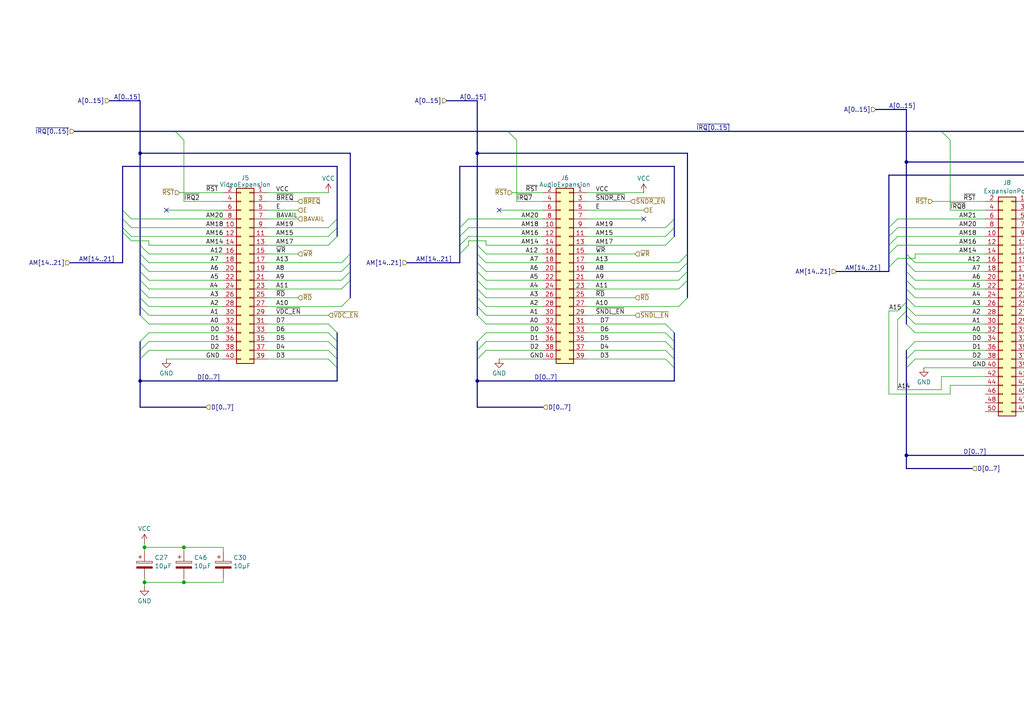
<source format=kicad_sch>
(kicad_sch
	(version 20231120)
	(generator "eeschema")
	(generator_version "8.0")
	(uuid "2aeb2137-c462-442f-a7cb-d17ec5c93516")
	(paper "A4")
	(lib_symbols
		(symbol "Connector_Generic:Conn_02x20_Odd_Even"
			(pin_names
				(offset 1.016) hide)
			(exclude_from_sim no)
			(in_bom yes)
			(on_board yes)
			(property "Reference" "J"
				(at 1.27 25.4 0)
				(effects
					(font
						(size 1.27 1.27)
					)
				)
			)
			(property "Value" "Conn_02x20_Odd_Even"
				(at 1.27 -27.94 0)
				(effects
					(font
						(size 1.27 1.27)
					)
				)
			)
			(property "Footprint" ""
				(at 0 0 0)
				(effects
					(font
						(size 1.27 1.27)
					)
					(hide yes)
				)
			)
			(property "Datasheet" "~"
				(at 0 0 0)
				(effects
					(font
						(size 1.27 1.27)
					)
					(hide yes)
				)
			)
			(property "Description" "Generic connector, double row, 02x20, odd/even pin numbering scheme (row 1 odd numbers, row 2 even numbers), script generated (kicad-library-utils/schlib/autogen/connector/)"
				(at 0 0 0)
				(effects
					(font
						(size 1.27 1.27)
					)
					(hide yes)
				)
			)
			(property "ki_keywords" "connector"
				(at 0 0 0)
				(effects
					(font
						(size 1.27 1.27)
					)
					(hide yes)
				)
			)
			(property "ki_fp_filters" "Connector*:*_2x??_*"
				(at 0 0 0)
				(effects
					(font
						(size 1.27 1.27)
					)
					(hide yes)
				)
			)
			(symbol "Conn_02x20_Odd_Even_1_1"
				(rectangle
					(start -1.27 -25.273)
					(end 0 -25.527)
					(stroke
						(width 0.1524)
						(type default)
					)
					(fill
						(type none)
					)
				)
				(rectangle
					(start -1.27 -22.733)
					(end 0 -22.987)
					(stroke
						(width 0.1524)
						(type default)
					)
					(fill
						(type none)
					)
				)
				(rectangle
					(start -1.27 -20.193)
					(end 0 -20.447)
					(stroke
						(width 0.1524)
						(type default)
					)
					(fill
						(type none)
					)
				)
				(rectangle
					(start -1.27 -17.653)
					(end 0 -17.907)
					(stroke
						(width 0.1524)
						(type default)
					)
					(fill
						(type none)
					)
				)
				(rectangle
					(start -1.27 -15.113)
					(end 0 -15.367)
					(stroke
						(width 0.1524)
						(type default)
					)
					(fill
						(type none)
					)
				)
				(rectangle
					(start -1.27 -12.573)
					(end 0 -12.827)
					(stroke
						(width 0.1524)
						(type default)
					)
					(fill
						(type none)
					)
				)
				(rectangle
					(start -1.27 -10.033)
					(end 0 -10.287)
					(stroke
						(width 0.1524)
						(type default)
					)
					(fill
						(type none)
					)
				)
				(rectangle
					(start -1.27 -7.493)
					(end 0 -7.747)
					(stroke
						(width 0.1524)
						(type default)
					)
					(fill
						(type none)
					)
				)
				(rectangle
					(start -1.27 -4.953)
					(end 0 -5.207)
					(stroke
						(width 0.1524)
						(type default)
					)
					(fill
						(type none)
					)
				)
				(rectangle
					(start -1.27 -2.413)
					(end 0 -2.667)
					(stroke
						(width 0.1524)
						(type default)
					)
					(fill
						(type none)
					)
				)
				(rectangle
					(start -1.27 0.127)
					(end 0 -0.127)
					(stroke
						(width 0.1524)
						(type default)
					)
					(fill
						(type none)
					)
				)
				(rectangle
					(start -1.27 2.667)
					(end 0 2.413)
					(stroke
						(width 0.1524)
						(type default)
					)
					(fill
						(type none)
					)
				)
				(rectangle
					(start -1.27 5.207)
					(end 0 4.953)
					(stroke
						(width 0.1524)
						(type default)
					)
					(fill
						(type none)
					)
				)
				(rectangle
					(start -1.27 7.747)
					(end 0 7.493)
					(stroke
						(width 0.1524)
						(type default)
					)
					(fill
						(type none)
					)
				)
				(rectangle
					(start -1.27 10.287)
					(end 0 10.033)
					(stroke
						(width 0.1524)
						(type default)
					)
					(fill
						(type none)
					)
				)
				(rectangle
					(start -1.27 12.827)
					(end 0 12.573)
					(stroke
						(width 0.1524)
						(type default)
					)
					(fill
						(type none)
					)
				)
				(rectangle
					(start -1.27 15.367)
					(end 0 15.113)
					(stroke
						(width 0.1524)
						(type default)
					)
					(fill
						(type none)
					)
				)
				(rectangle
					(start -1.27 17.907)
					(end 0 17.653)
					(stroke
						(width 0.1524)
						(type default)
					)
					(fill
						(type none)
					)
				)
				(rectangle
					(start -1.27 20.447)
					(end 0 20.193)
					(stroke
						(width 0.1524)
						(type default)
					)
					(fill
						(type none)
					)
				)
				(rectangle
					(start -1.27 22.987)
					(end 0 22.733)
					(stroke
						(width 0.1524)
						(type default)
					)
					(fill
						(type none)
					)
				)
				(rectangle
					(start -1.27 24.13)
					(end 3.81 -26.67)
					(stroke
						(width 0.254)
						(type default)
					)
					(fill
						(type background)
					)
				)
				(rectangle
					(start 3.81 -25.273)
					(end 2.54 -25.527)
					(stroke
						(width 0.1524)
						(type default)
					)
					(fill
						(type none)
					)
				)
				(rectangle
					(start 3.81 -22.733)
					(end 2.54 -22.987)
					(stroke
						(width 0.1524)
						(type default)
					)
					(fill
						(type none)
					)
				)
				(rectangle
					(start 3.81 -20.193)
					(end 2.54 -20.447)
					(stroke
						(width 0.1524)
						(type default)
					)
					(fill
						(type none)
					)
				)
				(rectangle
					(start 3.81 -17.653)
					(end 2.54 -17.907)
					(stroke
						(width 0.1524)
						(type default)
					)
					(fill
						(type none)
					)
				)
				(rectangle
					(start 3.81 -15.113)
					(end 2.54 -15.367)
					(stroke
						(width 0.1524)
						(type default)
					)
					(fill
						(type none)
					)
				)
				(rectangle
					(start 3.81 -12.573)
					(end 2.54 -12.827)
					(stroke
						(width 0.1524)
						(type default)
					)
					(fill
						(type none)
					)
				)
				(rectangle
					(start 3.81 -10.033)
					(end 2.54 -10.287)
					(stroke
						(width 0.1524)
						(type default)
					)
					(fill
						(type none)
					)
				)
				(rectangle
					(start 3.81 -7.493)
					(end 2.54 -7.747)
					(stroke
						(width 0.1524)
						(type default)
					)
					(fill
						(type none)
					)
				)
				(rectangle
					(start 3.81 -4.953)
					(end 2.54 -5.207)
					(stroke
						(width 0.1524)
						(type default)
					)
					(fill
						(type none)
					)
				)
				(rectangle
					(start 3.81 -2.413)
					(end 2.54 -2.667)
					(stroke
						(width 0.1524)
						(type default)
					)
					(fill
						(type none)
					)
				)
				(rectangle
					(start 3.81 0.127)
					(end 2.54 -0.127)
					(stroke
						(width 0.1524)
						(type default)
					)
					(fill
						(type none)
					)
				)
				(rectangle
					(start 3.81 2.667)
					(end 2.54 2.413)
					(stroke
						(width 0.1524)
						(type default)
					)
					(fill
						(type none)
					)
				)
				(rectangle
					(start 3.81 5.207)
					(end 2.54 4.953)
					(stroke
						(width 0.1524)
						(type default)
					)
					(fill
						(type none)
					)
				)
				(rectangle
					(start 3.81 7.747)
					(end 2.54 7.493)
					(stroke
						(width 0.1524)
						(type default)
					)
					(fill
						(type none)
					)
				)
				(rectangle
					(start 3.81 10.287)
					(end 2.54 10.033)
					(stroke
						(width 0.1524)
						(type default)
					)
					(fill
						(type none)
					)
				)
				(rectangle
					(start 3.81 12.827)
					(end 2.54 12.573)
					(stroke
						(width 0.1524)
						(type default)
					)
					(fill
						(type none)
					)
				)
				(rectangle
					(start 3.81 15.367)
					(end 2.54 15.113)
					(stroke
						(width 0.1524)
						(type default)
					)
					(fill
						(type none)
					)
				)
				(rectangle
					(start 3.81 17.907)
					(end 2.54 17.653)
					(stroke
						(width 0.1524)
						(type default)
					)
					(fill
						(type none)
					)
				)
				(rectangle
					(start 3.81 20.447)
					(end 2.54 20.193)
					(stroke
						(width 0.1524)
						(type default)
					)
					(fill
						(type none)
					)
				)
				(rectangle
					(start 3.81 22.987)
					(end 2.54 22.733)
					(stroke
						(width 0.1524)
						(type default)
					)
					(fill
						(type none)
					)
				)
				(pin passive line
					(at -5.08 22.86 0)
					(length 3.81)
					(name "Pin_1"
						(effects
							(font
								(size 1.27 1.27)
							)
						)
					)
					(number "1"
						(effects
							(font
								(size 1.27 1.27)
							)
						)
					)
				)
				(pin passive line
					(at 7.62 12.7 180)
					(length 3.81)
					(name "Pin_10"
						(effects
							(font
								(size 1.27 1.27)
							)
						)
					)
					(number "10"
						(effects
							(font
								(size 1.27 1.27)
							)
						)
					)
				)
				(pin passive line
					(at -5.08 10.16 0)
					(length 3.81)
					(name "Pin_11"
						(effects
							(font
								(size 1.27 1.27)
							)
						)
					)
					(number "11"
						(effects
							(font
								(size 1.27 1.27)
							)
						)
					)
				)
				(pin passive line
					(at 7.62 10.16 180)
					(length 3.81)
					(name "Pin_12"
						(effects
							(font
								(size 1.27 1.27)
							)
						)
					)
					(number "12"
						(effects
							(font
								(size 1.27 1.27)
							)
						)
					)
				)
				(pin passive line
					(at -5.08 7.62 0)
					(length 3.81)
					(name "Pin_13"
						(effects
							(font
								(size 1.27 1.27)
							)
						)
					)
					(number "13"
						(effects
							(font
								(size 1.27 1.27)
							)
						)
					)
				)
				(pin passive line
					(at 7.62 7.62 180)
					(length 3.81)
					(name "Pin_14"
						(effects
							(font
								(size 1.27 1.27)
							)
						)
					)
					(number "14"
						(effects
							(font
								(size 1.27 1.27)
							)
						)
					)
				)
				(pin passive line
					(at -5.08 5.08 0)
					(length 3.81)
					(name "Pin_15"
						(effects
							(font
								(size 1.27 1.27)
							)
						)
					)
					(number "15"
						(effects
							(font
								(size 1.27 1.27)
							)
						)
					)
				)
				(pin passive line
					(at 7.62 5.08 180)
					(length 3.81)
					(name "Pin_16"
						(effects
							(font
								(size 1.27 1.27)
							)
						)
					)
					(number "16"
						(effects
							(font
								(size 1.27 1.27)
							)
						)
					)
				)
				(pin passive line
					(at -5.08 2.54 0)
					(length 3.81)
					(name "Pin_17"
						(effects
							(font
								(size 1.27 1.27)
							)
						)
					)
					(number "17"
						(effects
							(font
								(size 1.27 1.27)
							)
						)
					)
				)
				(pin passive line
					(at 7.62 2.54 180)
					(length 3.81)
					(name "Pin_18"
						(effects
							(font
								(size 1.27 1.27)
							)
						)
					)
					(number "18"
						(effects
							(font
								(size 1.27 1.27)
							)
						)
					)
				)
				(pin passive line
					(at -5.08 0 0)
					(length 3.81)
					(name "Pin_19"
						(effects
							(font
								(size 1.27 1.27)
							)
						)
					)
					(number "19"
						(effects
							(font
								(size 1.27 1.27)
							)
						)
					)
				)
				(pin passive line
					(at 7.62 22.86 180)
					(length 3.81)
					(name "Pin_2"
						(effects
							(font
								(size 1.27 1.27)
							)
						)
					)
					(number "2"
						(effects
							(font
								(size 1.27 1.27)
							)
						)
					)
				)
				(pin passive line
					(at 7.62 0 180)
					(length 3.81)
					(name "Pin_20"
						(effects
							(font
								(size 1.27 1.27)
							)
						)
					)
					(number "20"
						(effects
							(font
								(size 1.27 1.27)
							)
						)
					)
				)
				(pin passive line
					(at -5.08 -2.54 0)
					(length 3.81)
					(name "Pin_21"
						(effects
							(font
								(size 1.27 1.27)
							)
						)
					)
					(number "21"
						(effects
							(font
								(size 1.27 1.27)
							)
						)
					)
				)
				(pin passive line
					(at 7.62 -2.54 180)
					(length 3.81)
					(name "Pin_22"
						(effects
							(font
								(size 1.27 1.27)
							)
						)
					)
					(number "22"
						(effects
							(font
								(size 1.27 1.27)
							)
						)
					)
				)
				(pin passive line
					(at -5.08 -5.08 0)
					(length 3.81)
					(name "Pin_23"
						(effects
							(font
								(size 1.27 1.27)
							)
						)
					)
					(number "23"
						(effects
							(font
								(size 1.27 1.27)
							)
						)
					)
				)
				(pin passive line
					(at 7.62 -5.08 180)
					(length 3.81)
					(name "Pin_24"
						(effects
							(font
								(size 1.27 1.27)
							)
						)
					)
					(number "24"
						(effects
							(font
								(size 1.27 1.27)
							)
						)
					)
				)
				(pin passive line
					(at -5.08 -7.62 0)
					(length 3.81)
					(name "Pin_25"
						(effects
							(font
								(size 1.27 1.27)
							)
						)
					)
					(number "25"
						(effects
							(font
								(size 1.27 1.27)
							)
						)
					)
				)
				(pin passive line
					(at 7.62 -7.62 180)
					(length 3.81)
					(name "Pin_26"
						(effects
							(font
								(size 1.27 1.27)
							)
						)
					)
					(number "26"
						(effects
							(font
								(size 1.27 1.27)
							)
						)
					)
				)
				(pin passive line
					(at -5.08 -10.16 0)
					(length 3.81)
					(name "Pin_27"
						(effects
							(font
								(size 1.27 1.27)
							)
						)
					)
					(number "27"
						(effects
							(font
								(size 1.27 1.27)
							)
						)
					)
				)
				(pin passive line
					(at 7.62 -10.16 180)
					(length 3.81)
					(name "Pin_28"
						(effects
							(font
								(size 1.27 1.27)
							)
						)
					)
					(number "28"
						(effects
							(font
								(size 1.27 1.27)
							)
						)
					)
				)
				(pin passive line
					(at -5.08 -12.7 0)
					(length 3.81)
					(name "Pin_29"
						(effects
							(font
								(size 1.27 1.27)
							)
						)
					)
					(number "29"
						(effects
							(font
								(size 1.27 1.27)
							)
						)
					)
				)
				(pin passive line
					(at -5.08 20.32 0)
					(length 3.81)
					(name "Pin_3"
						(effects
							(font
								(size 1.27 1.27)
							)
						)
					)
					(number "3"
						(effects
							(font
								(size 1.27 1.27)
							)
						)
					)
				)
				(pin passive line
					(at 7.62 -12.7 180)
					(length 3.81)
					(name "Pin_30"
						(effects
							(font
								(size 1.27 1.27)
							)
						)
					)
					(number "30"
						(effects
							(font
								(size 1.27 1.27)
							)
						)
					)
				)
				(pin passive line
					(at -5.08 -15.24 0)
					(length 3.81)
					(name "Pin_31"
						(effects
							(font
								(size 1.27 1.27)
							)
						)
					)
					(number "31"
						(effects
							(font
								(size 1.27 1.27)
							)
						)
					)
				)
				(pin passive line
					(at 7.62 -15.24 180)
					(length 3.81)
					(name "Pin_32"
						(effects
							(font
								(size 1.27 1.27)
							)
						)
					)
					(number "32"
						(effects
							(font
								(size 1.27 1.27)
							)
						)
					)
				)
				(pin passive line
					(at -5.08 -17.78 0)
					(length 3.81)
					(name "Pin_33"
						(effects
							(font
								(size 1.27 1.27)
							)
						)
					)
					(number "33"
						(effects
							(font
								(size 1.27 1.27)
							)
						)
					)
				)
				(pin passive line
					(at 7.62 -17.78 180)
					(length 3.81)
					(name "Pin_34"
						(effects
							(font
								(size 1.27 1.27)
							)
						)
					)
					(number "34"
						(effects
							(font
								(size 1.27 1.27)
							)
						)
					)
				)
				(pin passive line
					(at -5.08 -20.32 0)
					(length 3.81)
					(name "Pin_35"
						(effects
							(font
								(size 1.27 1.27)
							)
						)
					)
					(number "35"
						(effects
							(font
								(size 1.27 1.27)
							)
						)
					)
				)
				(pin passive line
					(at 7.62 -20.32 180)
					(length 3.81)
					(name "Pin_36"
						(effects
							(font
								(size 1.27 1.27)
							)
						)
					)
					(number "36"
						(effects
							(font
								(size 1.27 1.27)
							)
						)
					)
				)
				(pin passive line
					(at -5.08 -22.86 0)
					(length 3.81)
					(name "Pin_37"
						(effects
							(font
								(size 1.27 1.27)
							)
						)
					)
					(number "37"
						(effects
							(font
								(size 1.27 1.27)
							)
						)
					)
				)
				(pin passive line
					(at 7.62 -22.86 180)
					(length 3.81)
					(name "Pin_38"
						(effects
							(font
								(size 1.27 1.27)
							)
						)
					)
					(number "38"
						(effects
							(font
								(size 1.27 1.27)
							)
						)
					)
				)
				(pin passive line
					(at -5.08 -25.4 0)
					(length 3.81)
					(name "Pin_39"
						(effects
							(font
								(size 1.27 1.27)
							)
						)
					)
					(number "39"
						(effects
							(font
								(size 1.27 1.27)
							)
						)
					)
				)
				(pin passive line
					(at 7.62 20.32 180)
					(length 3.81)
					(name "Pin_4"
						(effects
							(font
								(size 1.27 1.27)
							)
						)
					)
					(number "4"
						(effects
							(font
								(size 1.27 1.27)
							)
						)
					)
				)
				(pin passive line
					(at 7.62 -25.4 180)
					(length 3.81)
					(name "Pin_40"
						(effects
							(font
								(size 1.27 1.27)
							)
						)
					)
					(number "40"
						(effects
							(font
								(size 1.27 1.27)
							)
						)
					)
				)
				(pin passive line
					(at -5.08 17.78 0)
					(length 3.81)
					(name "Pin_5"
						(effects
							(font
								(size 1.27 1.27)
							)
						)
					)
					(number "5"
						(effects
							(font
								(size 1.27 1.27)
							)
						)
					)
				)
				(pin passive line
					(at 7.62 17.78 180)
					(length 3.81)
					(name "Pin_6"
						(effects
							(font
								(size 1.27 1.27)
							)
						)
					)
					(number "6"
						(effects
							(font
								(size 1.27 1.27)
							)
						)
					)
				)
				(pin passive line
					(at -5.08 15.24 0)
					(length 3.81)
					(name "Pin_7"
						(effects
							(font
								(size 1.27 1.27)
							)
						)
					)
					(number "7"
						(effects
							(font
								(size 1.27 1.27)
							)
						)
					)
				)
				(pin passive line
					(at 7.62 15.24 180)
					(length 3.81)
					(name "Pin_8"
						(effects
							(font
								(size 1.27 1.27)
							)
						)
					)
					(number "8"
						(effects
							(font
								(size 1.27 1.27)
							)
						)
					)
				)
				(pin passive line
					(at -5.08 12.7 0)
					(length 3.81)
					(name "Pin_9"
						(effects
							(font
								(size 1.27 1.27)
							)
						)
					)
					(number "9"
						(effects
							(font
								(size 1.27 1.27)
							)
						)
					)
				)
			)
		)
		(symbol "Connector_Generic:Conn_02x25_Odd_Even"
			(pin_names
				(offset 1.016) hide)
			(exclude_from_sim no)
			(in_bom yes)
			(on_board yes)
			(property "Reference" "J"
				(at 1.27 33.02 0)
				(effects
					(font
						(size 1.27 1.27)
					)
				)
			)
			(property "Value" "Conn_02x25_Odd_Even"
				(at 1.27 -33.02 0)
				(effects
					(font
						(size 1.27 1.27)
					)
				)
			)
			(property "Footprint" ""
				(at 0 0 0)
				(effects
					(font
						(size 1.27 1.27)
					)
					(hide yes)
				)
			)
			(property "Datasheet" "~"
				(at 0 0 0)
				(effects
					(font
						(size 1.27 1.27)
					)
					(hide yes)
				)
			)
			(property "Description" "Generic connector, double row, 02x25, odd/even pin numbering scheme (row 1 odd numbers, row 2 even numbers), script generated (kicad-library-utils/schlib/autogen/connector/)"
				(at 0 0 0)
				(effects
					(font
						(size 1.27 1.27)
					)
					(hide yes)
				)
			)
			(property "ki_keywords" "connector"
				(at 0 0 0)
				(effects
					(font
						(size 1.27 1.27)
					)
					(hide yes)
				)
			)
			(property "ki_fp_filters" "Connector*:*_2x??_*"
				(at 0 0 0)
				(effects
					(font
						(size 1.27 1.27)
					)
					(hide yes)
				)
			)
			(symbol "Conn_02x25_Odd_Even_1_1"
				(rectangle
					(start -1.27 -30.353)
					(end 0 -30.607)
					(stroke
						(width 0.1524)
						(type default)
					)
					(fill
						(type none)
					)
				)
				(rectangle
					(start -1.27 -27.813)
					(end 0 -28.067)
					(stroke
						(width 0.1524)
						(type default)
					)
					(fill
						(type none)
					)
				)
				(rectangle
					(start -1.27 -25.273)
					(end 0 -25.527)
					(stroke
						(width 0.1524)
						(type default)
					)
					(fill
						(type none)
					)
				)
				(rectangle
					(start -1.27 -22.733)
					(end 0 -22.987)
					(stroke
						(width 0.1524)
						(type default)
					)
					(fill
						(type none)
					)
				)
				(rectangle
					(start -1.27 -20.193)
					(end 0 -20.447)
					(stroke
						(width 0.1524)
						(type default)
					)
					(fill
						(type none)
					)
				)
				(rectangle
					(start -1.27 -17.653)
					(end 0 -17.907)
					(stroke
						(width 0.1524)
						(type default)
					)
					(fill
						(type none)
					)
				)
				(rectangle
					(start -1.27 -15.113)
					(end 0 -15.367)
					(stroke
						(width 0.1524)
						(type default)
					)
					(fill
						(type none)
					)
				)
				(rectangle
					(start -1.27 -12.573)
					(end 0 -12.827)
					(stroke
						(width 0.1524)
						(type default)
					)
					(fill
						(type none)
					)
				)
				(rectangle
					(start -1.27 -10.033)
					(end 0 -10.287)
					(stroke
						(width 0.1524)
						(type default)
					)
					(fill
						(type none)
					)
				)
				(rectangle
					(start -1.27 -7.493)
					(end 0 -7.747)
					(stroke
						(width 0.1524)
						(type default)
					)
					(fill
						(type none)
					)
				)
				(rectangle
					(start -1.27 -4.953)
					(end 0 -5.207)
					(stroke
						(width 0.1524)
						(type default)
					)
					(fill
						(type none)
					)
				)
				(rectangle
					(start -1.27 -2.413)
					(end 0 -2.667)
					(stroke
						(width 0.1524)
						(type default)
					)
					(fill
						(type none)
					)
				)
				(rectangle
					(start -1.27 0.127)
					(end 0 -0.127)
					(stroke
						(width 0.1524)
						(type default)
					)
					(fill
						(type none)
					)
				)
				(rectangle
					(start -1.27 2.667)
					(end 0 2.413)
					(stroke
						(width 0.1524)
						(type default)
					)
					(fill
						(type none)
					)
				)
				(rectangle
					(start -1.27 5.207)
					(end 0 4.953)
					(stroke
						(width 0.1524)
						(type default)
					)
					(fill
						(type none)
					)
				)
				(rectangle
					(start -1.27 7.747)
					(end 0 7.493)
					(stroke
						(width 0.1524)
						(type default)
					)
					(fill
						(type none)
					)
				)
				(rectangle
					(start -1.27 10.287)
					(end 0 10.033)
					(stroke
						(width 0.1524)
						(type default)
					)
					(fill
						(type none)
					)
				)
				(rectangle
					(start -1.27 12.827)
					(end 0 12.573)
					(stroke
						(width 0.1524)
						(type default)
					)
					(fill
						(type none)
					)
				)
				(rectangle
					(start -1.27 15.367)
					(end 0 15.113)
					(stroke
						(width 0.1524)
						(type default)
					)
					(fill
						(type none)
					)
				)
				(rectangle
					(start -1.27 17.907)
					(end 0 17.653)
					(stroke
						(width 0.1524)
						(type default)
					)
					(fill
						(type none)
					)
				)
				(rectangle
					(start -1.27 20.447)
					(end 0 20.193)
					(stroke
						(width 0.1524)
						(type default)
					)
					(fill
						(type none)
					)
				)
				(rectangle
					(start -1.27 22.987)
					(end 0 22.733)
					(stroke
						(width 0.1524)
						(type default)
					)
					(fill
						(type none)
					)
				)
				(rectangle
					(start -1.27 25.527)
					(end 0 25.273)
					(stroke
						(width 0.1524)
						(type default)
					)
					(fill
						(type none)
					)
				)
				(rectangle
					(start -1.27 28.067)
					(end 0 27.813)
					(stroke
						(width 0.1524)
						(type default)
					)
					(fill
						(type none)
					)
				)
				(rectangle
					(start -1.27 30.607)
					(end 0 30.353)
					(stroke
						(width 0.1524)
						(type default)
					)
					(fill
						(type none)
					)
				)
				(rectangle
					(start -1.27 31.75)
					(end 3.81 -31.75)
					(stroke
						(width 0.254)
						(type default)
					)
					(fill
						(type background)
					)
				)
				(rectangle
					(start 3.81 -30.353)
					(end 2.54 -30.607)
					(stroke
						(width 0.1524)
						(type default)
					)
					(fill
						(type none)
					)
				)
				(rectangle
					(start 3.81 -27.813)
					(end 2.54 -28.067)
					(stroke
						(width 0.1524)
						(type default)
					)
					(fill
						(type none)
					)
				)
				(rectangle
					(start 3.81 -25.273)
					(end 2.54 -25.527)
					(stroke
						(width 0.1524)
						(type default)
					)
					(fill
						(type none)
					)
				)
				(rectangle
					(start 3.81 -22.733)
					(end 2.54 -22.987)
					(stroke
						(width 0.1524)
						(type default)
					)
					(fill
						(type none)
					)
				)
				(rectangle
					(start 3.81 -20.193)
					(end 2.54 -20.447)
					(stroke
						(width 0.1524)
						(type default)
					)
					(fill
						(type none)
					)
				)
				(rectangle
					(start 3.81 -17.653)
					(end 2.54 -17.907)
					(stroke
						(width 0.1524)
						(type default)
					)
					(fill
						(type none)
					)
				)
				(rectangle
					(start 3.81 -15.113)
					(end 2.54 -15.367)
					(stroke
						(width 0.1524)
						(type default)
					)
					(fill
						(type none)
					)
				)
				(rectangle
					(start 3.81 -12.573)
					(end 2.54 -12.827)
					(stroke
						(width 0.1524)
						(type default)
					)
					(fill
						(type none)
					)
				)
				(rectangle
					(start 3.81 -10.033)
					(end 2.54 -10.287)
					(stroke
						(width 0.1524)
						(type default)
					)
					(fill
						(type none)
					)
				)
				(rectangle
					(start 3.81 -7.493)
					(end 2.54 -7.747)
					(stroke
						(width 0.1524)
						(type default)
					)
					(fill
						(type none)
					)
				)
				(rectangle
					(start 3.81 -4.953)
					(end 2.54 -5.207)
					(stroke
						(width 0.1524)
						(type default)
					)
					(fill
						(type none)
					)
				)
				(rectangle
					(start 3.81 -2.413)
					(end 2.54 -2.667)
					(stroke
						(width 0.1524)
						(type default)
					)
					(fill
						(type none)
					)
				)
				(rectangle
					(start 3.81 0.127)
					(end 2.54 -0.127)
					(stroke
						(width 0.1524)
						(type default)
					)
					(fill
						(type none)
					)
				)
				(rectangle
					(start 3.81 2.667)
					(end 2.54 2.413)
					(stroke
						(width 0.1524)
						(type default)
					)
					(fill
						(type none)
					)
				)
				(rectangle
					(start 3.81 5.207)
					(end 2.54 4.953)
					(stroke
						(width 0.1524)
						(type default)
					)
					(fill
						(type none)
					)
				)
				(rectangle
					(start 3.81 7.747)
					(end 2.54 7.493)
					(stroke
						(width 0.1524)
						(type default)
					)
					(fill
						(type none)
					)
				)
				(rectangle
					(start 3.81 10.287)
					(end 2.54 10.033)
					(stroke
						(width 0.1524)
						(type default)
					)
					(fill
						(type none)
					)
				)
				(rectangle
					(start 3.81 12.827)
					(end 2.54 12.573)
					(stroke
						(width 0.1524)
						(type default)
					)
					(fill
						(type none)
					)
				)
				(rectangle
					(start 3.81 15.367)
					(end 2.54 15.113)
					(stroke
						(width 0.1524)
						(type default)
					)
					(fill
						(type none)
					)
				)
				(rectangle
					(start 3.81 17.907)
					(end 2.54 17.653)
					(stroke
						(width 0.1524)
						(type default)
					)
					(fill
						(type none)
					)
				)
				(rectangle
					(start 3.81 20.447)
					(end 2.54 20.193)
					(stroke
						(width 0.1524)
						(type default)
					)
					(fill
						(type none)
					)
				)
				(rectangle
					(start 3.81 22.987)
					(end 2.54 22.733)
					(stroke
						(width 0.1524)
						(type default)
					)
					(fill
						(type none)
					)
				)
				(rectangle
					(start 3.81 25.527)
					(end 2.54 25.273)
					(stroke
						(width 0.1524)
						(type default)
					)
					(fill
						(type none)
					)
				)
				(rectangle
					(start 3.81 28.067)
					(end 2.54 27.813)
					(stroke
						(width 0.1524)
						(type default)
					)
					(fill
						(type none)
					)
				)
				(rectangle
					(start 3.81 30.607)
					(end 2.54 30.353)
					(stroke
						(width 0.1524)
						(type default)
					)
					(fill
						(type none)
					)
				)
				(pin passive line
					(at -5.08 30.48 0)
					(length 3.81)
					(name "Pin_1"
						(effects
							(font
								(size 1.27 1.27)
							)
						)
					)
					(number "1"
						(effects
							(font
								(size 1.27 1.27)
							)
						)
					)
				)
				(pin passive line
					(at 7.62 20.32 180)
					(length 3.81)
					(name "Pin_10"
						(effects
							(font
								(size 1.27 1.27)
							)
						)
					)
					(number "10"
						(effects
							(font
								(size 1.27 1.27)
							)
						)
					)
				)
				(pin passive line
					(at -5.08 17.78 0)
					(length 3.81)
					(name "Pin_11"
						(effects
							(font
								(size 1.27 1.27)
							)
						)
					)
					(number "11"
						(effects
							(font
								(size 1.27 1.27)
							)
						)
					)
				)
				(pin passive line
					(at 7.62 17.78 180)
					(length 3.81)
					(name "Pin_12"
						(effects
							(font
								(size 1.27 1.27)
							)
						)
					)
					(number "12"
						(effects
							(font
								(size 1.27 1.27)
							)
						)
					)
				)
				(pin passive line
					(at -5.08 15.24 0)
					(length 3.81)
					(name "Pin_13"
						(effects
							(font
								(size 1.27 1.27)
							)
						)
					)
					(number "13"
						(effects
							(font
								(size 1.27 1.27)
							)
						)
					)
				)
				(pin passive line
					(at 7.62 15.24 180)
					(length 3.81)
					(name "Pin_14"
						(effects
							(font
								(size 1.27 1.27)
							)
						)
					)
					(number "14"
						(effects
							(font
								(size 1.27 1.27)
							)
						)
					)
				)
				(pin passive line
					(at -5.08 12.7 0)
					(length 3.81)
					(name "Pin_15"
						(effects
							(font
								(size 1.27 1.27)
							)
						)
					)
					(number "15"
						(effects
							(font
								(size 1.27 1.27)
							)
						)
					)
				)
				(pin passive line
					(at 7.62 12.7 180)
					(length 3.81)
					(name "Pin_16"
						(effects
							(font
								(size 1.27 1.27)
							)
						)
					)
					(number "16"
						(effects
							(font
								(size 1.27 1.27)
							)
						)
					)
				)
				(pin passive line
					(at -5.08 10.16 0)
					(length 3.81)
					(name "Pin_17"
						(effects
							(font
								(size 1.27 1.27)
							)
						)
					)
					(number "17"
						(effects
							(font
								(size 1.27 1.27)
							)
						)
					)
				)
				(pin passive line
					(at 7.62 10.16 180)
					(length 3.81)
					(name "Pin_18"
						(effects
							(font
								(size 1.27 1.27)
							)
						)
					)
					(number "18"
						(effects
							(font
								(size 1.27 1.27)
							)
						)
					)
				)
				(pin passive line
					(at -5.08 7.62 0)
					(length 3.81)
					(name "Pin_19"
						(effects
							(font
								(size 1.27 1.27)
							)
						)
					)
					(number "19"
						(effects
							(font
								(size 1.27 1.27)
							)
						)
					)
				)
				(pin passive line
					(at 7.62 30.48 180)
					(length 3.81)
					(name "Pin_2"
						(effects
							(font
								(size 1.27 1.27)
							)
						)
					)
					(number "2"
						(effects
							(font
								(size 1.27 1.27)
							)
						)
					)
				)
				(pin passive line
					(at 7.62 7.62 180)
					(length 3.81)
					(name "Pin_20"
						(effects
							(font
								(size 1.27 1.27)
							)
						)
					)
					(number "20"
						(effects
							(font
								(size 1.27 1.27)
							)
						)
					)
				)
				(pin passive line
					(at -5.08 5.08 0)
					(length 3.81)
					(name "Pin_21"
						(effects
							(font
								(size 1.27 1.27)
							)
						)
					)
					(number "21"
						(effects
							(font
								(size 1.27 1.27)
							)
						)
					)
				)
				(pin passive line
					(at 7.62 5.08 180)
					(length 3.81)
					(name "Pin_22"
						(effects
							(font
								(size 1.27 1.27)
							)
						)
					)
					(number "22"
						(effects
							(font
								(size 1.27 1.27)
							)
						)
					)
				)
				(pin passive line
					(at -5.08 2.54 0)
					(length 3.81)
					(name "Pin_23"
						(effects
							(font
								(size 1.27 1.27)
							)
						)
					)
					(number "23"
						(effects
							(font
								(size 1.27 1.27)
							)
						)
					)
				)
				(pin passive line
					(at 7.62 2.54 180)
					(length 3.81)
					(name "Pin_24"
						(effects
							(font
								(size 1.27 1.27)
							)
						)
					)
					(number "24"
						(effects
							(font
								(size 1.27 1.27)
							)
						)
					)
				)
				(pin passive line
					(at -5.08 0 0)
					(length 3.81)
					(name "Pin_25"
						(effects
							(font
								(size 1.27 1.27)
							)
						)
					)
					(number "25"
						(effects
							(font
								(size 1.27 1.27)
							)
						)
					)
				)
				(pin passive line
					(at 7.62 0 180)
					(length 3.81)
					(name "Pin_26"
						(effects
							(font
								(size 1.27 1.27)
							)
						)
					)
					(number "26"
						(effects
							(font
								(size 1.27 1.27)
							)
						)
					)
				)
				(pin passive line
					(at -5.08 -2.54 0)
					(length 3.81)
					(name "Pin_27"
						(effects
							(font
								(size 1.27 1.27)
							)
						)
					)
					(number "27"
						(effects
							(font
								(size 1.27 1.27)
							)
						)
					)
				)
				(pin passive line
					(at 7.62 -2.54 180)
					(length 3.81)
					(name "Pin_28"
						(effects
							(font
								(size 1.27 1.27)
							)
						)
					)
					(number "28"
						(effects
							(font
								(size 1.27 1.27)
							)
						)
					)
				)
				(pin passive line
					(at -5.08 -5.08 0)
					(length 3.81)
					(name "Pin_29"
						(effects
							(font
								(size 1.27 1.27)
							)
						)
					)
					(number "29"
						(effects
							(font
								(size 1.27 1.27)
							)
						)
					)
				)
				(pin passive line
					(at -5.08 27.94 0)
					(length 3.81)
					(name "Pin_3"
						(effects
							(font
								(size 1.27 1.27)
							)
						)
					)
					(number "3"
						(effects
							(font
								(size 1.27 1.27)
							)
						)
					)
				)
				(pin passive line
					(at 7.62 -5.08 180)
					(length 3.81)
					(name "Pin_30"
						(effects
							(font
								(size 1.27 1.27)
							)
						)
					)
					(number "30"
						(effects
							(font
								(size 1.27 1.27)
							)
						)
					)
				)
				(pin passive line
					(at -5.08 -7.62 0)
					(length 3.81)
					(name "Pin_31"
						(effects
							(font
								(size 1.27 1.27)
							)
						)
					)
					(number "31"
						(effects
							(font
								(size 1.27 1.27)
							)
						)
					)
				)
				(pin passive line
					(at 7.62 -7.62 180)
					(length 3.81)
					(name "Pin_32"
						(effects
							(font
								(size 1.27 1.27)
							)
						)
					)
					(number "32"
						(effects
							(font
								(size 1.27 1.27)
							)
						)
					)
				)
				(pin passive line
					(at -5.08 -10.16 0)
					(length 3.81)
					(name "Pin_33"
						(effects
							(font
								(size 1.27 1.27)
							)
						)
					)
					(number "33"
						(effects
							(font
								(size 1.27 1.27)
							)
						)
					)
				)
				(pin passive line
					(at 7.62 -10.16 180)
					(length 3.81)
					(name "Pin_34"
						(effects
							(font
								(size 1.27 1.27)
							)
						)
					)
					(number "34"
						(effects
							(font
								(size 1.27 1.27)
							)
						)
					)
				)
				(pin passive line
					(at -5.08 -12.7 0)
					(length 3.81)
					(name "Pin_35"
						(effects
							(font
								(size 1.27 1.27)
							)
						)
					)
					(number "35"
						(effects
							(font
								(size 1.27 1.27)
							)
						)
					)
				)
				(pin passive line
					(at 7.62 -12.7 180)
					(length 3.81)
					(name "Pin_36"
						(effects
							(font
								(size 1.27 1.27)
							)
						)
					)
					(number "36"
						(effects
							(font
								(size 1.27 1.27)
							)
						)
					)
				)
				(pin passive line
					(at -5.08 -15.24 0)
					(length 3.81)
					(name "Pin_37"
						(effects
							(font
								(size 1.27 1.27)
							)
						)
					)
					(number "37"
						(effects
							(font
								(size 1.27 1.27)
							)
						)
					)
				)
				(pin passive line
					(at 7.62 -15.24 180)
					(length 3.81)
					(name "Pin_38"
						(effects
							(font
								(size 1.27 1.27)
							)
						)
					)
					(number "38"
						(effects
							(font
								(size 1.27 1.27)
							)
						)
					)
				)
				(pin passive line
					(at -5.08 -17.78 0)
					(length 3.81)
					(name "Pin_39"
						(effects
							(font
								(size 1.27 1.27)
							)
						)
					)
					(number "39"
						(effects
							(font
								(size 1.27 1.27)
							)
						)
					)
				)
				(pin passive line
					(at 7.62 27.94 180)
					(length 3.81)
					(name "Pin_4"
						(effects
							(font
								(size 1.27 1.27)
							)
						)
					)
					(number "4"
						(effects
							(font
								(size 1.27 1.27)
							)
						)
					)
				)
				(pin passive line
					(at 7.62 -17.78 180)
					(length 3.81)
					(name "Pin_40"
						(effects
							(font
								(size 1.27 1.27)
							)
						)
					)
					(number "40"
						(effects
							(font
								(size 1.27 1.27)
							)
						)
					)
				)
				(pin passive line
					(at -5.08 -20.32 0)
					(length 3.81)
					(name "Pin_41"
						(effects
							(font
								(size 1.27 1.27)
							)
						)
					)
					(number "41"
						(effects
							(font
								(size 1.27 1.27)
							)
						)
					)
				)
				(pin passive line
					(at 7.62 -20.32 180)
					(length 3.81)
					(name "Pin_42"
						(effects
							(font
								(size 1.27 1.27)
							)
						)
					)
					(number "42"
						(effects
							(font
								(size 1.27 1.27)
							)
						)
					)
				)
				(pin passive line
					(at -5.08 -22.86 0)
					(length 3.81)
					(name "Pin_43"
						(effects
							(font
								(size 1.27 1.27)
							)
						)
					)
					(number "43"
						(effects
							(font
								(size 1.27 1.27)
							)
						)
					)
				)
				(pin passive line
					(at 7.62 -22.86 180)
					(length 3.81)
					(name "Pin_44"
						(effects
							(font
								(size 1.27 1.27)
							)
						)
					)
					(number "44"
						(effects
							(font
								(size 1.27 1.27)
							)
						)
					)
				)
				(pin passive line
					(at -5.08 -25.4 0)
					(length 3.81)
					(name "Pin_45"
						(effects
							(font
								(size 1.27 1.27)
							)
						)
					)
					(number "45"
						(effects
							(font
								(size 1.27 1.27)
							)
						)
					)
				)
				(pin passive line
					(at 7.62 -25.4 180)
					(length 3.81)
					(name "Pin_46"
						(effects
							(font
								(size 1.27 1.27)
							)
						)
					)
					(number "46"
						(effects
							(font
								(size 1.27 1.27)
							)
						)
					)
				)
				(pin passive line
					(at -5.08 -27.94 0)
					(length 3.81)
					(name "Pin_47"
						(effects
							(font
								(size 1.27 1.27)
							)
						)
					)
					(number "47"
						(effects
							(font
								(size 1.27 1.27)
							)
						)
					)
				)
				(pin passive line
					(at 7.62 -27.94 180)
					(length 3.81)
					(name "Pin_48"
						(effects
							(font
								(size 1.27 1.27)
							)
						)
					)
					(number "48"
						(effects
							(font
								(size 1.27 1.27)
							)
						)
					)
				)
				(pin passive line
					(at -5.08 -30.48 0)
					(length 3.81)
					(name "Pin_49"
						(effects
							(font
								(size 1.27 1.27)
							)
						)
					)
					(number "49"
						(effects
							(font
								(size 1.27 1.27)
							)
						)
					)
				)
				(pin passive line
					(at -5.08 25.4 0)
					(length 3.81)
					(name "Pin_5"
						(effects
							(font
								(size 1.27 1.27)
							)
						)
					)
					(number "5"
						(effects
							(font
								(size 1.27 1.27)
							)
						)
					)
				)
				(pin passive line
					(at 7.62 -30.48 180)
					(length 3.81)
					(name "Pin_50"
						(effects
							(font
								(size 1.27 1.27)
							)
						)
					)
					(number "50"
						(effects
							(font
								(size 1.27 1.27)
							)
						)
					)
				)
				(pin passive line
					(at 7.62 25.4 180)
					(length 3.81)
					(name "Pin_6"
						(effects
							(font
								(size 1.27 1.27)
							)
						)
					)
					(number "6"
						(effects
							(font
								(size 1.27 1.27)
							)
						)
					)
				)
				(pin passive line
					(at -5.08 22.86 0)
					(length 3.81)
					(name "Pin_7"
						(effects
							(font
								(size 1.27 1.27)
							)
						)
					)
					(number "7"
						(effects
							(font
								(size 1.27 1.27)
							)
						)
					)
				)
				(pin passive line
					(at 7.62 22.86 180)
					(length 3.81)
					(name "Pin_8"
						(effects
							(font
								(size 1.27 1.27)
							)
						)
					)
					(number "8"
						(effects
							(font
								(size 1.27 1.27)
							)
						)
					)
				)
				(pin passive line
					(at -5.08 20.32 0)
					(length 3.81)
					(name "Pin_9"
						(effects
							(font
								(size 1.27 1.27)
							)
						)
					)
					(number "9"
						(effects
							(font
								(size 1.27 1.27)
							)
						)
					)
				)
			)
		)
		(symbol "Device:C_Polarized"
			(pin_numbers hide)
			(pin_names
				(offset 0.254)
			)
			(exclude_from_sim no)
			(in_bom yes)
			(on_board yes)
			(property "Reference" "C"
				(at 0.635 2.54 0)
				(effects
					(font
						(size 1.27 1.27)
					)
					(justify left)
				)
			)
			(property "Value" "C_Polarized"
				(at 0.635 -2.54 0)
				(effects
					(font
						(size 1.27 1.27)
					)
					(justify left)
				)
			)
			(property "Footprint" ""
				(at 0.9652 -3.81 0)
				(effects
					(font
						(size 1.27 1.27)
					)
					(hide yes)
				)
			)
			(property "Datasheet" "~"
				(at 0 0 0)
				(effects
					(font
						(size 1.27 1.27)
					)
					(hide yes)
				)
			)
			(property "Description" "Polarized capacitor"
				(at 0 0 0)
				(effects
					(font
						(size 1.27 1.27)
					)
					(hide yes)
				)
			)
			(property "ki_keywords" "cap capacitor"
				(at 0 0 0)
				(effects
					(font
						(size 1.27 1.27)
					)
					(hide yes)
				)
			)
			(property "ki_fp_filters" "CP_*"
				(at 0 0 0)
				(effects
					(font
						(size 1.27 1.27)
					)
					(hide yes)
				)
			)
			(symbol "C_Polarized_0_1"
				(rectangle
					(start -2.286 0.508)
					(end 2.286 1.016)
					(stroke
						(width 0)
						(type default)
					)
					(fill
						(type none)
					)
				)
				(polyline
					(pts
						(xy -1.778 2.286) (xy -0.762 2.286)
					)
					(stroke
						(width 0)
						(type default)
					)
					(fill
						(type none)
					)
				)
				(polyline
					(pts
						(xy -1.27 2.794) (xy -1.27 1.778)
					)
					(stroke
						(width 0)
						(type default)
					)
					(fill
						(type none)
					)
				)
				(rectangle
					(start 2.286 -0.508)
					(end -2.286 -1.016)
					(stroke
						(width 0)
						(type default)
					)
					(fill
						(type outline)
					)
				)
			)
			(symbol "C_Polarized_1_1"
				(pin passive line
					(at 0 3.81 270)
					(length 2.794)
					(name "~"
						(effects
							(font
								(size 1.27 1.27)
							)
						)
					)
					(number "1"
						(effects
							(font
								(size 1.27 1.27)
							)
						)
					)
				)
				(pin passive line
					(at 0 -3.81 90)
					(length 2.794)
					(name "~"
						(effects
							(font
								(size 1.27 1.27)
							)
						)
					)
					(number "2"
						(effects
							(font
								(size 1.27 1.27)
							)
						)
					)
				)
			)
		)
		(symbol "power:GND"
			(power)
			(pin_numbers hide)
			(pin_names
				(offset 0) hide)
			(exclude_from_sim no)
			(in_bom yes)
			(on_board yes)
			(property "Reference" "#PWR"
				(at 0 -6.35 0)
				(effects
					(font
						(size 1.27 1.27)
					)
					(hide yes)
				)
			)
			(property "Value" "GND"
				(at 0 -3.81 0)
				(effects
					(font
						(size 1.27 1.27)
					)
				)
			)
			(property "Footprint" ""
				(at 0 0 0)
				(effects
					(font
						(size 1.27 1.27)
					)
					(hide yes)
				)
			)
			(property "Datasheet" ""
				(at 0 0 0)
				(effects
					(font
						(size 1.27 1.27)
					)
					(hide yes)
				)
			)
			(property "Description" "Power symbol creates a global label with name \"GND\" , ground"
				(at 0 0 0)
				(effects
					(font
						(size 1.27 1.27)
					)
					(hide yes)
				)
			)
			(property "ki_keywords" "global power"
				(at 0 0 0)
				(effects
					(font
						(size 1.27 1.27)
					)
					(hide yes)
				)
			)
			(symbol "GND_0_1"
				(polyline
					(pts
						(xy 0 0) (xy 0 -1.27) (xy 1.27 -1.27) (xy 0 -2.54) (xy -1.27 -1.27) (xy 0 -1.27)
					)
					(stroke
						(width 0)
						(type default)
					)
					(fill
						(type none)
					)
				)
			)
			(symbol "GND_1_1"
				(pin power_in line
					(at 0 0 270)
					(length 0)
					(name "~"
						(effects
							(font
								(size 1.27 1.27)
							)
						)
					)
					(number "1"
						(effects
							(font
								(size 1.27 1.27)
							)
						)
					)
				)
			)
		)
		(symbol "power:VCC"
			(power)
			(pin_numbers hide)
			(pin_names
				(offset 0) hide)
			(exclude_from_sim no)
			(in_bom yes)
			(on_board yes)
			(property "Reference" "#PWR"
				(at 0 -3.81 0)
				(effects
					(font
						(size 1.27 1.27)
					)
					(hide yes)
				)
			)
			(property "Value" "VCC"
				(at 0 3.556 0)
				(effects
					(font
						(size 1.27 1.27)
					)
				)
			)
			(property "Footprint" ""
				(at 0 0 0)
				(effects
					(font
						(size 1.27 1.27)
					)
					(hide yes)
				)
			)
			(property "Datasheet" ""
				(at 0 0 0)
				(effects
					(font
						(size 1.27 1.27)
					)
					(hide yes)
				)
			)
			(property "Description" "Power symbol creates a global label with name \"VCC\""
				(at 0 0 0)
				(effects
					(font
						(size 1.27 1.27)
					)
					(hide yes)
				)
			)
			(property "ki_keywords" "global power"
				(at 0 0 0)
				(effects
					(font
						(size 1.27 1.27)
					)
					(hide yes)
				)
			)
			(symbol "VCC_0_1"
				(polyline
					(pts
						(xy -0.762 1.27) (xy 0 2.54)
					)
					(stroke
						(width 0)
						(type default)
					)
					(fill
						(type none)
					)
				)
				(polyline
					(pts
						(xy 0 0) (xy 0 2.54)
					)
					(stroke
						(width 0)
						(type default)
					)
					(fill
						(type none)
					)
				)
				(polyline
					(pts
						(xy 0 2.54) (xy 0.762 1.27)
					)
					(stroke
						(width 0)
						(type default)
					)
					(fill
						(type none)
					)
				)
			)
			(symbol "VCC_1_1"
				(pin power_in line
					(at 0 0 90)
					(length 0)
					(name "~"
						(effects
							(font
								(size 1.27 1.27)
							)
						)
					)
					(number "1"
						(effects
							(font
								(size 1.27 1.27)
							)
						)
					)
				)
			)
		)
	)
	(junction
		(at 53.34 158.75)
		(diameter 0)
		(color 0 0 0 0)
		(uuid "18bcc6ff-d587-4b60-9eb7-886c62fdfc74")
	)
	(junction
		(at 40.64 110.49)
		(diameter 0)
		(color 0 0 0 0)
		(uuid "1e233034-04c8-4928-b762-fc0d986c9681")
	)
	(junction
		(at 40.64 44.45)
		(diameter 0)
		(color 0 0 0 0)
		(uuid "3282c47e-fda4-4af5-8848-5053a5ff7f96")
	)
	(junction
		(at 41.91 158.75)
		(diameter 0)
		(color 0 0 0 0)
		(uuid "3c7cf0a4-c52c-4243-b6e6-59d4fa30c2bd")
	)
	(junction
		(at 53.34 168.91)
		(diameter 0)
		(color 0 0 0 0)
		(uuid "50bd2efc-1177-4e13-9bf5-4a10e7fa8a03")
	)
	(junction
		(at 138.43 110.49)
		(diameter 0)
		(color 0 0 0 0)
		(uuid "56daef56-87f6-4e39-9d08-24fb708b9e6f")
	)
	(junction
		(at 262.89 132.08)
		(diameter 0)
		(color 0 0 0 0)
		(uuid "d0a46e45-1d88-4f29-9269-6e1c7f0b919b")
	)
	(junction
		(at 138.43 44.45)
		(diameter 0)
		(color 0 0 0 0)
		(uuid "e0dc7e13-5600-47ee-89be-2d940a578574")
	)
	(junction
		(at 262.89 46.99)
		(diameter 0)
		(color 0 0 0 0)
		(uuid "e9dde127-e95e-4b1f-a824-66afe8d9a68a")
	)
	(junction
		(at 41.91 168.91)
		(diameter 0)
		(color 0 0 0 0)
		(uuid "eee6dfc8-d7ab-4735-bf68-9fca4729846f")
	)
	(no_connect
		(at 186.69 63.5)
		(uuid "1aecf032-a7fd-4390-ba47-6b06b1dae51b")
	)
	(no_connect
		(at 48.26 60.96)
		(uuid "3a07d926-a5f7-4b13-a115-08e89c16c124")
	)
	(no_connect
		(at 144.78 60.96)
		(uuid "4385f1c2-730a-4918-b02b-da7bc223141d")
	)
	(bus_entry
		(at 257.81 68.58)
		(size 2.54 -2.54)
		(stroke
			(width 0)
			(type default)
		)
		(uuid "02818c1c-0165-4bb1-a457-80bc0f068c3d")
	)
	(bus_entry
		(at 265.43 78.74)
		(size -2.54 -2.54)
		(stroke
			(width 0)
			(type default)
		)
		(uuid "06c9852e-846d-4544-a864-c7248142a1f2")
	)
	(bus_entry
		(at 43.18 88.9)
		(size -2.54 -2.54)
		(stroke
			(width 0)
			(type default)
		)
		(uuid "0a7eff41-1e81-4eb0-afe3-9602971fe85f")
	)
	(bus_entry
		(at 95.25 66.04)
		(size 2.54 -2.54)
		(stroke
			(width 0)
			(type default)
		)
		(uuid "0d0cc46e-ba93-4931-9a02-29453d9a8115")
	)
	(bus_entry
		(at 40.64 99.06)
		(size 2.54 -2.54)
		(stroke
			(width 0)
			(type default)
		)
		(uuid "0e4c038b-5374-43dd-abc1-1104ac25af83")
	)
	(bus_entry
		(at 140.97 86.36)
		(size -2.54 -2.54)
		(stroke
			(width 0)
			(type default)
		)
		(uuid "1308d52d-79ac-4506-b320-63c594310d5e")
	)
	(bus_entry
		(at 321.31 86.36)
		(size 2.54 -2.54)
		(stroke
			(width 0)
			(type default)
		)
		(uuid "1373a6d9-f413-4044-9e10-3c74399508c4")
	)
	(bus_entry
		(at 133.35 68.58)
		(size 2.54 -2.54)
		(stroke
			(width 0)
			(type default)
		)
		(uuid "13d2f96d-d9e7-4de4-a3b9-d0b150a4db78")
	)
	(bus_entry
		(at 265.43 88.9)
		(size -2.54 -2.54)
		(stroke
			(width 0)
			(type default)
		)
		(uuid "14830ee0-461f-471a-8da7-c2c14a5b7b72")
	)
	(bus_entry
		(at 43.18 81.28)
		(size -2.54 -2.54)
		(stroke
			(width 0)
			(type default)
		)
		(uuid "14d9d4a4-b66e-4f9f-af5c-ef5a5e8eb879")
	)
	(bus_entry
		(at 138.43 99.06)
		(size 2.54 -2.54)
		(stroke
			(width 0)
			(type default)
		)
		(uuid "194ea532-fc77-4b09-a04b-a29b209d70aa")
	)
	(bus_entry
		(at 265.43 93.98)
		(size -2.54 -2.54)
		(stroke
			(width 0)
			(type default)
		)
		(uuid "19fc13f1-c5c0-48dc-b302-042fb560c89b")
	)
	(bus_entry
		(at 265.43 76.2)
		(size -2.54 -2.54)
		(stroke
			(width 0)
			(type default)
		)
		(uuid "1ecc73a1-7410-4bc5-8b09-61a236f5f9e4")
	)
	(bus_entry
		(at 257.81 77.47)
		(size 2.54 -2.54)
		(stroke
			(width 0)
			(type default)
		)
		(uuid "20969412-860c-4c29-a7e7-105845058611")
	)
	(bus_entry
		(at 95.25 96.52)
		(size 2.54 2.54)
		(stroke
			(width 0)
			(type default)
		)
		(uuid "234b57eb-a252-4fe8-8402-bdeea884a0db")
	)
	(bus_entry
		(at 95.25 104.14)
		(size 2.54 2.54)
		(stroke
			(width 0)
			(type default)
		)
		(uuid "2443a3ba-7440-4dd2-8d9f-61cdbc112cc1")
	)
	(bus_entry
		(at 262.89 83.82)
		(size 2.54 2.54)
		(stroke
			(width 0)
			(type default)
		)
		(uuid "29b7770f-2ae8-45d9-a5b4-04d96fbbd5d4")
	)
	(bus_entry
		(at 99.06 83.82)
		(size 2.54 -2.54)
		(stroke
			(width 0)
			(type default)
		)
		(uuid "2a9c7c92-26db-493c-9787-3b7094af2d85")
	)
	(bus_entry
		(at 193.04 66.04)
		(size 2.54 -2.54)
		(stroke
			(width 0)
			(type default)
		)
		(uuid "3163dfeb-e7fc-4050-9d43-c45bb98d45f5")
	)
	(bus_entry
		(at 262.89 87.63)
		(size -2.54 2.54)
		(stroke
			(width 0)
			(type default)
		)
		(uuid "3469cdc3-a260-4033-909f-f5cc5e531913")
	)
	(bus_entry
		(at 95.25 93.98)
		(size 2.54 2.54)
		(stroke
			(width 0)
			(type default)
		)
		(uuid "370f1b2f-3229-42ca-9441-a5a4ed808e35")
	)
	(bus_entry
		(at 317.5 101.6)
		(size 2.54 2.54)
		(stroke
			(width 0)
			(type default)
		)
		(uuid "3a733691-7c2e-4a09-af21-e8a73fee9643")
	)
	(bus_entry
		(at 317.5 99.06)
		(size 2.54 2.54)
		(stroke
			(width 0)
			(type default)
		)
		(uuid "3aecf0cd-dc34-4762-a2ed-e3d41fc95d41")
	)
	(bus_entry
		(at 317.5 71.12)
		(size 2.54 -2.54)
		(stroke
			(width 0)
			(type default)
		)
		(uuid "3bfe01d2-06a4-4aa7-b2b7-1de933022c2c")
	)
	(bus_entry
		(at 257.81 73.66)
		(size 2.54 -2.54)
		(stroke
			(width 0)
			(type default)
		)
		(uuid "3da19c75-9607-46ff-a8ae-6fde99d57c90")
	)
	(bus_entry
		(at 35.56 66.04)
		(size 2.54 2.54)
		(stroke
			(width 0)
			(type default)
		)
		(uuid "3ed1326b-fedc-460c-bb17-27572ad3fe4c")
	)
	(bus_entry
		(at 262.89 90.17)
		(size -2.54 2.54)
		(stroke
			(width 0)
			(type default)
		)
		(uuid "4323f0a3-5f6f-4648-b502-f59a6380004d")
	)
	(bus_entry
		(at 262.89 106.68)
		(size 2.54 -2.54)
		(stroke
			(width 0)
			(type default)
		)
		(uuid "45b1d124-ebed-47e6-ac72-6abc9ed46576")
	)
	(bus_entry
		(at 95.25 101.6)
		(size 2.54 2.54)
		(stroke
			(width 0)
			(type default)
		)
		(uuid "45d3f1cc-0e0d-40c3-8499-1132a564dd53")
	)
	(bus_entry
		(at 321.31 81.28)
		(size 2.54 -2.54)
		(stroke
			(width 0)
			(type default)
		)
		(uuid "4e544801-a422-4d5e-9393-0dc82466c2d0")
	)
	(bus_entry
		(at 43.18 73.66)
		(size -2.54 -2.54)
		(stroke
			(width 0)
			(type default)
		)
		(uuid "58b792ae-ac63-466f-8c48-91d00c0eeed9")
	)
	(bus_entry
		(at 99.06 78.74)
		(size 2.54 -2.54)
		(stroke
			(width 0)
			(type default)
		)
		(uuid "5ba72869-675f-4d79-8fc3-c47d4cd4c214")
	)
	(bus_entry
		(at 193.04 99.06)
		(size 2.54 2.54)
		(stroke
			(width 0)
			(type default)
		)
		(uuid "5d68ea8f-ca91-4884-a194-ab1205a49cde")
	)
	(bus_entry
		(at 43.18 91.44)
		(size -2.54 -2.54)
		(stroke
			(width 0)
			(type default)
		)
		(uuid "615a8ba3-6234-4ca4-aba4-44c274fb1578")
	)
	(bus_entry
		(at 257.81 66.04)
		(size 2.54 -2.54)
		(stroke
			(width 0)
			(type default)
		)
		(uuid "635d2cf8-f465-4b20-a1f8-c236d6b54554")
	)
	(bus_entry
		(at 99.06 81.28)
		(size 2.54 -2.54)
		(stroke
			(width 0)
			(type default)
		)
		(uuid "6571727e-f93c-49b2-a968-547a83427ff7")
	)
	(bus_entry
		(at 262.89 104.14)
		(size 2.54 -2.54)
		(stroke
			(width 0)
			(type default)
		)
		(uuid "671cc3dc-b4bf-4d2b-9b52-42d297601a25")
	)
	(bus_entry
		(at 193.04 68.58)
		(size 2.54 -2.54)
		(stroke
			(width 0)
			(type default)
		)
		(uuid "67eb91f9-f417-48b3-a844-a4ea1f69c974")
	)
	(bus_entry
		(at 35.56 60.96)
		(size 2.54 2.54)
		(stroke
			(width 0)
			(type default)
		)
		(uuid "6dab3145-900f-4737-9aaa-ca29a844bb9e")
	)
	(bus_entry
		(at 40.64 101.6)
		(size 2.54 -2.54)
		(stroke
			(width 0)
			(type default)
		)
		(uuid "6e0ad453-df74-4017-8cc7-9b62680bea0e")
	)
	(bus_entry
		(at 43.18 78.74)
		(size -2.54 -2.54)
		(stroke
			(width 0)
			(type default)
		)
		(uuid "703f02f0-657f-4724-8bbe-3090bcfa2736")
	)
	(bus_entry
		(at 35.56 67.31)
		(size 2.54 2.54)
		(stroke
			(width 0)
			(type default)
		)
		(uuid "73f01cf0-3f1e-4ef6-aa09-6c8060f73452")
	)
	(bus_entry
		(at 317.5 73.66)
		(size 2.54 -2.54)
		(stroke
			(width 0)
			(type default)
		)
		(uuid "7bdbfecc-af3b-4334-ad33-b53e9e6d87fc")
	)
	(bus_entry
		(at 138.43 101.6)
		(size 2.54 -2.54)
		(stroke
			(width 0)
			(type default)
		)
		(uuid "7bfecfb4-bb94-46a6-9eaa-793073071a63")
	)
	(bus_entry
		(at 193.04 93.98)
		(size 2.54 2.54)
		(stroke
			(width 0)
			(type default)
		)
		(uuid "7fbfedbd-d672-4c47-a505-dd473c95b43c")
	)
	(bus_entry
		(at 40.64 104.14)
		(size 2.54 -2.54)
		(stroke
			(width 0)
			(type default)
		)
		(uuid "81da4d94-6174-4b36-844e-ac93456cf5ee")
	)
	(bus_entry
		(at 35.56 63.5)
		(size 2.54 2.54)
		(stroke
			(width 0)
			(type default)
		)
		(uuid "84238de1-c2c2-4ac3-b7fd-0f2ccede85c0")
	)
	(bus_entry
		(at 257.81 71.12)
		(size 2.54 -2.54)
		(stroke
			(width 0)
			(type default)
		)
		(uuid "878750e5-0a28-4a66-82f6-255e9df8c8dd")
	)
	(bus_entry
		(at 196.85 81.28)
		(size 2.54 -2.54)
		(stroke
			(width 0)
			(type default)
		)
		(uuid "880e465e-8f25-4c3b-846d-b399554c095a")
	)
	(bus_entry
		(at 43.18 86.36)
		(size -2.54 -2.54)
		(stroke
			(width 0)
			(type default)
		)
		(uuid "8b7fefa5-ed0e-4732-bb21-392c528269ca")
	)
	(bus_entry
		(at 95.25 68.58)
		(size 2.54 -2.54)
		(stroke
			(width 0)
			(type default)
		)
		(uuid "8dfa9527-5598-4d84-8196-84e202f03e0c")
	)
	(bus_entry
		(at 43.18 83.82)
		(size -2.54 -2.54)
		(stroke
			(width 0)
			(type default)
		)
		(uuid "8e27212f-3620-4cad-bda4-56305e197f60")
	)
	(bus_entry
		(at 317.5 104.14)
		(size 2.54 2.54)
		(stroke
			(width 0)
			(type default)
		)
		(uuid "92dcbe5d-881c-42d8-87c4-5e7985e6959e")
	)
	(bus_entry
		(at 140.97 88.9)
		(size -2.54 -2.54)
		(stroke
			(width 0)
			(type default)
		)
		(uuid "941ac8d2-5ecf-4bfa-818e-731fe2dce02f")
	)
	(bus_entry
		(at 317.5 96.52)
		(size 2.54 2.54)
		(stroke
			(width 0)
			(type default)
		)
		(uuid "950590a2-5b77-4b70-8b11-d68009d04fb1")
	)
	(bus_entry
		(at 262.89 101.6)
		(size 2.54 -2.54)
		(stroke
			(width 0)
			(type default)
		)
		(uuid "97642cb1-bc8f-45a2-b345-7584bac82ab0")
	)
	(bus_entry
		(at 95.25 71.12)
		(size 2.54 -2.54)
		(stroke
			(width 0)
			(type default)
		)
		(uuid "99105f37-6457-4840-8cab-e3aea28a9455")
	)
	(bus_entry
		(at 193.04 71.12)
		(size 2.54 -2.54)
		(stroke
			(width 0)
			(type default)
		)
		(uuid "991d658e-09b9-49a1-80cd-c5fc7dc538b1")
	)
	(bus_entry
		(at 140.97 91.44)
		(size -2.54 -2.54)
		(stroke
			(width 0)
			(type default)
		)
		(uuid "a035c67e-a6ea-49a9-99ce-8603520931f1")
	)
	(bus_entry
		(at 265.43 81.28)
		(size -2.54 -2.54)
		(stroke
			(width 0)
			(type default)
		)
		(uuid "a19a8f56-916c-48d8-a1db-1a5714e731e7")
	)
	(bus_entry
		(at 138.43 104.14)
		(size 2.54 -2.54)
		(stroke
			(width 0)
			(type default)
		)
		(uuid "a29246bb-9848-49b5-99be-eecf8d61f12a")
	)
	(bus_entry
		(at 147.32 38.1)
		(size 2.54 2.54)
		(stroke
			(width 0)
			(type default)
		)
		(uuid "a8722446-455b-4201-87d4-80ef19e09c18")
	)
	(bus_entry
		(at 196.85 76.2)
		(size 2.54 -2.54)
		(stroke
			(width 0)
			(type default)
		)
		(uuid "aace552f-103b-429c-a29d-15f1d0740f50")
	)
	(bus_entry
		(at 196.85 78.74)
		(size 2.54 -2.54)
		(stroke
			(width 0)
			(type default)
		)
		(uuid "ab4ee983-041f-48e2-8b23-0d9f0a326b0c")
	)
	(bus_entry
		(at 265.43 96.52)
		(size -2.54 -2.54)
		(stroke
			(width 0)
			(type default)
		)
		(uuid "b0ef0a6b-104c-4c09-9687-3603932db17d")
	)
	(bus_entry
		(at 196.85 88.9)
		(size 2.54 -2.54)
		(stroke
			(width 0)
			(type default)
		)
		(uuid "b1f30211-ef7d-48d0-a20c-4e018afee353")
	)
	(bus_entry
		(at 140.97 81.28)
		(size -2.54 -2.54)
		(stroke
			(width 0)
			(type default)
		)
		(uuid "b2df70bd-d0cd-45a5-8f88-dc087a117e15")
	)
	(bus_entry
		(at 140.97 73.66)
		(size -2.54 -2.54)
		(stroke
			(width 0)
			(type default)
		)
		(uuid "b4f1843d-6701-4769-adc5-59b6b4794ac2")
	)
	(bus_entry
		(at 321.31 78.74)
		(size 2.54 -2.54)
		(stroke
			(width 0)
			(type default)
		)
		(uuid "ba04e879-f7d4-4b6f-8dbb-ff5b851c0c3d")
	)
	(bus_entry
		(at 133.35 66.04)
		(size 2.54 -2.54)
		(stroke
			(width 0)
			(type default)
		)
		(uuid "bb3753e8-2d19-4e96-8227-6137d30a7857")
	)
	(bus_entry
		(at 50.8 38.1)
		(size 2.54 2.54)
		(stroke
			(width 0)
			(type default)
		)
		(uuid "c27812c6-3085-4500-a5c2-acd14230e692")
	)
	(bus_entry
		(at 133.35 71.12)
		(size 2.54 -2.54)
		(stroke
			(width 0)
			(type default)
		)
		(uuid "c5a525de-a587-4ab7-b9c7-7523865cc2b7")
	)
	(bus_entry
		(at 99.06 88.9)
		(size 2.54 -2.54)
		(stroke
			(width 0)
			(type default)
		)
		(uuid "c90a7f99-fe78-4808-a46d-c2edfb9708ff")
	)
	(bus_entry
		(at 193.04 101.6)
		(size 2.54 2.54)
		(stroke
			(width 0)
			(type default)
		)
		(uuid "ccebe8b5-c828-41da-bab5-fb13a7943221")
	)
	(bus_entry
		(at 317.5 68.58)
		(size 2.54 -2.54)
		(stroke
			(width 0)
			(type default)
		)
		(uuid "cd5669d4-c8f2-4b8a-8f57-592a455957a9")
	)
	(bus_entry
		(at 99.06 76.2)
		(size 2.54 -2.54)
		(stroke
			(width 0)
			(type default)
		)
		(uuid "d38c6ca3-008d-438b-9950-3f75bc545b4a")
	)
	(bus_entry
		(at 43.18 76.2)
		(size -2.54 -2.54)
		(stroke
			(width 0)
			(type default)
		)
		(uuid "d5c2575a-a128-4847-9b47-b28078663062")
	)
	(bus_entry
		(at 273.05 38.1)
		(size 2.54 2.54)
		(stroke
			(width 0)
			(type default)
		)
		(uuid "d770026d-0bdf-4e08-b34c-d831a0ad4b29")
	)
	(bus_entry
		(at 43.18 93.98)
		(size -2.54 -2.54)
		(stroke
			(width 0)
			(type default)
		)
		(uuid "d856c658-8db4-4a5f-b6c6-a62d788e9c68")
	)
	(bus_entry
		(at 133.35 73.66)
		(size 2.54 -2.54)
		(stroke
			(width 0)
			(type default)
		)
		(uuid "dbde2270-5b72-4e62-aae0-2b576bde3491")
	)
	(bus_entry
		(at 321.31 83.82)
		(size 2.54 -2.54)
		(stroke
			(width 0)
			(type default)
		)
		(uuid "dfea90ce-ed66-4a2a-a860-59b97dd48b59")
	)
	(bus_entry
		(at 321.31 91.44)
		(size 2.54 -2.54)
		(stroke
			(width 0)
			(type default)
		)
		(uuid "e1042a27-f4c4-4170-80b7-54cb4176484b")
	)
	(bus_entry
		(at 265.43 91.44)
		(size -2.54 -2.54)
		(stroke
			(width 0)
			(type default)
		)
		(uuid "e1047c13-8a4e-4722-a499-c619945c75c1")
	)
	(bus_entry
		(at 140.97 93.98)
		(size -2.54 -2.54)
		(stroke
			(width 0)
			(type default)
		)
		(uuid "e804c586-3188-4892-9c07-09bf9d53723e")
	)
	(bus_entry
		(at 193.04 104.14)
		(size 2.54 2.54)
		(stroke
			(width 0)
			(type default)
		)
		(uuid "e90ef4ca-7364-483a-bda2-21a7f4a9908d")
	)
	(bus_entry
		(at 95.25 99.06)
		(size 2.54 2.54)
		(stroke
			(width 0)
			(type default)
		)
		(uuid "e9d0f83c-61f3-402f-be7d-21b09d263aa2")
	)
	(bus_entry
		(at 138.43 81.28)
		(size 2.54 2.54)
		(stroke
			(width 0)
			(type default)
		)
		(uuid "ee315ba0-fb14-4862-95ee-9d99960eaf5b")
	)
	(bus_entry
		(at 140.97 76.2)
		(size -2.54 -2.54)
		(stroke
			(width 0)
			(type default)
		)
		(uuid "f627c5a8-d4a1-4137-88f0-30a4877727fb")
	)
	(bus_entry
		(at 317.5 106.68)
		(size 2.54 2.54)
		(stroke
			(width 0)
			(type default)
		)
		(uuid "fb130dd6-e75f-40bc-99ea-517c51bd4f39")
	)
	(bus_entry
		(at 265.43 83.82)
		(size -2.54 -2.54)
		(stroke
			(width 0)
			(type default)
		)
		(uuid "fc041bc1-57a8-4fbe-82d5-107ec2c226f4")
	)
	(bus_entry
		(at 140.97 78.74)
		(size -2.54 -2.54)
		(stroke
			(width 0)
			(type default)
		)
		(uuid "fd274a41-aebf-459e-b8e9-5a9f5c0fc3e1")
	)
	(bus_entry
		(at 193.04 96.52)
		(size 2.54 2.54)
		(stroke
			(width 0)
			(type default)
		)
		(uuid "ff4dcac0-aa5d-4a13-b1a3-63b3d80289b0")
	)
	(bus_entry
		(at 196.85 83.82)
		(size 2.54 -2.54)
		(stroke
			(width 0)
			(type default)
		)
		(uuid "ffcaaf64-375b-4ba5-aeab-6f9f27fa93c9")
	)
	(bus
		(pts
			(xy 320.04 106.68) (xy 320.04 109.22)
		)
		(stroke
			(width 0)
			(type default)
		)
		(uuid "0030a3e5-70c8-4698-aa6b-ec769d43ded1")
	)
	(bus
		(pts
			(xy 97.79 99.06) (xy 97.79 101.6)
		)
		(stroke
			(width 0)
			(type default)
		)
		(uuid "007568ef-2a0e-4890-a6fc-b78103b715c0")
	)
	(wire
		(pts
			(xy 41.91 167.64) (xy 41.91 168.91)
		)
		(stroke
			(width 0)
			(type default)
		)
		(uuid "023641ed-9f69-4192-b552-0174c2e30213")
	)
	(wire
		(pts
			(xy 298.45 58.42) (xy 314.96 58.42)
		)
		(stroke
			(width 0)
			(type default)
		)
		(uuid "03dd22e4-6eb8-4711-a52e-d8f7cba3c2f8")
	)
	(wire
		(pts
			(xy 48.26 60.96) (xy 64.77 60.96)
		)
		(stroke
			(width 0)
			(type default)
		)
		(uuid "04573a35-60bf-476e-86bc-02e2f0d3b4d5")
	)
	(bus
		(pts
			(xy 199.39 73.66) (xy 199.39 76.2)
		)
		(stroke
			(width 0)
			(type default)
		)
		(uuid "05578c93-cbc7-446f-ac8c-ed3d3b98c14d")
	)
	(wire
		(pts
			(xy 140.97 88.9) (xy 157.48 88.9)
		)
		(stroke
			(width 0)
			(type default)
		)
		(uuid "06ef7009-f4f3-468e-ba72-3d2e4a389a2a")
	)
	(bus
		(pts
			(xy 40.64 81.28) (xy 40.64 78.74)
		)
		(stroke
			(width 0)
			(type default)
		)
		(uuid "07ef66d6-bec6-438b-a614-d688e706c476")
	)
	(bus
		(pts
			(xy 97.79 104.14) (xy 97.79 106.68)
		)
		(stroke
			(width 0)
			(type default)
		)
		(uuid "08c3ea3c-58b4-4042-ac44-7d18a119a092")
	)
	(bus
		(pts
			(xy 320.04 66.04) (xy 320.04 50.8)
		)
		(stroke
			(width 0)
			(type default)
		)
		(uuid "08d38319-581c-46e8-b778-53fadb3cca71")
	)
	(wire
		(pts
			(xy 265.43 81.28) (xy 285.75 81.28)
		)
		(stroke
			(width 0)
			(type default)
		)
		(uuid "09fcd810-8c9a-4e4e-a361-4a0a466f8000")
	)
	(bus
		(pts
			(xy 195.58 106.68) (xy 195.58 110.49)
		)
		(stroke
			(width 0)
			(type default)
		)
		(uuid "0afc3a44-015a-4736-8775-e205c0158527")
	)
	(bus
		(pts
			(xy 195.58 104.14) (xy 195.58 106.68)
		)
		(stroke
			(width 0)
			(type default)
		)
		(uuid "0bc026b2-8b2a-4a21-81c2-e98c97b0aee6")
	)
	(bus
		(pts
			(xy 40.64 91.44) (xy 40.64 88.9)
		)
		(stroke
			(width 0)
			(type default)
		)
		(uuid "0c81f161-610a-4b1b-a562-03b5b2e0837d")
	)
	(wire
		(pts
			(xy 170.18 81.28) (xy 196.85 81.28)
		)
		(stroke
			(width 0)
			(type default)
		)
		(uuid "0dfe1a3b-be4a-491c-81c1-01f095faee90")
	)
	(wire
		(pts
			(xy 43.18 93.98) (xy 64.77 93.98)
		)
		(stroke
			(width 0)
			(type default)
		)
		(uuid "0e20a890-c28b-4c3b-8830-e1f36b83868f")
	)
	(wire
		(pts
			(xy 298.45 86.36) (xy 321.31 86.36)
		)
		(stroke
			(width 0)
			(type default)
		)
		(uuid "0e4f24a9-d0f8-48cd-99f1-4debf6c086de")
	)
	(bus
		(pts
			(xy 101.6 81.28) (xy 101.6 86.36)
		)
		(stroke
			(width 0)
			(type default)
		)
		(uuid "0ea44e5e-b520-4a2c-a579-b1e78a45c481")
	)
	(bus
		(pts
			(xy 138.43 78.74) (xy 138.43 76.2)
		)
		(stroke
			(width 0)
			(type default)
		)
		(uuid "0f989de6-990c-4b52-9ec1-c04de59be9a5")
	)
	(wire
		(pts
			(xy 77.47 86.36) (xy 86.36 86.36)
		)
		(stroke
			(width 0)
			(type default)
		)
		(uuid "0fe45b73-3314-49ae-a754-05244c3efade")
	)
	(bus
		(pts
			(xy 133.35 71.12) (xy 133.35 73.66)
		)
		(stroke
			(width 0)
			(type default)
		)
		(uuid "1392cabf-6c05-4e7d-8cfc-1d820986a4bd")
	)
	(wire
		(pts
			(xy 148.59 55.88) (xy 157.48 55.88)
		)
		(stroke
			(width 0)
			(type default)
		)
		(uuid "1426622f-1a53-497c-863e-533fe8d0f499")
	)
	(wire
		(pts
			(xy 43.18 88.9) (xy 64.77 88.9)
		)
		(stroke
			(width 0)
			(type default)
		)
		(uuid "15399516-16e5-4f56-8fca-4ab2a9a09854")
	)
	(bus
		(pts
			(xy 97.79 66.04) (xy 97.79 63.5)
		)
		(stroke
			(width 0)
			(type default)
		)
		(uuid "1634382c-0880-4cc8-a031-d6537dc477e8")
	)
	(bus
		(pts
			(xy 262.89 76.2) (xy 262.89 73.66)
		)
		(stroke
			(width 0)
			(type default)
		)
		(uuid "164af198-b4d2-45c8-9683-89dcf931847e")
	)
	(bus
		(pts
			(xy 320.04 68.58) (xy 320.04 66.04)
		)
		(stroke
			(width 0)
			(type default)
		)
		(uuid "1741024e-b5c6-4c1a-8b91-764abd5278bd")
	)
	(bus
		(pts
			(xy 323.85 46.99) (xy 323.85 76.2)
		)
		(stroke
			(width 0)
			(type default)
		)
		(uuid "17c9dac7-fa9a-4238-b5f3-0c92194209f7")
	)
	(bus
		(pts
			(xy 101.6 78.74) (xy 101.6 81.28)
		)
		(stroke
			(width 0)
			(type default)
		)
		(uuid "18e7554c-4250-44cf-8534-dc7768b4eefc")
	)
	(wire
		(pts
			(xy 77.47 99.06) (xy 95.25 99.06)
		)
		(stroke
			(width 0)
			(type default)
		)
		(uuid "1c79a6d8-d7de-4b98-a27c-da26d8116bb2")
	)
	(wire
		(pts
			(xy 77.47 68.58) (xy 95.25 68.58)
		)
		(stroke
			(width 0)
			(type default)
		)
		(uuid "1cb788f6-337d-4759-b568-1518aa240d6f")
	)
	(wire
		(pts
			(xy 257.81 114.3) (xy 275.59 114.3)
		)
		(stroke
			(width 0)
			(type default)
		)
		(uuid "1e332d26-0b81-43bc-8a9a-d6bb500cff8d")
	)
	(bus
		(pts
			(xy 101.6 76.2) (xy 101.6 78.74)
		)
		(stroke
			(width 0)
			(type default)
		)
		(uuid "1e3d45bd-8463-48b3-816b-b5b7aefed1c1")
	)
	(wire
		(pts
			(xy 298.45 81.28) (xy 321.31 81.28)
		)
		(stroke
			(width 0)
			(type default)
		)
		(uuid "1f7c7b01-b2f0-4a2d-a08f-338af65ccfc9")
	)
	(wire
		(pts
			(xy 275.59 60.96) (xy 285.75 60.96)
		)
		(stroke
			(width 0)
			(type default)
		)
		(uuid "1f97ef8d-bf10-4e52-98c0-d2beeb31a12a")
	)
	(wire
		(pts
			(xy 275.59 114.3) (xy 275.59 111.76)
		)
		(stroke
			(width 0)
			(type default)
		)
		(uuid "21f31961-5b69-48b4-a4dc-bcf1b03e22b9")
	)
	(bus
		(pts
			(xy 262.89 78.74) (xy 262.89 76.2)
		)
		(stroke
			(width 0)
			(type default)
		)
		(uuid "224ce30d-f682-477e-80b1-6d9760c2ae9a")
	)
	(wire
		(pts
			(xy 43.18 71.12) (xy 64.77 71.12)
		)
		(stroke
			(width 0)
			(type default)
		)
		(uuid "22f5ae2f-846f-4a95-bbf6-1f40b10d6ba5")
	)
	(wire
		(pts
			(xy 170.18 96.52) (xy 193.04 96.52)
		)
		(stroke
			(width 0)
			(type default)
		)
		(uuid "23c13786-2373-484a-bb91-392435e908d3")
	)
	(wire
		(pts
			(xy 307.34 109.22) (xy 307.34 113.03)
		)
		(stroke
			(width 0)
			(type default)
		)
		(uuid "242f1d1e-12c4-4a5c-b3e6-6cd6dd52177f")
	)
	(bus
		(pts
			(xy 195.58 110.49) (xy 138.43 110.49)
		)
		(stroke
			(width 0)
			(type default)
		)
		(uuid "271c82b3-67ba-48c1-a2bb-71aca0a623e2")
	)
	(bus
		(pts
			(xy 320.04 71.12) (xy 320.04 68.58)
		)
		(stroke
			(width 0)
			(type default)
		)
		(uuid "272d5a8e-37a0-4630-a823-4475b93f8b10")
	)
	(wire
		(pts
			(xy 140.97 96.52) (xy 157.48 96.52)
		)
		(stroke
			(width 0)
			(type default)
		)
		(uuid "278cdc23-0c93-406d-bc8c-43653df9ffc1")
	)
	(bus
		(pts
			(xy 35.56 60.96) (xy 35.56 63.5)
		)
		(stroke
			(width 0)
			(type default)
		)
		(uuid "27c718f0-031e-4b35-a4f4-09db5dfe5430")
	)
	(wire
		(pts
			(xy 43.18 78.74) (xy 64.77 78.74)
		)
		(stroke
			(width 0)
			(type default)
		)
		(uuid "28264a52-083c-46ef-85dc-ca71a5952828")
	)
	(bus
		(pts
			(xy 40.64 73.66) (xy 40.64 71.12)
		)
		(stroke
			(width 0)
			(type default)
		)
		(uuid "2860fea4-4253-4be7-978d-44c773a276c7")
	)
	(wire
		(pts
			(xy 170.18 68.58) (xy 193.04 68.58)
		)
		(stroke
			(width 0)
			(type default)
		)
		(uuid "28f0ad93-13cd-43ed-9a20-c3f9fe19ce0c")
	)
	(bus
		(pts
			(xy 101.6 73.66) (xy 101.6 76.2)
		)
		(stroke
			(width 0)
			(type default)
		)
		(uuid "2a7e157a-4ff0-4ac2-99fa-cd168fb98673")
	)
	(bus
		(pts
			(xy 195.58 63.5) (xy 195.58 48.26)
		)
		(stroke
			(width 0)
			(type default)
		)
		(uuid "2d405ea4-5217-4c02-bb91-f7b8d343eb18")
	)
	(wire
		(pts
			(xy 265.43 73.66) (xy 285.75 73.66)
		)
		(stroke
			(width 0)
			(type default)
		)
		(uuid "2d5b4b21-9ef7-4714-a355-9fbcb32d6c53")
	)
	(bus
		(pts
			(xy 118.11 76.2) (xy 133.35 76.2)
		)
		(stroke
			(width 0)
			(type default)
		)
		(uuid "2de9a450-5059-4269-9706-b68263b3e2b7")
	)
	(wire
		(pts
			(xy 64.77 167.64) (xy 64.77 168.91)
		)
		(stroke
			(width 0)
			(type default)
		)
		(uuid "30fdd05b-ffa4-4b96-91df-71c33ceb307a")
	)
	(wire
		(pts
			(xy 77.47 55.88) (xy 95.25 55.88)
		)
		(stroke
			(width 0)
			(type default)
		)
		(uuid "31831e14-5b56-4304-9d72-537fac9d2db8")
	)
	(wire
		(pts
			(xy 140.97 93.98) (xy 157.48 93.98)
		)
		(stroke
			(width 0)
			(type default)
		)
		(uuid "31fccd33-650b-4379-ba20-8dfb252195aa")
	)
	(wire
		(pts
			(xy 41.91 168.91) (xy 41.91 170.18)
		)
		(stroke
			(width 0)
			(type default)
		)
		(uuid "3289d39e-d209-48ee-a694-3114f41287c8")
	)
	(bus
		(pts
			(xy 138.43 78.74) (xy 138.43 81.28)
		)
		(stroke
			(width 0)
			(type default)
		)
		(uuid "32bb9ecc-cd74-42f2-bebd-5beb6eb0bfac")
	)
	(wire
		(pts
			(xy 298.45 93.98) (xy 314.96 93.98)
		)
		(stroke
			(width 0)
			(type default)
		)
		(uuid "32effce8-a5bd-4959-b25d-72dde9d20be7")
	)
	(wire
		(pts
			(xy 265.43 88.9) (xy 285.75 88.9)
		)
		(stroke
			(width 0)
			(type default)
		)
		(uuid "332abf98-dfe2-4e4a-8ca2-960604976333")
	)
	(wire
		(pts
			(xy 77.47 76.2) (xy 99.06 76.2)
		)
		(stroke
			(width 0)
			(type default)
		)
		(uuid "3330746e-67c8-4b79-80ed-a93339c0eb80")
	)
	(bus
		(pts
			(xy 199.39 81.28) (xy 199.39 86.36)
		)
		(stroke
			(width 0)
			(type default)
		)
		(uuid "34100063-e1a4-417f-a689-a2fffb60c4bb")
	)
	(wire
		(pts
			(xy 298.45 101.6) (xy 317.5 101.6)
		)
		(stroke
			(width 0)
			(type default)
		)
		(uuid "34a7b5b1-e22d-4d4f-860a-2e9547bf47a2")
	)
	(wire
		(pts
			(xy 77.47 78.74) (xy 99.06 78.74)
		)
		(stroke
			(width 0)
			(type default)
		)
		(uuid "35552c67-8d10-43e6-a88b-8abbf2cd79bb")
	)
	(wire
		(pts
			(xy 140.97 83.82) (xy 157.48 83.82)
		)
		(stroke
			(width 0)
			(type default)
		)
		(uuid "357927fa-f961-469c-8575-98bc36ea912b")
	)
	(wire
		(pts
			(xy 260.35 90.17) (xy 257.81 90.17)
		)
		(stroke
			(width 0)
			(type default)
		)
		(uuid "358b6d44-71e6-401e-973d-7a910592db90")
	)
	(wire
		(pts
			(xy 298.45 91.44) (xy 321.31 91.44)
		)
		(stroke
			(width 0)
			(type default)
		)
		(uuid "3693e350-d14f-4fd1-8f8b-109a0e2a104e")
	)
	(bus
		(pts
			(xy 262.89 132.08) (xy 262.89 135.89)
		)
		(stroke
			(width 0)
			(type default)
		)
		(uuid "376949a6-9887-4cfc-bd36-4e5869808f65")
	)
	(wire
		(pts
			(xy 77.47 73.66) (xy 86.36 73.66)
		)
		(stroke
			(width 0)
			(type default)
		)
		(uuid "3770d109-0718-4885-aaa1-386d7defdc7a")
	)
	(wire
		(pts
			(xy 275.59 40.64) (xy 275.59 60.96)
		)
		(stroke
			(width 0)
			(type default)
		)
		(uuid "390430b4-b80e-45c7-a1ea-0a269a19f259")
	)
	(bus
		(pts
			(xy 262.89 106.68) (xy 262.89 132.08)
		)
		(stroke
			(width 0)
			(type default)
		)
		(uuid "3aea7e72-3094-47e7-9a52-3282d6c23cee")
	)
	(wire
		(pts
			(xy 77.47 83.82) (xy 99.06 83.82)
		)
		(stroke
			(width 0)
			(type default)
		)
		(uuid "3e1c1dd2-d851-4f8c-812f-db7fa9ad5be2")
	)
	(bus
		(pts
			(xy 262.89 83.82) (xy 262.89 86.36)
		)
		(stroke
			(width 0)
			(type default)
		)
		(uuid "41ce68b0-77f9-46f7-b0e0-bc790836ea30")
	)
	(wire
		(pts
			(xy 170.18 71.12) (xy 193.04 71.12)
		)
		(stroke
			(width 0)
			(type default)
		)
		(uuid "431abbeb-df5c-4797-9334-73be235c01b8")
	)
	(wire
		(pts
			(xy 170.18 55.88) (xy 186.69 55.88)
		)
		(stroke
			(width 0)
			(type default)
		)
		(uuid "436a3e90-b8f5-43d4-bbbe-f26abe28fd97")
	)
	(wire
		(pts
			(xy 135.89 69.85) (xy 140.97 69.85)
		)
		(stroke
			(width 0)
			(type default)
		)
		(uuid "436b5b44-f7a4-4a74-90b0-9b16baa629f5")
	)
	(bus
		(pts
			(xy 138.43 99.06) (xy 138.43 101.6)
		)
		(stroke
			(width 0)
			(type default)
		)
		(uuid "43f64a11-dd9e-426d-bde9-a6111dc83418")
	)
	(bus
		(pts
			(xy 138.43 44.45) (xy 138.43 71.12)
		)
		(stroke
			(width 0)
			(type default)
		)
		(uuid "440e8d2c-9a12-4a99-a55d-6fe74e456146")
	)
	(wire
		(pts
			(xy 257.81 90.17) (xy 257.81 114.3)
		)
		(stroke
			(width 0)
			(type default)
		)
		(uuid "4493cfa3-bf5e-4399-b5c7-0e7625476a89")
	)
	(bus
		(pts
			(xy 40.64 118.11) (xy 59.69 118.11)
		)
		(stroke
			(width 0)
			(type default)
		)
		(uuid "45435bb5-cba5-43ef-a553-58c04bf53f1a")
	)
	(bus
		(pts
			(xy 262.89 81.28) (xy 262.89 78.74)
		)
		(stroke
			(width 0)
			(type default)
		)
		(uuid "4555bc56-6ab6-49fe-8d71-29604f04cfc6")
	)
	(bus
		(pts
			(xy 257.81 68.58) (xy 257.81 71.12)
		)
		(stroke
			(width 0)
			(type default)
		)
		(uuid "455b8d20-374e-4661-8b38-e9900aa12c31")
	)
	(bus
		(pts
			(xy 138.43 104.14) (xy 138.43 110.49)
		)
		(stroke
			(width 0)
			(type default)
		)
		(uuid "46a8afda-6b52-4d34-891e-b4fd418291f9")
	)
	(bus
		(pts
			(xy 50.8 38.1) (xy 147.32 38.1)
		)
		(stroke
			(width 0)
			(type default)
		)
		(uuid "4958bce0-2c08-4f98-94d9-92809de1fe97")
	)
	(wire
		(pts
			(xy 43.18 101.6) (xy 64.77 101.6)
		)
		(stroke
			(width 0)
			(type default)
		)
		(uuid "49c0760d-6e14-4e87-9c54-181b653efa89")
	)
	(wire
		(pts
			(xy 265.43 86.36) (xy 285.75 86.36)
		)
		(stroke
			(width 0)
			(type default)
		)
		(uuid "4b3a5cbc-2f82-4d08-81ac-f0cb8c95f825")
	)
	(bus
		(pts
			(xy 97.79 101.6) (xy 97.79 104.14)
		)
		(stroke
			(width 0)
			(type default)
		)
		(uuid "4c007e1b-60cf-4cc8-a1ee-af48c1e7d8dd")
	)
	(wire
		(pts
			(xy 38.1 66.04) (xy 64.77 66.04)
		)
		(stroke
			(width 0)
			(type default)
		)
		(uuid "4c3bb4df-606d-419b-8c78-9db823ddcff9")
	)
	(wire
		(pts
			(xy 53.34 40.64) (xy 53.34 58.42)
		)
		(stroke
			(width 0)
			(type default)
		)
		(uuid "4d8ee5a3-c2cb-4e35-bf8f-ca5d298460ff")
	)
	(wire
		(pts
			(xy 298.45 88.9) (xy 314.96 88.9)
		)
		(stroke
			(width 0)
			(type default)
		)
		(uuid "4eddf753-fbb2-4fc7-9ec9-9ce07a8432cb")
	)
	(wire
		(pts
			(xy 275.59 111.76) (xy 285.75 111.76)
		)
		(stroke
			(width 0)
			(type default)
		)
		(uuid "4f163dd1-e053-4cb7-9410-427a82094350")
	)
	(bus
		(pts
			(xy 262.89 104.14) (xy 262.89 106.68)
		)
		(stroke
			(width 0)
			(type default)
		)
		(uuid "4f863a4e-ea14-4b7a-8ea2-9818d6a99734")
	)
	(wire
		(pts
			(xy 41.91 158.75) (xy 53.34 158.75)
		)
		(stroke
			(width 0)
			(type default)
		)
		(uuid "51215a8a-e6c2-41cf-b6a7-e7d98a737577")
	)
	(wire
		(pts
			(xy 298.45 73.66) (xy 317.5 73.66)
		)
		(stroke
			(width 0)
			(type default)
		)
		(uuid "516a68cd-7700-43e1-9e44-cb82b7e298ab")
	)
	(wire
		(pts
			(xy 298.45 60.96) (xy 309.88 60.96)
		)
		(stroke
			(width 0)
			(type default)
		)
		(uuid "5212710d-3054-406b-b6bd-f4d52b0a5a52")
	)
	(wire
		(pts
			(xy 140.97 76.2) (xy 157.48 76.2)
		)
		(stroke
			(width 0)
			(type default)
		)
		(uuid "52af15d7-ce5b-406d-a4fb-8285f5428ef4")
	)
	(bus
		(pts
			(xy 40.64 86.36) (xy 40.64 83.82)
		)
		(stroke
			(width 0)
			(type default)
		)
		(uuid "52ccc009-c2b2-4980-9010-6b67f9163993")
	)
	(bus
		(pts
			(xy 323.85 78.74) (xy 323.85 81.28)
		)
		(stroke
			(width 0)
			(type default)
		)
		(uuid "5448cb9f-5265-46bd-afc6-5adfc7fdd94c")
	)
	(wire
		(pts
			(xy 170.18 58.42) (xy 182.88 58.42)
		)
		(stroke
			(width 0)
			(type default)
		)
		(uuid "549a9ad2-e3e1-4537-b546-441da285e6c2")
	)
	(bus
		(pts
			(xy 195.58 48.26) (xy 133.35 48.26)
		)
		(stroke
			(width 0)
			(type default)
		)
		(uuid "56cac1bc-c62c-4771-9a2d-183b621f44e6")
	)
	(bus
		(pts
			(xy 147.32 38.1) (xy 273.05 38.1)
		)
		(stroke
			(width 0)
			(type default)
		)
		(uuid "58a9dcab-9769-40e9-824e-4f9b3a2e120c")
	)
	(bus
		(pts
			(xy 323.85 81.28) (xy 323.85 83.82)
		)
		(stroke
			(width 0)
			(type default)
		)
		(uuid "59017f72-4bb4-41b3-9330-5362057c4d0c")
	)
	(wire
		(pts
			(xy 77.47 71.12) (xy 95.25 71.12)
		)
		(stroke
			(width 0)
			(type default)
		)
		(uuid "597c4592-db78-4533-b9fd-0f7c5e7f7a2e")
	)
	(wire
		(pts
			(xy 135.89 68.58) (xy 157.48 68.58)
		)
		(stroke
			(width 0)
			(type default)
		)
		(uuid "5a1ad4f5-5ffc-4cb9-bdc1-4553b6619d10")
	)
	(wire
		(pts
			(xy 265.43 99.06) (xy 285.75 99.06)
		)
		(stroke
			(width 0)
			(type default)
		)
		(uuid "5a7d8589-3ae0-4079-98b3-353a9e3b35b6")
	)
	(bus
		(pts
			(xy 40.64 110.49) (xy 40.64 118.11)
		)
		(stroke
			(width 0)
			(type default)
		)
		(uuid "5b093806-402f-49d4-8037-86fb8a21c6a8")
	)
	(bus
		(pts
			(xy 35.56 48.26) (xy 35.56 60.96)
		)
		(stroke
			(width 0)
			(type default)
		)
		(uuid "5bb6f844-8c18-4291-978a-b1862b245227")
	)
	(wire
		(pts
			(xy 298.45 99.06) (xy 317.5 99.06)
		)
		(stroke
			(width 0)
			(type default)
		)
		(uuid "5c307324-c125-49c3-ba68-1a2cdc05cdbd")
	)
	(wire
		(pts
			(xy 38.1 68.58) (xy 64.77 68.58)
		)
		(stroke
			(width 0)
			(type default)
		)
		(uuid "5c495b58-1b89-4f0f-a2df-a2e5eaf4afd1")
	)
	(wire
		(pts
			(xy 298.45 66.04) (xy 309.88 66.04)
		)
		(stroke
			(width 0)
			(type default)
		)
		(uuid "5d51a084-6b9d-4cc5-9532-f41f79361b3d")
	)
	(bus
		(pts
			(xy 97.79 63.5) (xy 97.79 48.26)
		)
		(stroke
			(width 0)
			(type default)
		)
		(uuid "5d87ae16-f6f0-4a6b-bf52-9d4ca2ee6281")
	)
	(bus
		(pts
			(xy 138.43 44.45) (xy 138.43 29.21)
		)
		(stroke
			(width 0)
			(type default)
		)
		(uuid "5e072c26-a589-43e7-bdb4-fa1a559ecd1d")
	)
	(bus
		(pts
			(xy 262.89 81.28) (xy 262.89 83.82)
		)
		(stroke
			(width 0)
			(type default)
		)
		(uuid "5ee05651-955f-4748-a89d-c7ff59e42724")
	)
	(wire
		(pts
			(xy 38.1 63.5) (xy 64.77 63.5)
		)
		(stroke
			(width 0)
			(type default)
		)
		(uuid "616f8544-e2c2-4468-943e-d15fba4b6b30")
	)
	(wire
		(pts
			(xy 43.18 99.06) (xy 64.77 99.06)
		)
		(stroke
			(width 0)
			(type default)
		)
		(uuid "617293bd-cdec-43c0-9930-80b49e85f7d4")
	)
	(bus
		(pts
			(xy 262.89 135.89) (xy 281.94 135.89)
		)
		(stroke
			(width 0)
			(type default)
		)
		(uuid "61dcaf82-566f-4ec3-8401-086b45279bce")
	)
	(wire
		(pts
			(xy 170.18 101.6) (xy 193.04 101.6)
		)
		(stroke
			(width 0)
			(type default)
		)
		(uuid "62cc929d-29b1-4643-b207-37cb28c5bff5")
	)
	(wire
		(pts
			(xy 140.97 86.36) (xy 157.48 86.36)
		)
		(stroke
			(width 0)
			(type default)
		)
		(uuid "62cdcb15-93a7-4f84-8ef5-aa76135b5dcf")
	)
	(bus
		(pts
			(xy 262.89 88.9) (xy 262.89 87.63)
		)
		(stroke
			(width 0)
			(type default)
		)
		(uuid "63aec4bd-37cc-46e0-a15f-f45333ec6b11")
	)
	(wire
		(pts
			(xy 77.47 91.44) (xy 95.25 91.44)
		)
		(stroke
			(width 0)
			(type default)
		)
		(uuid "65781293-44cc-42b6-9f0d-67b675370924")
	)
	(wire
		(pts
			(xy 170.18 86.36) (xy 184.15 86.36)
		)
		(stroke
			(width 0)
			(type default)
		)
		(uuid "661bbc0d-13a3-45a1-92ae-44f1fd7b9359")
	)
	(wire
		(pts
			(xy 64.77 160.02) (xy 64.77 158.75)
		)
		(stroke
			(width 0)
			(type default)
		)
		(uuid "670d69e2-af32-4e4f-bf39-8f331f99ea5d")
	)
	(wire
		(pts
			(xy 41.91 158.75) (xy 41.91 160.02)
		)
		(stroke
			(width 0)
			(type default)
		)
		(uuid "67847d70-c734-4e26-bb21-a6fb54c1ac5f")
	)
	(wire
		(pts
			(xy 43.18 83.82) (xy 64.77 83.82)
		)
		(stroke
			(width 0)
			(type default)
		)
		(uuid "683fb604-2140-44ae-9009-fb2fbe8ff443")
	)
	(bus
		(pts
			(xy 133.35 48.26) (xy 133.35 66.04)
		)
		(stroke
			(width 0)
			(type default)
		)
		(uuid "68d246ed-5a2a-4571-b9b7-808e954c31ec")
	)
	(wire
		(pts
			(xy 267.97 106.68) (xy 285.75 106.68)
		)
		(stroke
			(width 0)
			(type default)
		)
		(uuid "693632c7-f14e-4817-a04c-dcc4dca3f221")
	)
	(wire
		(pts
			(xy 170.18 83.82) (xy 196.85 83.82)
		)
		(stroke
			(width 0)
			(type default)
		)
		(uuid "6a3ae5bd-cbf7-4fcc-85ed-fb10bd96b0c1")
	)
	(bus
		(pts
			(xy 262.89 90.17) (xy 262.89 88.9)
		)
		(stroke
			(width 0)
			(type default)
		)
		(uuid "6a963e06-1fef-47d3-96e7-9f52d6c8488a")
	)
	(bus
		(pts
			(xy 262.89 46.99) (xy 323.85 46.99)
		)
		(stroke
			(width 0)
			(type default)
		)
		(uuid "6b0607b8-b19c-456c-b4b9-0801d2d075a6")
	)
	(bus
		(pts
			(xy 262.89 101.6) (xy 262.89 104.14)
		)
		(stroke
			(width 0)
			(type default)
		)
		(uuid "6bfd106c-ff48-4d80-b902-0ed1ef11afd0")
	)
	(bus
		(pts
			(xy 40.64 78.74) (xy 40.64 76.2)
		)
		(stroke
			(width 0)
			(type default)
		)
		(uuid "6c4b4c43-049d-4ff3-ad3b-d06248d60321")
	)
	(wire
		(pts
			(xy 140.97 73.66) (xy 157.48 73.66)
		)
		(stroke
			(width 0)
			(type default)
		)
		(uuid "6d202c09-8bd5-4384-84b5-590dea9bd8e6")
	)
	(bus
		(pts
			(xy 40.64 101.6) (xy 40.64 104.14)
		)
		(stroke
			(width 0)
			(type default)
		)
		(uuid "6d4f8907-2d7a-4fff-944b-48abac691ea0")
	)
	(wire
		(pts
			(xy 265.43 101.6) (xy 285.75 101.6)
		)
		(stroke
			(width 0)
			(type default)
		)
		(uuid "6e579b23-7016-4b4a-a69f-02e50656b7ae")
	)
	(bus
		(pts
			(xy 323.85 76.2) (xy 323.85 78.74)
		)
		(stroke
			(width 0)
			(type default)
		)
		(uuid "6eaaced3-3e0e-4f23-92a6-98dd6c6e9571")
	)
	(wire
		(pts
			(xy 265.43 104.14) (xy 285.75 104.14)
		)
		(stroke
			(width 0)
			(type default)
		)
		(uuid "6eebbaa1-656f-47c9-b136-4641250deca3")
	)
	(wire
		(pts
			(xy 43.18 91.44) (xy 64.77 91.44)
		)
		(stroke
			(width 0)
			(type default)
		)
		(uuid "700a800b-9fd8-4369-9641-197ecb0effb4")
	)
	(bus
		(pts
			(xy 40.64 44.45) (xy 101.6 44.45)
		)
		(stroke
			(width 0)
			(type default)
		)
		(uuid "71ec02bc-991a-4ed1-8394-d81c8c038b24")
	)
	(bus
		(pts
			(xy 257.81 50.8) (xy 257.81 66.04)
		)
		(stroke
			(width 0)
			(type default)
		)
		(uuid "726f9ab2-0148-44c2-90b2-4b36728d140e")
	)
	(bus
		(pts
			(xy 40.64 99.06) (xy 40.64 101.6)
		)
		(stroke
			(width 0)
			(type default)
		)
		(uuid "72838189-0fe0-4cb4-8b59-dd8c0f956d7f")
	)
	(wire
		(pts
			(xy 77.47 58.42) (xy 86.36 58.42)
		)
		(stroke
			(width 0)
			(type default)
		)
		(uuid "72963a35-b07b-4baf-97cd-0d042c7325b6")
	)
	(bus
		(pts
			(xy 257.81 73.66) (xy 257.81 77.47)
		)
		(stroke
			(width 0)
			(type default)
		)
		(uuid "72a5d35b-790b-48f1-b8ba-28a0b68ce1b2")
	)
	(wire
		(pts
			(xy 43.18 69.85) (xy 43.18 71.12)
		)
		(stroke
			(width 0)
			(type default)
		)
		(uuid "73ef0415-495b-44c0-89c8-ae195a3cc1b4")
	)
	(bus
		(pts
			(xy 133.35 68.58) (xy 133.35 71.12)
		)
		(stroke
			(width 0)
			(type default)
		)
		(uuid "73f17881-a6cd-4385-91db-54183520b73e")
	)
	(bus
		(pts
			(xy 40.64 44.45) (xy 40.64 29.21)
		)
		(stroke
			(width 0)
			(type default)
		)
		(uuid "7445353d-5de9-46db-8f5f-93ee7133c47d")
	)
	(bus
		(pts
			(xy 257.81 66.04) (xy 257.81 68.58)
		)
		(stroke
			(width 0)
			(type default)
		)
		(uuid "749fcc47-0cf6-43d8-813e-a750779b88e8")
	)
	(bus
		(pts
			(xy 195.58 101.6) (xy 195.58 104.14)
		)
		(stroke
			(width 0)
			(type default)
		)
		(uuid "75a29f97-f3a4-4467-b122-960c69bd0257")
	)
	(bus
		(pts
			(xy 138.43 81.28) (xy 138.43 83.82)
		)
		(stroke
			(width 0)
			(type default)
		)
		(uuid "75f04e3a-ec31-4fa0-89c4-61fe3df6f821")
	)
	(wire
		(pts
			(xy 140.97 81.28) (xy 157.48 81.28)
		)
		(stroke
			(width 0)
			(type default)
		)
		(uuid "7711bc68-9c99-4101-923d-0b49d214142c")
	)
	(wire
		(pts
			(xy 77.47 81.28) (xy 99.06 81.28)
		)
		(stroke
			(width 0)
			(type default)
		)
		(uuid "77d0ec54-f77e-4c37-8df9-dbec019dc150")
	)
	(bus
		(pts
			(xy 138.43 86.36) (xy 138.43 83.82)
		)
		(stroke
			(width 0)
			(type default)
		)
		(uuid "7a3f3694-a2db-4d98-ac87-abba455d540c")
	)
	(bus
		(pts
			(xy 262.89 91.44) (xy 262.89 90.17)
		)
		(stroke
			(width 0)
			(type default)
		)
		(uuid "7c2416d4-d0c0-4855-b5ce-5bbe47af370a")
	)
	(wire
		(pts
			(xy 270.51 58.42) (xy 285.75 58.42)
		)
		(stroke
			(width 0)
			(type default)
		)
		(uuid "7e18fab9-f99c-4148-80fb-f8e8e8f9aa7e")
	)
	(wire
		(pts
			(xy 298.45 83.82) (xy 321.31 83.82)
		)
		(stroke
			(width 0)
			(type default)
		)
		(uuid "7e7bfcf8-9d4f-4072-8e21-53e2b5ca79bc")
	)
	(wire
		(pts
			(xy 135.89 63.5) (xy 157.48 63.5)
		)
		(stroke
			(width 0)
			(type default)
		)
		(uuid "81385f36-93a2-4818-a14a-b95dfaf879e7")
	)
	(wire
		(pts
			(xy 77.47 60.96) (xy 86.36 60.96)
		)
		(stroke
			(width 0)
			(type default)
		)
		(uuid "82032c34-6d73-4ebb-88b1-4d4482068542")
	)
	(wire
		(pts
			(xy 170.18 104.14) (xy 193.04 104.14)
		)
		(stroke
			(width 0)
			(type default)
		)
		(uuid "82410bf2-9fb4-40a7-b055-b37c8977e188")
	)
	(bus
		(pts
			(xy 199.39 78.74) (xy 199.39 81.28)
		)
		(stroke
			(width 0)
			(type default)
		)
		(uuid "834ce439-ec57-4cdf-bd87-5f9c7fa24085")
	)
	(wire
		(pts
			(xy 170.18 88.9) (xy 196.85 88.9)
		)
		(stroke
			(width 0)
			(type default)
		)
		(uuid "848386f3-6186-48e1-8957-f3627e34e081")
	)
	(wire
		(pts
			(xy 38.1 69.85) (xy 43.18 69.85)
		)
		(stroke
			(width 0)
			(type default)
		)
		(uuid "84faff6a-40e0-4a8e-80db-3ad7b106c867")
	)
	(bus
		(pts
			(xy 129.54 29.21) (xy 138.43 29.21)
		)
		(stroke
			(width 0)
			(type default)
		)
		(uuid "8596b3d3-78e8-4f40-b6d0-8163cc268938")
	)
	(wire
		(pts
			(xy 53.34 167.64) (xy 53.34 168.91)
		)
		(stroke
			(width 0)
			(type default)
		)
		(uuid "8605df37-121c-4d94-b0b4-5db4e08f8bbf")
	)
	(wire
		(pts
			(xy 170.18 76.2) (xy 196.85 76.2)
		)
		(stroke
			(width 0)
			(type default)
		)
		(uuid "86345dfb-0643-4059-aac9-d686ceff5f29")
	)
	(wire
		(pts
			(xy 53.34 168.91) (xy 64.77 168.91)
		)
		(stroke
			(width 0)
			(type default)
		)
		(uuid "869696bc-5189-44ac-bbd8-c911a47387bc")
	)
	(wire
		(pts
			(xy 260.35 63.5) (xy 285.75 63.5)
		)
		(stroke
			(width 0)
			(type default)
		)
		(uuid "86b125c8-c2e1-4873-a9a0-cb5edeb77b7d")
	)
	(wire
		(pts
			(xy 77.47 101.6) (xy 95.25 101.6)
		)
		(stroke
			(width 0)
			(type default)
		)
		(uuid "86ed536e-9b45-431c-9e24-59fa557773cc")
	)
	(wire
		(pts
			(xy 144.78 104.14) (xy 157.48 104.14)
		)
		(stroke
			(width 0)
			(type default)
		)
		(uuid "882aa625-10d4-4ade-af31-2facaca47a6d")
	)
	(bus
		(pts
			(xy 35.56 66.04) (xy 35.56 67.31)
		)
		(stroke
			(width 0)
			(type default)
		)
		(uuid "88a03b6a-8b93-42f3-9a67-343a8fc9230c")
	)
	(wire
		(pts
			(xy 265.43 93.98) (xy 285.75 93.98)
		)
		(stroke
			(width 0)
			(type default)
		)
		(uuid "89ab9b7c-bcac-438b-9b18-4e2415cd9d22")
	)
	(bus
		(pts
			(xy 262.89 93.98) (xy 262.89 91.44)
		)
		(stroke
			(width 0)
			(type default)
		)
		(uuid "8c5f0dd6-5cc0-4342-90b9-5984f0edbde4")
	)
	(bus
		(pts
			(xy 97.79 96.52) (xy 97.79 99.06)
		)
		(stroke
			(width 0)
			(type default)
		)
		(uuid "8d251548-6f35-4de0-9711-bd4bda3f2e45")
	)
	(bus
		(pts
			(xy 138.43 118.11) (xy 157.48 118.11)
		)
		(stroke
			(width 0)
			(type default)
		)
		(uuid "8d5d674d-a1a7-4f62-a5f3-cf285fe79628")
	)
	(wire
		(pts
			(xy 298.45 78.74) (xy 321.31 78.74)
		)
		(stroke
			(width 0)
			(type default)
		)
		(uuid "8e3e0ee6-995c-4a82-ba39-8b2009d04f13")
	)
	(bus
		(pts
			(xy 195.58 99.06) (xy 195.58 101.6)
		)
		(stroke
			(width 0)
			(type default)
		)
		(uuid "8ea1f597-e4d8-4f90-86b9-1dad5e7078f8")
	)
	(wire
		(pts
			(xy 140.97 71.12) (xy 157.48 71.12)
		)
		(stroke
			(width 0)
			(type default)
		)
		(uuid "8ee97f0a-a3be-4ef8-831c-a8e78cab31e4")
	)
	(wire
		(pts
			(xy 265.43 74.93) (xy 265.43 73.66)
		)
		(stroke
			(width 0)
			(type default)
		)
		(uuid "8f7264dd-e459-4480-a431-4eca7961591f")
	)
	(bus
		(pts
			(xy 320.04 104.14) (xy 320.04 106.68)
		)
		(stroke
			(width 0)
			(type default)
		)
		(uuid "913953bb-6763-4e3f-9109-6b9ab19d48dc")
	)
	(bus
		(pts
			(xy 262.89 46.99) (xy 262.89 31.75)
		)
		(stroke
			(width 0)
			(type default)
		)
		(uuid "9141bb33-ac12-44f1-81d8-3318107de7ce")
	)
	(wire
		(pts
			(xy 260.35 92.71) (xy 260.35 113.03)
		)
		(stroke
			(width 0)
			(type default)
		)
		(uuid "91ed21a4-52a9-4722-820c-46d3ec404d2e")
	)
	(bus
		(pts
			(xy 97.79 48.26) (xy 35.56 48.26)
		)
		(stroke
			(width 0)
			(type default)
		)
		(uuid "93761dd4-b49e-42ed-8a5f-93efca4f67c7")
	)
	(bus
		(pts
			(xy 262.89 46.99) (xy 262.89 73.66)
		)
		(stroke
			(width 0)
			(type default)
		)
		(uuid "93d260e9-ecc2-4d4c-a123-6259e93517a1")
	)
	(bus
		(pts
			(xy 138.43 76.2) (xy 138.43 73.66)
		)
		(stroke
			(width 0)
			(type default)
		)
		(uuid "96761a62-9075-4eef-aad4-25410cc2e145")
	)
	(wire
		(pts
			(xy 77.47 63.5) (xy 86.36 63.5)
		)
		(stroke
			(width 0)
			(type default)
		)
		(uuid "98227cc1-cc9d-4f57-8e54-00d2439cf46d")
	)
	(bus
		(pts
			(xy 242.57 78.74) (xy 257.81 78.74)
		)
		(stroke
			(width 0)
			(type default)
		)
		(uuid "9863de0c-643b-4f9c-8eac-209c38f5d5e9")
	)
	(bus
		(pts
			(xy 320.04 50.8) (xy 257.81 50.8)
		)
		(stroke
			(width 0)
			(type default)
		)
		(uuid "98a57d69-5f13-4257-b165-c8ccc814b103")
	)
	(wire
		(pts
			(xy 260.35 71.12) (xy 285.75 71.12)
		)
		(stroke
			(width 0)
			(type default)
		)
		(uuid "98ffb6d2-0ee5-422b-b847-8e5004b05ab8")
	)
	(bus
		(pts
			(xy 254 31.75) (xy 262.89 31.75)
		)
		(stroke
			(width 0)
			(type default)
		)
		(uuid "99159173-b6ec-4a34-a524-61e2be4e5510")
	)
	(wire
		(pts
			(xy 260.35 68.58) (xy 285.75 68.58)
		)
		(stroke
			(width 0)
			(type default)
		)
		(uuid "9b4ea883-b088-4909-97bb-2b7934454f4c")
	)
	(wire
		(pts
			(xy 140.97 69.85) (xy 140.97 71.12)
		)
		(stroke
			(width 0)
			(type default)
		)
		(uuid "9defd186-a70f-4e41-b834-0dce9bac09d0")
	)
	(wire
		(pts
			(xy 260.35 66.04) (xy 285.75 66.04)
		)
		(stroke
			(width 0)
			(type default)
		)
		(uuid "a085b82c-109e-448a-8e2b-ef9424d02993")
	)
	(wire
		(pts
			(xy 77.47 104.14) (xy 95.25 104.14)
		)
		(stroke
			(width 0)
			(type default)
		)
		(uuid "a1cb45fb-03c0-43ec-b56d-30b60bf31ec1")
	)
	(bus
		(pts
			(xy 97.79 106.68) (xy 97.79 110.49)
		)
		(stroke
			(width 0)
			(type default)
		)
		(uuid "a396d523-1d37-4bca-8ea1-c9f1332ce00e")
	)
	(wire
		(pts
			(xy 43.18 81.28) (xy 64.77 81.28)
		)
		(stroke
			(width 0)
			(type default)
		)
		(uuid "a3a4ce21-b426-4841-85c7-d23343619896")
	)
	(bus
		(pts
			(xy 133.35 66.04) (xy 133.35 68.58)
		)
		(stroke
			(width 0)
			(type default)
		)
		(uuid "a3eca1da-5540-4252-939f-f689718d6a1e")
	)
	(wire
		(pts
			(xy 41.91 157.48) (xy 41.91 158.75)
		)
		(stroke
			(width 0)
			(type default)
		)
		(uuid "a4eb89c7-f088-4b61-8d5b-147c734ef6dc")
	)
	(bus
		(pts
			(xy 320.04 101.6) (xy 320.04 104.14)
		)
		(stroke
			(width 0)
			(type default)
		)
		(uuid "a50eed57-52db-4f11-850c-a00c9d2197c8")
	)
	(wire
		(pts
			(xy 41.91 168.91) (xy 53.34 168.91)
		)
		(stroke
			(width 0)
			(type default)
		)
		(uuid "a5bcdc51-4cc8-4ed3-9ae6-c05e004ff14e")
	)
	(wire
		(pts
			(xy 260.35 74.93) (xy 265.43 74.93)
		)
		(stroke
			(width 0)
			(type default)
		)
		(uuid "a66d00a3-2982-4505-a122-e3ccec3c8053")
	)
	(wire
		(pts
			(xy 53.34 158.75) (xy 53.34 160.02)
		)
		(stroke
			(width 0)
			(type default)
		)
		(uuid "a7bef672-0258-4d73-b190-85a7d464f032")
	)
	(wire
		(pts
			(xy 140.97 101.6) (xy 157.48 101.6)
		)
		(stroke
			(width 0)
			(type default)
		)
		(uuid "aea8cf20-23ec-4c3c-ba3f-4aa7ded33438")
	)
	(wire
		(pts
			(xy 265.43 78.74) (xy 285.75 78.74)
		)
		(stroke
			(width 0)
			(type default)
		)
		(uuid "af49b138-2408-4c99-b2a5-6e1a78d981bf")
	)
	(bus
		(pts
			(xy 323.85 83.82) (xy 323.85 88.9)
		)
		(stroke
			(width 0)
			(type default)
		)
		(uuid "b0c56e8c-ddb9-4f19-9113-d73bdb00e776")
	)
	(wire
		(pts
			(xy 265.43 83.82) (xy 285.75 83.82)
		)
		(stroke
			(width 0)
			(type default)
		)
		(uuid "b14c4fa8-fee4-4689-998d-737f883bd3a9")
	)
	(wire
		(pts
			(xy 265.43 91.44) (xy 285.75 91.44)
		)
		(stroke
			(width 0)
			(type default)
		)
		(uuid "b221c0f7-b983-42ee-9098-0a45da35d500")
	)
	(wire
		(pts
			(xy 149.86 58.42) (xy 157.48 58.42)
		)
		(stroke
			(width 0)
			(type default)
		)
		(uuid "b3c9e9f6-b217-4d5a-a769-ddda6e648046")
	)
	(wire
		(pts
			(xy 170.18 78.74) (xy 196.85 78.74)
		)
		(stroke
			(width 0)
			(type default)
		)
		(uuid "b4f9d18d-1f85-454f-955d-a15c402a78d4")
	)
	(bus
		(pts
			(xy 35.56 63.5) (xy 35.56 66.04)
		)
		(stroke
			(width 0)
			(type default)
		)
		(uuid "b795dd24-5dda-41fd-9e41-dfaa723d71ab")
	)
	(wire
		(pts
			(xy 140.97 99.06) (xy 157.48 99.06)
		)
		(stroke
			(width 0)
			(type default)
		)
		(uuid "b807aaa9-d1d0-4b41-889c-f085dc223573")
	)
	(bus
		(pts
			(xy 138.43 110.49) (xy 138.43 118.11)
		)
		(stroke
			(width 0)
			(type default)
		)
		(uuid "b88e6592-7949-4103-8311-d0b31e8ea02a")
	)
	(bus
		(pts
			(xy 199.39 76.2) (xy 199.39 78.74)
		)
		(stroke
			(width 0)
			(type default)
		)
		(uuid "b9781cb1-1e1b-45d1-be1d-25f74884fa14")
	)
	(wire
		(pts
			(xy 48.26 104.14) (xy 64.77 104.14)
		)
		(stroke
			(width 0)
			(type default)
		)
		(uuid "bad90646-10b7-45eb-81a2-b3b14e5b5c30")
	)
	(wire
		(pts
			(xy 260.35 113.03) (xy 273.05 113.03)
		)
		(stroke
			(width 0)
			(type default)
		)
		(uuid "bbf3e271-ac1b-4c3c-9a65-312ab1013391")
	)
	(bus
		(pts
			(xy 262.89 87.63) (xy 262.89 86.36)
		)
		(stroke
			(width 0)
			(type default)
		)
		(uuid "bcb9b137-8fd4-4f91-b4d0-33ad1186c2fa")
	)
	(wire
		(pts
			(xy 170.18 73.66) (xy 184.15 73.66)
		)
		(stroke
			(width 0)
			(type default)
		)
		(uuid "bcdf3078-5205-427d-96b5-54bfdb1b7c93")
	)
	(wire
		(pts
			(xy 273.05 113.03) (xy 273.05 109.22)
		)
		(stroke
			(width 0)
			(type default)
		)
		(uuid "bd7502f9-9a4e-44ab-833e-b847da1df0b1")
	)
	(wire
		(pts
			(xy 53.34 158.75) (xy 64.77 158.75)
		)
		(stroke
			(width 0)
			(type default)
		)
		(uuid "beb976c4-8e48-4f0c-a423-2fddb09b48e1")
	)
	(bus
		(pts
			(xy 40.64 76.2) (xy 40.64 73.66)
		)
		(stroke
			(width 0)
			(type default)
		)
		(uuid "bf125726-632a-48a2-b220-a49d4ccd67c7")
	)
	(wire
		(pts
			(xy 265.43 76.2) (xy 285.75 76.2)
		)
		(stroke
			(width 0)
			(type default)
		)
		(uuid "c134a6da-ffd9-4495-9bc2-d03257ee3cd0")
	)
	(bus
		(pts
			(xy 21.59 38.1) (xy 50.8 38.1)
		)
		(stroke
			(width 0)
			(type default)
		)
		(uuid "c13935a4-2f9e-4bbb-866a-556a5fc55738")
	)
	(bus
		(pts
			(xy 138.43 88.9) (xy 138.43 86.36)
		)
		(stroke
			(width 0)
			(type default)
		)
		(uuid "c1d76d76-dd54-47e1-8ab2-87b0f5c96310")
	)
	(bus
		(pts
			(xy 195.58 66.04) (xy 195.58 63.5)
		)
		(stroke
			(width 0)
			(type default)
		)
		(uuid "c271cd09-a5fd-4e47-a01e-b84ada091afc")
	)
	(bus
		(pts
			(xy 320.04 109.22) (xy 320.04 132.08)
		)
		(stroke
			(width 0)
			(type default)
		)
		(uuid "c32e8a5d-77fb-43f1-9e30-b1185d5f8061")
	)
	(wire
		(pts
			(xy 52.07 55.88) (xy 64.77 55.88)
		)
		(stroke
			(width 0)
			(type default)
		)
		(uuid "c3c2cd7e-cfff-422f-bdf8-076cda05f0fb")
	)
	(bus
		(pts
			(xy 40.64 104.14) (xy 40.64 110.49)
		)
		(stroke
			(width 0)
			(type default)
		)
		(uuid "c62b2802-70b2-4e64-b389-7bc423dc3c51")
	)
	(wire
		(pts
			(xy 170.18 93.98) (xy 193.04 93.98)
		)
		(stroke
			(width 0)
			(type default)
		)
		(uuid "c69a1338-aae6-4fc9-829e-cbc03d581394")
	)
	(wire
		(pts
			(xy 77.47 96.52) (xy 95.25 96.52)
		)
		(stroke
			(width 0)
			(type default)
		)
		(uuid "c6c2b3e2-166d-4130-8349-2cb19f5a3f11")
	)
	(wire
		(pts
			(xy 298.45 96.52) (xy 317.5 96.52)
		)
		(stroke
			(width 0)
			(type default)
		)
		(uuid "c6f8b148-19e5-414f-b69d-c82426893bce")
	)
	(wire
		(pts
			(xy 140.97 91.44) (xy 157.48 91.44)
		)
		(stroke
			(width 0)
			(type default)
		)
		(uuid "c8254afb-fde3-4640-b378-ee9701ff79d6")
	)
	(bus
		(pts
			(xy 97.79 68.58) (xy 97.79 66.04)
		)
		(stroke
			(width 0)
			(type default)
		)
		(uuid "c86f70f5-8701-44a7-9390-03aa5d79801b")
	)
	(wire
		(pts
			(xy 298.45 68.58) (xy 317.5 68.58)
		)
		(stroke
			(width 0)
			(type default)
		)
		(uuid "ca9404c6-d2ca-4140-a845-e6ad1a3e4318")
	)
	(wire
		(pts
			(xy 135.89 66.04) (xy 157.48 66.04)
		)
		(stroke
			(width 0)
			(type default)
		)
		(uuid "cb9c14e0-9963-413d-9229-4caf7a49f10c")
	)
	(wire
		(pts
			(xy 43.18 96.52) (xy 64.77 96.52)
		)
		(stroke
			(width 0)
			(type default)
		)
		(uuid "cd004cd9-1f22-4a1f-a6fb-bfa1c9e1a7b2")
	)
	(wire
		(pts
			(xy 170.18 91.44) (xy 184.15 91.44)
		)
		(stroke
			(width 0)
			(type default)
		)
		(uuid "cd0c8ab1-ae0e-4b8a-aeae-757b5197c584")
	)
	(bus
		(pts
			(xy 195.58 68.58) (xy 195.58 66.04)
		)
		(stroke
			(width 0)
			(type default)
		)
		(uuid "cf85819f-4bb1-4c97-88c0-364903099074")
	)
	(wire
		(pts
			(xy 298.45 106.68) (xy 317.5 106.68)
		)
		(stroke
			(width 0)
			(type default)
		)
		(uuid "d0a12690-0566-4072-a35e-43aedaba9ca4")
	)
	(bus
		(pts
			(xy 320.04 132.08) (xy 262.89 132.08)
		)
		(stroke
			(width 0)
			(type default)
		)
		(uuid "d10eed90-a325-477b-ba63-f597adbbf596")
	)
	(bus
		(pts
			(xy 40.64 88.9) (xy 40.64 86.36)
		)
		(stroke
			(width 0)
			(type default)
		)
		(uuid "d159ee8b-4a4d-48d5-870b-082f17029334")
	)
	(wire
		(pts
			(xy 77.47 88.9) (xy 99.06 88.9)
		)
		(stroke
			(width 0)
			(type default)
		)
		(uuid "d19d5479-aae1-4a3a-a589-8c9d07dbbe42")
	)
	(bus
		(pts
			(xy 195.58 96.52) (xy 195.58 99.06)
		)
		(stroke
			(width 0)
			(type default)
		)
		(uuid "d5b1b460-0edf-444d-a4cd-b1a3ad5974db")
	)
	(wire
		(pts
			(xy 53.34 58.42) (xy 64.77 58.42)
		)
		(stroke
			(width 0)
			(type default)
		)
		(uuid "d735c802-8973-4d42-b588-123f15d07763")
	)
	(wire
		(pts
			(xy 298.45 109.22) (xy 307.34 109.22)
		)
		(stroke
			(width 0)
			(type default)
		)
		(uuid "d788d618-19b6-41be-9eab-6c469d746835")
	)
	(bus
		(pts
			(xy 101.6 44.45) (xy 101.6 73.66)
		)
		(stroke
			(width 0)
			(type default)
		)
		(uuid "d7e8d81a-adcf-4fc8-b281-f0927b59abef")
	)
	(wire
		(pts
			(xy 43.18 86.36) (xy 64.77 86.36)
		)
		(stroke
			(width 0)
			(type default)
		)
		(uuid "d849c1a6-0dfd-49ce-afb1-608ce8569c0d")
	)
	(bus
		(pts
			(xy 138.43 91.44) (xy 138.43 88.9)
		)
		(stroke
			(width 0)
			(type default)
		)
		(uuid "d8808ae2-c5aa-4fa5-b147-4b846202e7ba")
	)
	(wire
		(pts
			(xy 140.97 78.74) (xy 157.48 78.74)
		)
		(stroke
			(width 0)
			(type default)
		)
		(uuid "d9869215-9959-4a01-86ad-234e081143bb")
	)
	(bus
		(pts
			(xy 35.56 67.31) (xy 35.56 76.2)
		)
		(stroke
			(width 0)
			(type default)
		)
		(uuid "daec740f-ec74-4495-b9b0-70e07c6171ec")
	)
	(bus
		(pts
			(xy 97.79 110.49) (xy 40.64 110.49)
		)
		(stroke
			(width 0)
			(type default)
		)
		(uuid "dbe227a4-2aa1-4e00-bb0e-fbdde3703381")
	)
	(wire
		(pts
			(xy 298.45 104.14) (xy 317.5 104.14)
		)
		(stroke
			(width 0)
			(type default)
		)
		(uuid "df1735b6-ae8f-4ea2-a814-0aebfcad06e8")
	)
	(wire
		(pts
			(xy 77.47 66.04) (xy 95.25 66.04)
		)
		(stroke
			(width 0)
			(type default)
		)
		(uuid "e0e512b9-a7f0-4def-b230-ed2d9922e734")
	)
	(bus
		(pts
			(xy 257.81 77.47) (xy 257.81 78.74)
		)
		(stroke
			(width 0)
			(type default)
		)
		(uuid "e3a5e2e9-aa66-4a3b-acdd-cd433c2439c0")
	)
	(bus
		(pts
			(xy 199.39 44.45) (xy 199.39 73.66)
		)
		(stroke
			(width 0)
			(type default)
		)
		(uuid "e4411e0b-fede-4237-8b2e-749216ff4b9e")
	)
	(wire
		(pts
			(xy 135.89 71.12) (xy 135.89 69.85)
		)
		(stroke
			(width 0)
			(type default)
		)
		(uuid "e4bd9f90-3084-4fbd-b4ce-73548ce2462a")
	)
	(bus
		(pts
			(xy 40.64 83.82) (xy 40.64 81.28)
		)
		(stroke
			(width 0)
			(type default)
		)
		(uuid "e514de04-3ab2-4a63-8eec-6effc0520a62")
	)
	(bus
		(pts
			(xy 20.32 76.2) (xy 35.56 76.2)
		)
		(stroke
			(width 0)
			(type default)
		)
		(uuid "e57ab253-d931-488d-912e-9fbdc888d18e")
	)
	(wire
		(pts
			(xy 273.05 109.22) (xy 285.75 109.22)
		)
		(stroke
			(width 0)
			(type default)
		)
		(uuid "e656fef0-bb15-41f0-8e90-e12d247b687f")
	)
	(wire
		(pts
			(xy 298.45 63.5) (xy 309.88 63.5)
		)
		(stroke
			(width 0)
			(type default)
		)
		(uuid "e898d933-84f6-4fa5-8a00-71e3b64a9a06")
	)
	(wire
		(pts
			(xy 298.45 71.12) (xy 317.5 71.12)
		)
		(stroke
			(width 0)
			(type default)
		)
		(uuid "e8f2a1f0-fadb-4ee2-92aa-950a145b3ce7")
	)
	(bus
		(pts
			(xy 320.04 99.06) (xy 320.04 101.6)
		)
		(stroke
			(width 0)
			(type default)
		)
		(uuid "e9615dde-9035-4ae2-85b3-79bc20d8bc95")
	)
	(wire
		(pts
			(xy 43.18 73.66) (xy 64.77 73.66)
		)
		(stroke
			(width 0)
			(type default)
		)
		(uuid "ede156bf-d54e-4713-a26b-0b84bc7cffa2")
	)
	(wire
		(pts
			(xy 149.86 40.64) (xy 149.86 58.42)
		)
		(stroke
			(width 0)
			(type default)
		)
		(uuid "edeb93cf-5da1-4f24-87b4-4e85c0c49afe")
	)
	(wire
		(pts
			(xy 170.18 63.5) (xy 186.69 63.5)
		)
		(stroke
			(width 0)
			(type default)
		)
		(uuid "f0e48fa7-a903-490b-ab53-50710f554425")
	)
	(bus
		(pts
			(xy 40.64 44.45) (xy 40.64 71.12)
		)
		(stroke
			(width 0)
			(type default)
		)
		(uuid "f1009a7a-2b03-4e20-a68a-aa578e45e0e5")
	)
	(wire
		(pts
			(xy 77.47 93.98) (xy 95.25 93.98)
		)
		(stroke
			(width 0)
			(type default)
		)
		(uuid "f14868a7-0703-4637-b489-441fa3a494fb")
	)
	(wire
		(pts
			(xy 170.18 99.06) (xy 193.04 99.06)
		)
		(stroke
			(width 0)
			(type default)
		)
		(uuid "f1e40009-f48f-4b72-80d0-f05a50ab93e9")
	)
	(wire
		(pts
			(xy 144.78 60.96) (xy 157.48 60.96)
		)
		(stroke
			(width 0)
			(type default)
		)
		(uuid "f2e1b577-774c-410c-9dd9-204708da309b")
	)
	(wire
		(pts
			(xy 307.34 113.03) (xy 335.28 113.03)
		)
		(stroke
			(width 0)
			(type default)
		)
		(uuid "f3df4622-5a2e-4b15-958d-c0cabd7bdadb")
	)
	(bus
		(pts
			(xy 257.81 71.12) (xy 257.81 73.66)
		)
		(stroke
			(width 0)
			(type default)
		)
		(uuid "f45389ed-89e1-4ae3-9365-091514fa9f83")
	)
	(bus
		(pts
			(xy 138.43 73.66) (xy 138.43 71.12)
		)
		(stroke
			(width 0)
			(type default)
		)
		(uuid "f6953974-0b14-469d-bbc7-2ee7ea249faf")
	)
	(bus
		(pts
			(xy 133.35 73.66) (xy 133.35 76.2)
		)
		(stroke
			(width 0)
			(type default)
		)
		(uuid "f71308f6-6ef6-4fce-8fea-2e8f5bcbd0dd")
	)
	(wire
		(pts
			(xy 170.18 60.96) (xy 186.69 60.96)
		)
		(stroke
			(width 0)
			(type default)
		)
		(uuid "f8c26c75-5412-4e0e-8c05-5b07cb590d21")
	)
	(wire
		(pts
			(xy 265.43 96.52) (xy 285.75 96.52)
		)
		(stroke
			(width 0)
			(type default)
		)
		(uuid "f91b0a2a-2f3a-46fa-b2b5-b24d811e43d8")
	)
	(bus
		(pts
			(xy 31.75 29.21) (xy 40.64 29.21)
		)
		(stroke
			(width 0)
			(type default)
		)
		(uuid "f91efe72-a58a-4600-a76d-118e91177e5e")
	)
	(wire
		(pts
			(xy 298.45 76.2) (xy 309.88 76.2)
		)
		(stroke
			(width 0)
			(type default)
		)
		(uuid "f939b135-b8db-4f44-a830-85d4de1b0946")
	)
	(wire
		(pts
			(xy 43.18 76.2) (xy 64.77 76.2)
		)
		(stroke
			(width 0)
			(type default)
		)
		(uuid "fb76c54d-3526-4f38-b8f1-9c3152bb29b7")
	)
	(wire
		(pts
			(xy 170.18 66.04) (xy 193.04 66.04)
		)
		(stroke
			(width 0)
			(type default)
		)
		(uuid "fbcf7691-ed7e-44e8-bdf9-de915d18b370")
	)
	(bus
		(pts
			(xy 138.43 101.6) (xy 138.43 104.14)
		)
		(stroke
			(width 0)
			(type default)
		)
		(uuid "fec01622-8559-42b9-9d85-2747d561a841")
	)
	(bus
		(pts
			(xy 273.05 38.1) (xy 306.07 38.1)
		)
		(stroke
			(width 0)
			(type default)
		)
		(uuid "ff36b4d1-f44e-45b6-81b9-cff581405584")
	)
	(bus
		(pts
			(xy 138.43 44.45) (xy 199.39 44.45)
		)
		(stroke
			(width 0)
			(type default)
		)
		(uuid "ff89055d-708c-4f97-a93a-aaf5177b4a73")
	)
	(label "A5"
		(at 60.96 81.28 0)
		(fields_autoplaced yes)
		(effects
			(font
				(size 1.27 1.27)
			)
			(justify left bottom)
		)
		(uuid "0158bc52-7956-4d14-a843-e10e4717017b")
	)
	(label "GND"
		(at 59.69 104.14 0)
		(fields_autoplaced yes)
		(effects
			(font
				(size 1.27 1.27)
			)
			(justify left bottom)
		)
		(uuid "031221b2-8d52-45b5-be59-dcef0002dd88")
	)
	(label "AM14"
		(at 59.69 71.12 0)
		(fields_autoplaced yes)
		(effects
			(font
				(size 1.27 1.27)
			)
			(justify left bottom)
		)
		(uuid "032dfffb-f341-4cd7-a6f2-cbb84be2130e")
	)
	(label "A12"
		(at 152.4 73.66 0)
		(fields_autoplaced yes)
		(effects
			(font
				(size 1.27 1.27)
			)
			(justify left bottom)
		)
		(uuid "06aabfa9-23b5-4612-8efb-6c0ab5635a65")
	)
	(label "AM20"
		(at 151.13 63.5 0)
		(fields_autoplaced yes)
		(effects
			(font
				(size 1.27 1.27)
			)
			(justify left bottom)
		)
		(uuid "06dffe6f-2696-445f-a82f-49eaa32d4c43")
	)
	(label "D1"
		(at 60.96 99.06 0)
		(fields_autoplaced yes)
		(effects
			(font
				(size 1.27 1.27)
			)
			(justify left bottom)
		)
		(uuid "070f9e8b-afbf-4759-b4ea-6f1c9bcc6a1f")
	)
	(label "A1"
		(at 60.96 91.44 0)
		(fields_autoplaced yes)
		(effects
			(font
				(size 1.27 1.27)
			)
			(justify left bottom)
		)
		(uuid "081c7bb0-5136-4b12-a372-7993be8d1a33")
	)
	(label "~{RD}"
		(at 300.99 88.9 0)
		(fields_autoplaced yes)
		(effects
			(font
				(size 1.27 1.27)
			)
			(justify left bottom)
		)
		(uuid "096c1f2d-c47b-4285-b6f5-e1d8cc32855c")
	)
	(label "~{RST}"
		(at 279.4 58.42 0)
		(fields_autoplaced yes)
		(effects
			(font
				(size 1.27 1.27)
			)
			(justify left bottom)
		)
		(uuid "0a040cd6-cf41-4947-80f6-9b1eede5ce1c")
	)
	(label "A1"
		(at 153.67 91.44 0)
		(fields_autoplaced yes)
		(effects
			(font
				(size 1.27 1.27)
			)
			(justify left bottom)
		)
		(uuid "0ad7b96f-6082-470b-879d-b7e943e0e34b")
	)
	(label "~{WR}"
		(at 80.01 73.66 0)
		(fields_autoplaced yes)
		(effects
			(font
				(size 1.27 1.27)
			)
			(justify left bottom)
		)
		(uuid "0b44278b-fcbb-49c1-be22-312e2da18b4c")
	)
	(label "A5"
		(at 153.67 81.28 0)
		(fields_autoplaced yes)
		(effects
			(font
				(size 1.27 1.27)
			)
			(justify left bottom)
		)
		(uuid "10b7bb91-36a4-4e02-90b4-ed8a6e0d5c60")
	)
	(label "~{VDC_EN}"
		(at 80.01 91.44 0)
		(fields_autoplaced yes)
		(effects
			(font
				(size 1.27 1.27)
			)
			(justify left bottom)
		)
		(uuid "1241dee5-3e3c-4805-9de1-18646afb309b")
	)
	(label "A10"
		(at 172.72 88.9 0)
		(fields_autoplaced yes)
		(effects
			(font
				(size 1.27 1.27)
			)
			(justify left bottom)
		)
		(uuid "14a88e98-5b8b-4463-b1e8-cdcdfc1114bd")
	)
	(label "A8"
		(at 172.72 78.74 0)
		(fields_autoplaced yes)
		(effects
			(font
				(size 1.27 1.27)
			)
			(justify left bottom)
		)
		(uuid "190d22f3-10eb-4e67-80ed-89475b5f2b14")
	)
	(label "D6"
		(at 80.01 96.52 0)
		(fields_autoplaced yes)
		(effects
			(font
				(size 1.27 1.27)
			)
			(justify left bottom)
		)
		(uuid "19d40a4e-f6c5-4678-820e-834a49dfa81c")
	)
	(label "AM16"
		(at 59.69 68.58 0)
		(fields_autoplaced yes)
		(effects
			(font
				(size 1.27 1.27)
			)
			(justify left bottom)
		)
		(uuid "23bc2645-9a70-4c1e-b94a-1414aa90d07d")
	)
	(label "A6"
		(at 60.96 78.74 0)
		(fields_autoplaced yes)
		(effects
			(font
				(size 1.27 1.27)
			)
			(justify left bottom)
		)
		(uuid "23fec1f0-6316-463b-a192-af77f0cd2c13")
	)
	(label "AM[14..21]"
		(at 22.86 76.2 0)
		(fields_autoplaced yes)
		(effects
			(font
				(size 1.27 1.27)
			)
			(justify left bottom)
		)
		(uuid "281a0e91-a1b7-460c-ae36-b141fb96e8e5")
	)
	(label "~{SNDL_EN}"
		(at 172.72 91.44 0)
		(fields_autoplaced yes)
		(effects
			(font
				(size 1.27 1.27)
			)
			(justify left bottom)
		)
		(uuid "29d1d07f-bc9f-4db5-9bdf-3253e045c97b")
	)
	(label "E"
		(at 80.01 60.96 0)
		(fields_autoplaced yes)
		(effects
			(font
				(size 1.27 1.27)
			)
			(justify left bottom)
		)
		(uuid "2c4285b8-7c1c-4988-b385-31d97697f0d1")
	)
	(label "D6"
		(at 300.99 99.06 0)
		(fields_autoplaced yes)
		(effects
			(font
				(size 1.27 1.27)
			)
			(justify left bottom)
		)
		(uuid "2c4a3daa-a9ce-4527-9eb6-6538a2dcb4e5")
	)
	(label "D[0..7]"
		(at 279.4 132.08 0)
		(fields_autoplaced yes)
		(effects
			(font
				(size 1.27 1.27)
			)
			(justify left bottom)
		)
		(uuid "2dad3906-bc10-4c4c-9062-2454cb3618ef")
	)
	(label "A2"
		(at 60.96 88.9 0)
		(fields_autoplaced yes)
		(effects
			(font
				(size 1.27 1.27)
			)
			(justify left bottom)
		)
		(uuid "2e20a26d-52b0-4f51-958a-5edd65fc44e2")
	)
	(label "D2"
		(at 153.67 101.6 0)
		(fields_autoplaced yes)
		(effects
			(font
				(size 1.27 1.27)
			)
			(justify left bottom)
		)
		(uuid "2e9ca8ad-c6ee-474e-9d1e-867629deca7d")
	)
	(label "A0"
		(at 153.67 93.98 0)
		(fields_autoplaced yes)
		(effects
			(font
				(size 1.27 1.27)
			)
			(justify left bottom)
		)
		(uuid "3081321b-0370-4bc9-b174-dd46b5e00fa9")
	)
	(label "AM16"
		(at 278.13 71.12 0)
		(fields_autoplaced yes)
		(effects
			(font
				(size 1.27 1.27)
			)
			(justify left bottom)
		)
		(uuid "362bc1bf-7cb7-45ec-a6a6-6d2f84313b09")
	)
	(label "~{RST}"
		(at 152.4 55.88 0)
		(fields_autoplaced yes)
		(effects
			(font
				(size 1.27 1.27)
			)
			(justify left bottom)
		)
		(uuid "37c10dea-d2f2-4f98-84e3-372dfa0afea4")
	)
	(label "AM15"
		(at 80.01 68.58 0)
		(fields_autoplaced yes)
		(effects
			(font
				(size 1.27 1.27)
			)
			(justify left bottom)
		)
		(uuid "388cbc9d-ddd1-471c-852d-0c8790f027a7")
	)
	(label "D0"
		(at 281.94 99.06 0)
		(fields_autoplaced yes)
		(effects
			(font
				(size 1.27 1.27)
			)
			(justify left bottom)
		)
		(uuid "38e75716-5c41-4155-a78e-eca3e6111d0e")
	)
	(label "D4"
		(at 300.99 104.14 0)
		(fields_autoplaced yes)
		(effects
			(font
				(size 1.27 1.27)
			)
			(justify left bottom)
		)
		(uuid "3a67c476-8c79-4782-9baf-77d75883033d")
	)
	(label "A12"
		(at 60.96 73.66 0)
		(fields_autoplaced yes)
		(effects
			(font
				(size 1.27 1.27)
			)
			(justify left bottom)
		)
		(uuid "3b98d4bc-e909-4114-a842-7f9008b4feac")
	)
	(label "A1"
		(at 281.94 93.98 0)
		(fields_autoplaced yes)
		(effects
			(font
				(size 1.27 1.27)
			)
			(justify left bottom)
		)
		(uuid "3e149b0f-b8cd-4f37-8aea-b1ffd20c59a6")
	)
	(label "D7"
		(at 173.99 93.98 0)
		(fields_autoplaced yes)
		(effects
			(font
				(size 1.27 1.27)
			)
			(justify left bottom)
		)
		(uuid "4166efe4-c463-403d-8288-470bae45455c")
	)
	(label "D0"
		(at 153.67 96.52 0)
		(fields_autoplaced yes)
		(effects
			(font
				(size 1.27 1.27)
			)
			(justify left bottom)
		)
		(uuid "426f802a-2ecf-4244-a23b-75e4d37e4b7d")
	)
	(label "~{IRQ8}"
		(at 275.59 60.96 0)
		(fields_autoplaced yes)
		(effects
			(font
				(size 1.27 1.27)
			)
			(justify left bottom)
		)
		(uuid "435a3599-fa27-462a-8bec-c761e2232b08")
	)
	(label "E"
		(at 300.99 63.5 0)
		(fields_autoplaced yes)
		(effects
			(font
				(size 1.27 1.27)
			)
			(justify left bottom)
		)
		(uuid "475345cb-0c3b-4152-aacf-90bb608fcc04")
	)
	(label "A7"
		(at 153.67 76.2 0)
		(fields_autoplaced yes)
		(effects
			(font
				(size 1.27 1.27)
			)
			(justify left bottom)
		)
		(uuid "4c2c4bd3-8c4f-4fd8-9025-335ba5718498")
	)
	(label "A6"
		(at 153.67 78.74 0)
		(fields_autoplaced yes)
		(effects
			(font
				(size 1.27 1.27)
			)
			(justify left bottom)
		)
		(uuid "4ea91c70-d40f-47c6-bce9-c4a2fab32d57")
	)
	(label "A3"
		(at 281.94 88.9 0)
		(fields_autoplaced yes)
		(effects
			(font
				(size 1.27 1.27)
			)
			(justify left bottom)
		)
		(uuid "4f0a5601-6aed-426a-b4fe-655cac327f95")
	)
	(label "D4"
		(at 173.99 101.6 0)
		(fields_autoplaced yes)
		(effects
			(font
				(size 1.27 1.27)
			)
			(justify left bottom)
		)
		(uuid "510b1711-c498-437d-9191-21cc24f7ec96")
	)
	(label "~{RD}"
		(at 80.01 86.36 0)
		(fields_autoplaced yes)
		(effects
			(font
				(size 1.27 1.27)
			)
			(justify left bottom)
		)
		(uuid "5128d0b0-151d-4688-94b4-e9022b049258")
	)
	(label "D3"
		(at 173.99 104.14 0)
		(fields_autoplaced yes)
		(effects
			(font
				(size 1.27 1.27)
			)
			(justify left bottom)
		)
		(uuid "517244c1-9101-410b-afca-93b1a83f6196")
	)
	(label "~{RD}"
		(at 172.72 86.36 0)
		(fields_autoplaced yes)
		(effects
			(font
				(size 1.27 1.27)
			)
			(justify left bottom)
		)
		(uuid "52054e9f-fdcc-4105-879f-bc24cecb22f2")
	)
	(label "AM17"
		(at 300.99 73.66 0)
		(fields_autoplaced yes)
		(effects
			(font
				(size 1.27 1.27)
			)
			(justify left bottom)
		)
		(uuid "524773ec-c3ab-4b83-be61-bca153a51841")
	)
	(label "A13"
		(at 172.72 76.2 0)
		(fields_autoplaced yes)
		(effects
			(font
				(size 1.27 1.27)
			)
			(justify left bottom)
		)
		(uuid "5429b897-7c6a-4dc5-a195-3a6d77c59346")
	)
	(label "A9"
		(at 80.01 81.28 0)
		(fields_autoplaced yes)
		(effects
			(font
				(size 1.27 1.27)
			)
			(justify left bottom)
		)
		(uuid "54744f80-9387-4345-a077-5226af17e373")
	)
	(label "A9"
		(at 300.99 83.82 0)
		(fields_autoplaced yes)
		(effects
			(font
				(size 1.27 1.27)
			)
			(justify left bottom)
		)
		(uuid "5815c2f2-644e-4d39-b3c3-ad802caf2625")
	)
	(label "A15"
		(at 257.81 90.17 0)
		(fields_autoplaced yes)
		(effects
			(font
				(size 1.27 1.27)
			)
			(justify left bottom)
		)
		(uuid "5b7240c5-9219-402a-ba93-8f696e40b322")
	)
	(label "A14"
		(at 260.35 113.03 0)
		(fields_autoplaced yes)
		(effects
			(font
				(size 1.27 1.27)
			)
			(justify left bottom)
		)
		(uuid "5bc5fe04-a9c5-4316-8bc9-cee494cdda51")
	)
	(label "A4"
		(at 281.94 86.36 0)
		(fields_autoplaced yes)
		(effects
			(font
				(size 1.27 1.27)
			)
			(justify left bottom)
		)
		(uuid "5bdbd667-04da-499c-ad07-7adbf211a3a7")
	)
	(label "AM20"
		(at 59.69 63.5 0)
		(fields_autoplaced yes)
		(effects
			(font
				(size 1.27 1.27)
			)
			(justify left bottom)
		)
		(uuid "5d599d9d-c8a0-46eb-920f-cd7619aaa902")
	)
	(label "A[0..15]"
		(at 133.35 29.21 0)
		(fields_autoplaced yes)
		(effects
			(font
				(size 1.27 1.27)
			)
			(justify left bottom)
		)
		(uuid "607c19a2-a39a-4043-9e36-ee1099ae1a99")
	)
	(label "AM15"
		(at 300.99 71.12 0)
		(fields_autoplaced yes)
		(effects
			(font
				(size 1.27 1.27)
			)
			(justify left bottom)
		)
		(uuid "61e18dfc-24d0-4205-b18c-7c2a56ca97c1")
	)
	(label "AM16"
		(at 151.13 68.58 0)
		(fields_autoplaced yes)
		(effects
			(font
				(size 1.27 1.27)
			)
			(justify left bottom)
		)
		(uuid "6303dbbb-7934-4ba3-a543-e0ab896c5932")
	)
	(label "D3"
		(at 300.99 106.68 0)
		(fields_autoplaced yes)
		(effects
			(font
				(size 1.27 1.27)
			)
			(justify left bottom)
		)
		(uuid "64216f9e-4d7f-43b7-a2fe-4dc74672c54d")
	)
	(label "BAVAIL"
		(at 80.01 63.5 0)
		(fields_autoplaced yes)
		(effects
			(font
				(size 1.27 1.27)
			)
			(justify left bottom)
		)
		(uuid "65b07bb5-98cf-42f1-bdbf-01a2c2da62d2")
	)
	(label "A4 "
		(at 60.8162 83.82 0)
		(fields_autoplaced yes)
		(effects
			(font
				(size 1.27 1.27)
			)
			(justify left bottom)
		)
		(uuid "67288e2d-896a-40bd-8706-4e839bc92746")
	)
	(label "A6"
		(at 281.94 81.28 0)
		(fields_autoplaced yes)
		(effects
			(font
				(size 1.27 1.27)
			)
			(justify left bottom)
		)
		(uuid "6765f080-1bcd-4cd3-884d-a0c78d4f03d4")
	)
	(label "AM20"
		(at 278.13 66.04 0)
		(fields_autoplaced yes)
		(effects
			(font
				(size 1.27 1.27)
			)
			(justify left bottom)
		)
		(uuid "69e9b644-156f-42fa-8121-a3e9d930c02e")
	)
	(label "AM15"
		(at 172.72 68.58 0)
		(fields_autoplaced yes)
		(effects
			(font
				(size 1.27 1.27)
			)
			(justify left bottom)
		)
		(uuid "6aac51c5-b9e9-4afc-9b3f-78a3efe3befe")
	)
	(label "AM[14..21]"
		(at 120.65 76.2 0)
		(fields_autoplaced yes)
		(effects
			(font
				(size 1.27 1.27)
			)
			(justify left bottom)
		)
		(uuid "6c34cd84-6468-4fab-a80c-9897a4ea561a")
	)
	(label "A[0..15]"
		(at 257.81 31.75 0)
		(fields_autoplaced yes)
		(effects
			(font
				(size 1.27 1.27)
			)
			(justify left bottom)
		)
		(uuid "6e447820-be8d-4369-8df6-976cd2965bc9")
	)
	(label "GND"
		(at 281.94 106.68 0)
		(fields_autoplaced yes)
		(effects
			(font
				(size 1.27 1.27)
			)
			(justify left bottom)
		)
		(uuid "713dd401-0c47-4607-bdcb-323a05a0c8f0")
	)
	(label "AM19"
		(at 172.72 66.04 0)
		(fields_autoplaced yes)
		(effects
			(font
				(size 1.27 1.27)
			)
			(justify left bottom)
		)
		(uuid "7247eb69-7f82-4207-93e1-945f9a86fe2a")
	)
	(label "D0"
		(at 60.96 96.52 0)
		(fields_autoplaced yes)
		(effects
			(font
				(size 1.27 1.27)
			)
			(justify left bottom)
		)
		(uuid "73d8288f-28e7-4b84-8933-16d29b03f6d0")
	)
	(label "A10"
		(at 80.01 88.9 0)
		(fields_autoplaced yes)
		(effects
			(font
				(size 1.27 1.27)
			)
			(justify left bottom)
		)
		(uuid "73da1762-6008-45ca-9b1f-357e853b0c3e")
	)
	(label "D[0..7]"
		(at 57.15 110.49 0)
		(fields_autoplaced yes)
		(effects
			(font
				(size 1.27 1.27)
			)
			(justify left bottom)
		)
		(uuid "74982cb5-7d8f-4f22-9416-b49cb2619062")
	)
	(label "D4"
		(at 80.01 101.6 0)
		(fields_autoplaced yes)
		(effects
			(font
				(size 1.27 1.27)
			)
			(justify left bottom)
		)
		(uuid "76622d68-0e96-4aa5-b510-7b479bd12c28")
	)
	(label "A13"
		(at 300.99 78.74 0)
		(fields_autoplaced yes)
		(effects
			(font
				(size 1.27 1.27)
			)
			(justify left bottom)
		)
		(uuid "7940cc15-2b7f-49ca-ae44-1d210c3a1710")
	)
	(label "D5"
		(at 173.99 99.06 0)
		(fields_autoplaced yes)
		(effects
			(font
				(size 1.27 1.27)
			)
			(justify left bottom)
		)
		(uuid "7a50e80e-3928-4f35-8588-6c6f3ee4e3e5")
	)
	(label "VCC"
		(at 80.01 55.88 0)
		(fields_autoplaced yes)
		(effects
			(font
				(size 1.27 1.27)
			)
			(justify left bottom)
		)
		(uuid "7a6995d5-9e47-4d04-8a5d-bcc3374d3da7")
	)
	(label "~{IRQ2}"
		(at 53.34 58.42 0)
		(fields_autoplaced yes)
		(effects
			(font
				(size 1.27 1.27)
			)
			(justify left bottom)
		)
		(uuid "7aea4f17-19bb-4de7-baba-57c88f2d8ce3")
	)
	(label "AM[14..21]"
		(at 245.11 78.74 0)
		(fields_autoplaced yes)
		(effects
			(font
				(size 1.27 1.27)
			)
			(justify left bottom)
		)
		(uuid "7cd46489-18c0-408e-8ea6-787bef0375d5")
	)
	(label "A9"
		(at 172.72 81.28 0)
		(fields_autoplaced yes)
		(effects
			(font
				(size 1.27 1.27)
			)
			(justify left bottom)
		)
		(uuid "7e1a756a-99ae-4a46-a12f-47cc32535fa4")
	)
	(label "D1"
		(at 153.67 99.06 0)
		(fields_autoplaced yes)
		(effects
			(font
				(size 1.27 1.27)
			)
			(justify left bottom)
		)
		(uuid "818855b0-d109-4376-8c06-9254adbdc6b4")
	)
	(label "D5"
		(at 80.01 99.06 0)
		(fields_autoplaced yes)
		(effects
			(font
				(size 1.27 1.27)
			)
			(justify left bottom)
		)
		(uuid "8323e6f1-b1ee-4560-bfb4-2ebdecc3e3a9")
	)
	(label "A11"
		(at 172.72 83.82 0)
		(fields_autoplaced yes)
		(effects
			(font
				(size 1.27 1.27)
			)
			(justify left bottom)
		)
		(uuid "86110a3c-892b-4478-a38a-45d528cfb051")
	)
	(label "D5"
		(at 300.99 101.6 0)
		(fields_autoplaced yes)
		(effects
			(font
				(size 1.27 1.27)
			)
			(justify left bottom)
		)
		(uuid "8628d3f2-4664-4fc1-bc28-fffe1fd78da5")
	)
	(label "A8"
		(at 80.01 78.74 0)
		(fields_autoplaced yes)
		(effects
			(font
				(size 1.27 1.27)
			)
			(justify left bottom)
		)
		(uuid "8aec3a8a-8313-41c8-95a1-60b0bfa32139")
	)
	(label "D7"
		(at 300.99 96.52 0)
		(fields_autoplaced yes)
		(effects
			(font
				(size 1.27 1.27)
			)
			(justify left bottom)
		)
		(uuid "8b41409f-016f-4111-b62f-8e0677a5f6f0")
	)
	(label "AM18"
		(at 278.13 68.58 0)
		(fields_autoplaced yes)
		(effects
			(font
				(size 1.27 1.27)
			)
			(justify left bottom)
		)
		(uuid "8ba3cf0d-8fc3-44dd-87bb-d09c5a56bcae")
	)
	(label "AM14"
		(at 151.13 71.12 0)
		(fields_autoplaced yes)
		(effects
			(font
				(size 1.27 1.27)
			)
			(justify left bottom)
		)
		(uuid "8c4840b4-1d03-4df4-b4db-34ca896cc7bf")
	)
	(label "~{BREQ}"
		(at 80.01 58.42 0)
		(fields_autoplaced yes)
		(effects
			(font
				(size 1.27 1.27)
			)
			(justify left bottom)
		)
		(uuid "8db63dc6-1590-4985-aada-53a71545584d")
	)
	(label "~{WR}"
		(at 172.72 73.66 0)
		(fields_autoplaced yes)
		(effects
			(font
				(size 1.27 1.27)
			)
			(justify left bottom)
		)
		(uuid "901c9586-ba04-42a6-be23-3546706d8629")
	)
	(label "A7"
		(at 60.96 76.2 0)
		(fields_autoplaced yes)
		(effects
			(font
				(size 1.27 1.27)
			)
			(justify left bottom)
		)
		(uuid "90710bb7-0e03-4102-8dfb-81eac2bf3ebf")
	)
	(label "AM21"
		(at 278.13 63.5 0)
		(fields_autoplaced yes)
		(effects
			(font
				(size 1.27 1.27)
			)
			(justify left bottom)
		)
		(uuid "923fca27-8f68-4263-9e52-930d3bd87560")
	)
	(label "BAVAIL"
		(at 300.99 66.04 0)
		(fields_autoplaced yes)
		(effects
			(font
				(size 1.27 1.27)
			)
			(justify left bottom)
		)
		(uuid "940ffe60-2547-4829-8e78-9b53504f87c9")
	)
	(label "A11"
		(at 300.99 86.36 0)
		(fields_autoplaced yes)
		(effects
			(font
				(size 1.27 1.27)
			)
			(justify left bottom)
		)
		(uuid "95d3e4e8-7632-4b84-ba11-c40eeee3033a")
	)
	(label "A12"
		(at 280.67 76.2 0)
		(fields_autoplaced yes)
		(effects
			(font
				(size 1.27 1.27)
			)
			(justify left bottom)
		)
		(uuid "99dfb711-5b80-4490-ba89-3e5862b16f34")
	)
	(label "~{SNDR_EN}"
		(at 172.72 58.42 0)
		(fields_autoplaced yes)
		(effects
			(font
				(size 1.27 1.27)
			)
			(justify left bottom)
		)
		(uuid "9f7231ad-15f2-4155-acb4-0e7ff95acee7")
	)
	(label "D2"
		(at 281.94 104.14 0)
		(fields_autoplaced yes)
		(effects
			(font
				(size 1.27 1.27)
			)
			(justify left bottom)
		)
		(uuid "a0f3fb72-0f21-49ae-ab82-f1ccd3fc991e")
	)
	(label "A2"
		(at 153.67 88.9 0)
		(fields_autoplaced yes)
		(effects
			(font
				(size 1.27 1.27)
			)
			(justify left bottom)
		)
		(uuid "a4adeb55-3916-46af-845e-3dd54211cfa8")
	)
	(label "AM19"
		(at 80.01 66.04 0)
		(fields_autoplaced yes)
		(effects
			(font
				(size 1.27 1.27)
			)
			(justify left bottom)
		)
		(uuid "a661c30b-830b-4b90-8c97-ca52fd019b0e")
	)
	(label "~{RST}"
		(at 59.69 55.88 0)
		(fields_autoplaced yes)
		(effects
			(font
				(size 1.27 1.27)
			)
			(justify left bottom)
		)
		(uuid "a81b5279-5809-48f7-844e-b1fdccba1634")
	)
	(label "AM17"
		(at 80.01 71.12 0)
		(fields_autoplaced yes)
		(effects
			(font
				(size 1.27 1.27)
			)
			(justify left bottom)
		)
		(uuid "aa3eb733-8146-4fc4-819a-deff59b14497")
	)
	(label "AM19"
		(at 300.99 68.58 0)
		(fields_autoplaced yes)
		(effects
			(font
				(size 1.27 1.27)
			)
			(justify left bottom)
		)
		(uuid "aced9405-e58f-4e86-ab19-521bd567d22a")
	)
	(label "D7"
		(at 80.01 93.98 0)
		(fields_autoplaced yes)
		(effects
			(font
				(size 1.27 1.27)
			)
			(justify left bottom)
		)
		(uuid "af8d69c0-aaca-405b-a92f-c38002146263")
	)
	(label "D2"
		(at 60.96 101.6 0)
		(fields_autoplaced yes)
		(effects
			(font
				(size 1.27 1.27)
			)
			(justify left bottom)
		)
		(uuid "ba9f1600-c747-4a23-bd18-f913dffd5410")
	)
	(label "VCC"
		(at 300.99 58.42 0)
		(fields_autoplaced yes)
		(effects
			(font
				(size 1.27 1.27)
			)
			(justify left bottom)
		)
		(uuid "bcb958cc-967e-4f00-bb3a-5d98beacd72c")
	)
	(label "D3"
		(at 80.01 104.14 0)
		(fields_autoplaced yes)
		(effects
			(font
				(size 1.27 1.27)
			)
			(justify left bottom)
		)
		(uuid "bd53d031-4674-459c-830a-2e2165a053f4")
	)
	(label "AM18"
		(at 151.13 66.04 0)
		(fields_autoplaced yes)
		(effects
			(font
				(size 1.27 1.27)
			)
			(justify left bottom)
		)
		(uuid "bdf12d19-e4a1-4534-87fb-da403d676ba6")
	)
	(label "A3"
		(at 153.67 86.36 0)
		(fields_autoplaced yes)
		(effects
			(font
				(size 1.27 1.27)
			)
			(justify left bottom)
		)
		(uuid "bf5c17f4-c138-4083-a491-7711289969a5")
	)
	(label "A7"
		(at 281.94 78.74 0)
		(fields_autoplaced yes)
		(effects
			(font
				(size 1.27 1.27)
			)
			(justify left bottom)
		)
		(uuid "c120114d-0175-4361-bc06-75d0d6326e35")
	)
	(label "VCC"
		(at 172.72 55.88 0)
		(fields_autoplaced yes)
		(effects
			(font
				(size 1.27 1.27)
			)
			(justify left bottom)
		)
		(uuid "c43a10f9-cff5-4661-b903-702cb689618f")
	)
	(label "A8"
		(at 300.99 81.28 0)
		(fields_autoplaced yes)
		(effects
			(font
				(size 1.27 1.27)
			)
			(justify left bottom)
		)
		(uuid "c4d3e3f9-7891-439f-89c2-d9bf7d2e42d9")
	)
	(label "~{WR}"
		(at 300.99 76.2 0)
		(fields_autoplaced yes)
		(effects
			(font
				(size 1.27 1.27)
			)
			(justify left bottom)
		)
		(uuid "c5ccc8b4-5c23-410e-a5a9-f0a5310643c0")
	)
	(label "AM18"
		(at 59.69 66.04 0)
		(fields_autoplaced yes)
		(effects
			(font
				(size 1.27 1.27)
			)
			(justify left bottom)
		)
		(uuid "c9689f56-946a-44f7-8329-eecbb32fddfd")
	)
	(label "D[0..7]"
		(at 154.94 110.49 0)
		(fields_autoplaced yes)
		(effects
			(font
				(size 1.27 1.27)
			)
			(justify left bottom)
		)
		(uuid "cc1b106d-320d-4303-9588-41885200e362")
	)
	(label "A11"
		(at 80.01 83.82 0)
		(fields_autoplaced yes)
		(effects
			(font
				(size 1.27 1.27)
			)
			(justify left bottom)
		)
		(uuid "cd5855dd-ec73-4028-ab71-b4771856d577")
	)
	(label "D6"
		(at 173.99 96.52 0)
		(fields_autoplaced yes)
		(effects
			(font
				(size 1.27 1.27)
			)
			(justify left bottom)
		)
		(uuid "cf015f58-4993-43e7-a31d-053b36e08895")
	)
	(label "A5"
		(at 281.94 83.82 0)
		(fields_autoplaced yes)
		(effects
			(font
				(size 1.27 1.27)
			)
			(justify left bottom)
		)
		(uuid "cf5a4ff8-e37f-44cf-b22b-415fec4edbb9")
	)
	(label "A0"
		(at 281.94 96.52 0)
		(fields_autoplaced yes)
		(effects
			(font
				(size 1.27 1.27)
			)
			(justify left bottom)
		)
		(uuid "d4a757ab-25c9-4b00-a555-78d81aa5bfa9")
	)
	(label "A3"
		(at 60.96 86.36 0)
		(fields_autoplaced yes)
		(effects
			(font
				(size 1.27 1.27)
			)
			(justify left bottom)
		)
		(uuid "d4d50d0f-8e89-4e9c-9ab0-ba228bf263d7")
	)
	(label "AM14"
		(at 278.13 73.66 0)
		(fields_autoplaced yes)
		(effects
			(font
				(size 1.27 1.27)
			)
			(justify left bottom)
		)
		(uuid "d5493524-4624-4f44-8437-42147c948318")
	)
	(label "D1"
		(at 281.94 101.6 0)
		(fields_autoplaced yes)
		(effects
			(font
				(size 1.27 1.27)
			)
			(justify left bottom)
		)
		(uuid "d58e267c-0ba0-4ed2-af05-f34b817348b1")
	)
	(label "E"
		(at 172.72 60.96 0)
		(fields_autoplaced yes)
		(effects
			(font
				(size 1.27 1.27)
			)
			(justify left bottom)
		)
		(uuid "d6725fcb-3701-4a70-85cf-c12ceba69e99")
	)
	(label "A10"
		(at 300.99 91.44 0)
		(fields_autoplaced yes)
		(effects
			(font
				(size 1.27 1.27)
			)
			(justify left bottom)
		)
		(uuid "d6895fbd-7923-4749-85ca-1612cfe28385")
	)
	(label "GND"
		(at 153.67 104.14 0)
		(fields_autoplaced yes)
		(effects
			(font
				(size 1.27 1.27)
			)
			(justify left bottom)
		)
		(uuid "d92e2468-7f63-47b3-88ad-7f3b5644de37")
	)
	(label "A2"
		(at 281.94 91.44 0)
		(fields_autoplaced yes)
		(effects
			(font
				(size 1.27 1.27)
			)
			(justify left bottom)
		)
		(uuid "dc317772-acd2-4ad3-9a9e-a3f9c1b503e2")
	)
	(label "A0"
		(at 60.96 93.98 0)
		(fields_autoplaced yes)
		(effects
			(font
				(size 1.27 1.27)
			)
			(justify left bottom)
		)
		(uuid "de1cb26f-468b-4dcc-88da-7f824c5bef42")
	)
	(label "A[0..15]"
		(at 33.02 29.21 0)
		(fields_autoplaced yes)
		(effects
			(font
				(size 1.27 1.27)
			)
			(justify left bottom)
		)
		(uuid "e459201f-6446-4a38-8ba6-58e1dc394669")
	)
	(label "~{BREQ}"
		(at 300.99 60.96 0)
		(fields_autoplaced yes)
		(effects
			(font
				(size 1.27 1.27)
			)
			(justify left bottom)
		)
		(uuid "e4bf8e0b-d3a2-475b-b959-5fb0261d39db")
	)
	(label "AM17"
		(at 172.72 71.12 0)
		(fields_autoplaced yes)
		(effects
			(font
				(size 1.27 1.27)
			)
			(justify left bottom)
		)
		(uuid "e72abf5b-7418-4341-a994-0638df7f42aa")
	)
	(label "~{RAMX_EN}"
		(at 300.99 93.98 0)
		(fields_autoplaced yes)
		(effects
			(font
				(size 1.27 1.27)
			)
			(justify left bottom)
		)
		(uuid "e82637ca-86c5-47af-bdff-a3a41ca9cfab")
	)
	(label "~{IRQ[0..15]}"
		(at 201.93 38.1 0)
		(fields_autoplaced yes)
		(effects
			(font
				(size 1.27 1.27)
			)
			(justify left bottom)
		)
		(uuid "e91e053b-d65d-4b6b-9a10-acd9e06df0ab")
	)
	(label "A4"
		(at 153.67 83.82 0)
		(fields_autoplaced yes)
		(effects
			(font
				(size 1.27 1.27)
			)
			(justify left bottom)
		)
		(uuid "fb0e7de9-88f1-41ca-ab60-84ef2524d1ab")
	)
	(label "~{IRQ7}"
		(at 149.86 58.42 0)
		(fields_autoplaced yes)
		(effects
			(font
				(size 1.27 1.27)
			)
			(justify left bottom)
		)
		(uuid "fb9f04b8-b06d-47b1-8421-cd30b5ff75c6")
	)
	(label "A13"
		(at 80.01 76.2 0)
		(fields_autoplaced yes)
		(effects
			(font
				(size 1.27 1.27)
			)
			(justify left bottom)
		)
		(uuid "fdb0525c-d3b5-421b-9b40-6609c60153e6")
	)
	(hierarchical_label "A[0..15]"
		(shape input)
		(at 254 31.75 180)
		(fields_autoplaced yes)
		(effects
			(font
				(size 1.27 1.27)
			)
			(justify right)
		)
		(uuid "1dbdd8fe-3959-4752-98dd-5b5f27eca16c")
	)
	(hierarchical_label "~{WR}"
		(shape input)
		(at 309.88 76.2 0)
		(fields_autoplaced yes)
		(effects
			(font
				(size 1.27 1.27)
			)
			(justify left)
		)
		(uuid "2cb7a0f2-d131-4b9e-99a0-5da750e41058")
	)
	(hierarchical_label "~{WR}"
		(shape input)
		(at 184.15 73.66 0)
		(fields_autoplaced yes)
		(effects
			(font
				(size 1.27 1.27)
			)
			(justify left)
		)
		(uuid "366189be-67ed-4bb1-883a-5f15c8c90434")
	)
	(hierarchical_label "A[0..15]"
		(shape input)
		(at 129.54 29.21 180)
		(fields_autoplaced yes)
		(effects
			(font
				(size 1.27 1.27)
			)
			(justify right)
		)
		(uuid "4375c57d-5bf8-4fe6-abae-4191d9e0e78e")
	)
	(hierarchical_label "A[0..15]"
		(shape input)
		(at 31.75 29.21 180)
		(fields_autoplaced yes)
		(effects
			(font
				(size 1.27 1.27)
			)
			(justify right)
		)
		(uuid "483fef8e-be98-4d45-be43-3e3e1cb415d5")
	)
	(hierarchical_label "~{RD}"
		(shape input)
		(at 184.15 86.36 0)
		(fields_autoplaced yes)
		(effects
			(font
				(size 1.27 1.27)
			)
			(justify left)
		)
		(uuid "52211c79-6427-43d0-96cc-e24fdafbcc25")
	)
	(hierarchical_label "~{VDC_EN}"
		(shape input)
		(at 95.25 91.44 0)
		(fields_autoplaced yes)
		(effects
			(font
				(size 1.27 1.27)
			)
			(justify left)
		)
		(uuid "524f7ca0-24e7-4fbe-854b-f26e407f33f0")
	)
	(hierarchical_label "~{SNDL_EN}"
		(shape input)
		(at 184.15 91.44 0)
		(fields_autoplaced yes)
		(effects
			(font
				(size 1.27 1.27)
			)
			(justify left)
		)
		(uuid "5d125a1b-6ccf-40a3-a87f-a8765c401750")
	)
	(hierarchical_label "~{RST}"
		(shape input)
		(at 52.07 55.88 180)
		(fields_autoplaced yes)
		(effects
			(font
				(size 1.27 1.27)
			)
			(justify right)
		)
		(uuid "6c87b0c3-7357-4032-a969-bd1137027d55")
	)
	(hierarchical_label "AM[14..21]"
		(shape input)
		(at 118.11 76.2 180)
		(fields_autoplaced yes)
		(effects
			(font
				(size 1.27 1.27)
			)
			(justify right)
		)
		(uuid "7213d958-dcdf-4ac8-aa82-bcba73b7fb8f")
	)
	(hierarchical_label "~{RD}"
		(shape input)
		(at 86.36 86.36 0)
		(fields_autoplaced yes)
		(effects
			(font
				(size 1.27 1.27)
			)
			(justify left)
		)
		(uuid "81092a47-ae3b-4b18-b3da-6fa55a402068")
	)
	(hierarchical_label "BAVAIL"
		(shape input)
		(at 309.88 66.04 0)
		(fields_autoplaced yes)
		(effects
			(font
				(size 1.27 1.27)
			)
			(justify left)
		)
		(uuid "82649882-6b5c-42b2-ad6a-bdd7414c7bea")
	)
	(hierarchical_label "~{IRQ[0..15]}"
		(shape input)
		(at 21.59 38.1 180)
		(fields_autoplaced yes)
		(effects
			(font
				(size 1.27 1.27)
			)
			(justify right)
		)
		(uuid "87af19df-d9fe-4fb0-9029-307d23349f5a")
	)
	(hierarchical_label "E"
		(shape input)
		(at 86.36 60.96 0)
		(fields_autoplaced yes)
		(effects
			(font
				(size 1.27 1.27)
			)
			(justify left)
		)
		(uuid "8e6a75a6-5f27-438b-bbc3-7e1912bce34f")
	)
	(hierarchical_label "AM[14..21]"
		(shape input)
		(at 242.57 78.74 180)
		(fields_autoplaced yes)
		(effects
			(font
				(size 1.27 1.27)
			)
			(justify right)
		)
		(uuid "9cb020fb-1f70-40c8-b234-8a7934ffa870")
	)
	(hierarchical_label "~{SNDR_EN}"
		(shape input)
		(at 182.88 58.42 0)
		(fields_autoplaced yes)
		(effects
			(font
				(size 1.27 1.27)
			)
			(justify left)
		)
		(uuid "9f6234ac-d8f4-4a26-abca-5dbb3c98a99d")
	)
	(hierarchical_label "~{RD}"
		(shape input)
		(at 314.96 88.9 0)
		(fields_autoplaced yes)
		(effects
			(font
				(size 1.27 1.27)
			)
			(justify left)
		)
		(uuid "a6e92bb5-45f0-49be-9b47-245cc480d75c")
	)
	(hierarchical_label "D[0..7]"
		(shape input)
		(at 281.94 135.89 0)
		(fields_autoplaced yes)
		(effects
			(font
				(size 1.27 1.27)
			)
			(justify left)
		)
		(uuid "a7cd7345-9d5b-4ed6-9e52-75152d345d49")
	)
	(hierarchical_label "BAVAIL"
		(shape input)
		(at 86.36 63.5 0)
		(fields_autoplaced yes)
		(effects
			(font
				(size 1.27 1.27)
			)
			(justify left)
		)
		(uuid "a81bc0a2-321d-4643-8cc2-69e5e8d4fd12")
	)
	(hierarchical_label "~{RST}"
		(shape input)
		(at 270.51 58.42 180)
		(fields_autoplaced yes)
		(effects
			(font
				(size 1.27 1.27)
			)
			(justify right)
		)
		(uuid "a8243307-2203-429a-9dfb-0b9ecd96febd")
	)
	(hierarchical_label "~{MAP_EN}"
		(shape input)
		(at 335.28 113.03 0)
		(fields_autoplaced yes)
		(effects
			(font
				(size 1.27 1.27)
			)
			(justify left)
		)
		(uuid "ab6034a9-9e8e-4bb7-a9ab-b7ec17d56bb4")
	)
	(hierarchical_label "~{RST}"
		(shape input)
		(at 148.59 55.88 180)
		(fields_autoplaced yes)
		(effects
			(font
				(size 1.27 1.27)
			)
			(justify right)
		)
		(uuid "abf27c37-964a-4beb-9186-7152764dcb8e")
	)
	(hierarchical_label "D[0..7]"
		(shape input)
		(at 59.69 118.11 0)
		(fields_autoplaced yes)
		(effects
			(font
				(size 1.27 1.27)
			)
			(justify left)
		)
		(uuid "addd3482-3491-4f56-af1f-6d5b89cb58a3")
	)
	(hierarchical_label "~{BREQ}"
		(shape input)
		(at 309.88 60.96 0)
		(fields_autoplaced yes)
		(effects
			(font
				(size 1.27 1.27)
			)
			(justify left)
		)
		(uuid "b749ab86-8429-4fbc-af29-e1157dc6e7c5")
	)
	(hierarchical_label "~{BREQ}"
		(shape input)
		(at 86.36 58.42 0)
		(fields_autoplaced yes)
		(effects
			(font
				(size 1.27 1.27)
			)
			(justify left)
		)
		(uuid "c5d56bf1-5208-48ce-876e-546894af92f5")
	)
	(hierarchical_label "AM[14..21]"
		(shape input)
		(at 20.32 76.2 180)
		(fields_autoplaced yes)
		(effects
			(font
				(size 1.27 1.27)
			)
			(justify right)
		)
		(uuid "c6233e91-c9ab-4a3e-a0fd-970a6d5d5fa2")
	)
	(hierarchical_label "E"
		(shape input)
		(at 309.88 63.5 0)
		(fields_autoplaced yes)
		(effects
			(font
				(size 1.27 1.27)
			)
			(justify left)
		)
		(uuid "d7664fba-305a-43ba-a873-1aa3f5698544")
	)
	(hierarchical_label "D[0..7]"
		(shape input)
		(at 157.48 118.11 0)
		(fields_autoplaced yes)
		(effects
			(font
				(size 1.27 1.27)
			)
			(justify left)
		)
		(uuid "d7afc58c-ccdd-4e20-bfaf-b7b1b029b866")
	)
	(hierarchical_label "~{WR}"
		(shape input)
		(at 86.36 73.66 0)
		(fields_autoplaced yes)
		(effects
			(font
				(size 1.27 1.27)
			)
			(justify left)
		)
		(uuid "e0571201-695e-4656-a319-0008c4dae24d")
	)
	(hierarchical_label "E"
		(shape input)
		(at 186.69 60.96 0)
		(fields_autoplaced yes)
		(effects
			(font
				(size 1.27 1.27)
			)
			(justify left)
		)
		(uuid "e9c91eb6-fd3b-4070-8133-c822f49d08f1")
	)
	(hierarchical_label "~{RAMX_EN}"
		(shape input)
		(at 314.96 93.98 0)
		(fields_autoplaced yes)
		(effects
			(font
				(size 1.27 1.27)
			)
			(justify left)
		)
		(uuid "f675e87f-466e-45aa-b578-653ee1588c32")
	)
	(symbol
		(lib_id "power:VCC")
		(at 314.96 58.42 0)
		(unit 1)
		(exclude_from_sim no)
		(in_bom yes)
		(on_board yes)
		(dnp no)
		(fields_autoplaced yes)
		(uuid "00101316-52a0-4232-8763-c7bd79fac84d")
		(property "Reference" "#PWR089"
			(at 314.96 62.23 0)
			(effects
				(font
					(size 1.27 1.27)
				)
				(hide yes)
			)
		)
		(property "Value" "VCC"
			(at 314.96 54.2869 0)
			(effects
				(font
					(size 1.27 1.27)
				)
			)
		)
		(property "Footprint" ""
			(at 314.96 58.42 0)
			(effects
				(font
					(size 1.27 1.27)
				)
				(hide yes)
			)
		)
		(property "Datasheet" ""
			(at 314.96 58.42 0)
			(effects
				(font
					(size 1.27 1.27)
				)
				(hide yes)
			)
		)
		(property "Description" "Power symbol creates a global label with name \"VCC\""
			(at 314.96 58.42 0)
			(effects
				(font
					(size 1.27 1.27)
				)
				(hide yes)
			)
		)
		(pin "1"
			(uuid "f9673364-e5fc-4be1-9ed1-6cce179b4fef")
		)
		(instances
			(project "motherboard"
				(path "/4cf1c087-5c32-4958-ab30-5e92afc4ef4b/48f8e149-3f9d-4387-a5d4-53d4d76a2abd"
					(reference "#PWR089")
					(unit 1)
				)
			)
		)
	)
	(symbol
		(lib_id "power:GND")
		(at 144.78 104.14 0)
		(unit 1)
		(exclude_from_sim no)
		(in_bom yes)
		(on_board yes)
		(dnp no)
		(fields_autoplaced yes)
		(uuid "2e1cd203-3ef1-4259-a0e4-8f7cbebbe36f")
		(property "Reference" "#PWR052"
			(at 144.78 110.49 0)
			(effects
				(font
					(size 1.27 1.27)
				)
				(hide yes)
			)
		)
		(property "Value" "GND"
			(at 144.78 108.2731 0)
			(effects
				(font
					(size 1.27 1.27)
				)
			)
		)
		(property "Footprint" ""
			(at 144.78 104.14 0)
			(effects
				(font
					(size 1.27 1.27)
				)
				(hide yes)
			)
		)
		(property "Datasheet" ""
			(at 144.78 104.14 0)
			(effects
				(font
					(size 1.27 1.27)
				)
				(hide yes)
			)
		)
		(property "Description" "Power symbol creates a global label with name \"GND\" , ground"
			(at 144.78 104.14 0)
			(effects
				(font
					(size 1.27 1.27)
				)
				(hide yes)
			)
		)
		(pin "1"
			(uuid "7cc7b3b5-429b-4617-ad82-53e0c7b5c7e5")
		)
		(instances
			(project "motherboard"
				(path "/4cf1c087-5c32-4958-ab30-5e92afc4ef4b/48f8e149-3f9d-4387-a5d4-53d4d76a2abd"
					(reference "#PWR052")
					(unit 1)
				)
			)
		)
	)
	(symbol
		(lib_id "power:VCC")
		(at 186.69 55.88 0)
		(unit 1)
		(exclude_from_sim no)
		(in_bom yes)
		(on_board yes)
		(dnp no)
		(fields_autoplaced yes)
		(uuid "3820742e-a607-4668-b67b-20fb4b99a3d6")
		(property "Reference" "#PWR057"
			(at 186.69 59.69 0)
			(effects
				(font
					(size 1.27 1.27)
				)
				(hide yes)
			)
		)
		(property "Value" "VCC"
			(at 186.69 51.7469 0)
			(effects
				(font
					(size 1.27 1.27)
				)
			)
		)
		(property "Footprint" ""
			(at 186.69 55.88 0)
			(effects
				(font
					(size 1.27 1.27)
				)
				(hide yes)
			)
		)
		(property "Datasheet" ""
			(at 186.69 55.88 0)
			(effects
				(font
					(size 1.27 1.27)
				)
				(hide yes)
			)
		)
		(property "Description" "Power symbol creates a global label with name \"VCC\""
			(at 186.69 55.88 0)
			(effects
				(font
					(size 1.27 1.27)
				)
				(hide yes)
			)
		)
		(pin "1"
			(uuid "4ebc3888-8808-479a-a04e-ca2f2d247823")
		)
		(instances
			(project "motherboard"
				(path "/4cf1c087-5c32-4958-ab30-5e92afc4ef4b/48f8e149-3f9d-4387-a5d4-53d4d76a2abd"
					(reference "#PWR057")
					(unit 1)
				)
			)
		)
	)
	(symbol
		(lib_id "power:GND")
		(at 48.26 104.14 0)
		(unit 1)
		(exclude_from_sim no)
		(in_bom yes)
		(on_board yes)
		(dnp no)
		(fields_autoplaced yes)
		(uuid "607fcece-94b5-4d12-b48c-2a5781d664bd")
		(property "Reference" "#PWR044"
			(at 48.26 110.49 0)
			(effects
				(font
					(size 1.27 1.27)
				)
				(hide yes)
			)
		)
		(property "Value" "GND"
			(at 48.26 108.2731 0)
			(effects
				(font
					(size 1.27 1.27)
				)
			)
		)
		(property "Footprint" ""
			(at 48.26 104.14 0)
			(effects
				(font
					(size 1.27 1.27)
				)
				(hide yes)
			)
		)
		(property "Datasheet" ""
			(at 48.26 104.14 0)
			(effects
				(font
					(size 1.27 1.27)
				)
				(hide yes)
			)
		)
		(property "Description" "Power symbol creates a global label with name \"GND\" , ground"
			(at 48.26 104.14 0)
			(effects
				(font
					(size 1.27 1.27)
				)
				(hide yes)
			)
		)
		(pin "1"
			(uuid "61a23e4d-161f-4968-bc88-2dca6f25cc3f")
		)
		(instances
			(project "motherboard"
				(path "/4cf1c087-5c32-4958-ab30-5e92afc4ef4b/48f8e149-3f9d-4387-a5d4-53d4d76a2abd"
					(reference "#PWR044")
					(unit 1)
				)
			)
		)
	)
	(symbol
		(lib_id "power:VCC")
		(at 41.91 157.48 0)
		(unit 1)
		(exclude_from_sim no)
		(in_bom yes)
		(on_board yes)
		(dnp no)
		(fields_autoplaced yes)
		(uuid "6ac2d002-9c2a-4aa1-bcee-67ccf0a2fdab")
		(property "Reference" "#PWR042"
			(at 41.91 161.29 0)
			(effects
				(font
					(size 1.27 1.27)
				)
				(hide yes)
			)
		)
		(property "Value" "VCC"
			(at 41.91 153.3469 0)
			(effects
				(font
					(size 1.27 1.27)
				)
			)
		)
		(property "Footprint" ""
			(at 41.91 157.48 0)
			(effects
				(font
					(size 1.27 1.27)
				)
				(hide yes)
			)
		)
		(property "Datasheet" ""
			(at 41.91 157.48 0)
			(effects
				(font
					(size 1.27 1.27)
				)
				(hide yes)
			)
		)
		(property "Description" "Power symbol creates a global label with name \"VCC\""
			(at 41.91 157.48 0)
			(effects
				(font
					(size 1.27 1.27)
				)
				(hide yes)
			)
		)
		(pin "1"
			(uuid "209112da-058d-480a-b6da-36837a93ccd6")
		)
		(instances
			(project "motherboard"
				(path "/4cf1c087-5c32-4958-ab30-5e92afc4ef4b/48f8e149-3f9d-4387-a5d4-53d4d76a2abd"
					(reference "#PWR042")
					(unit 1)
				)
			)
		)
	)
	(symbol
		(lib_id "Connector_Generic:Conn_02x20_Odd_Even")
		(at 165.1 78.74 0)
		(mirror y)
		(unit 1)
		(exclude_from_sim no)
		(in_bom yes)
		(on_board yes)
		(dnp no)
		(uuid "7bb25808-e8a0-4c91-a8a5-621f2f3bb997")
		(property "Reference" "J6"
			(at 163.83 51.6001 0)
			(effects
				(font
					(size 1.27 1.27)
				)
			)
		)
		(property "Value" "AudioExpansion"
			(at 163.83 53.5211 0)
			(effects
				(font
					(size 1.27 1.27)
				)
			)
		)
		(property "Footprint" "Connector_PinHeader_2.54mm:PinHeader_2x20_P2.54mm_Vertical"
			(at 165.1 78.74 0)
			(effects
				(font
					(size 1.27 1.27)
				)
				(hide yes)
			)
		)
		(property "Datasheet" "~"
			(at 165.1 78.74 0)
			(effects
				(font
					(size 1.27 1.27)
				)
				(hide yes)
			)
		)
		(property "Description" ""
			(at 165.1 78.74 0)
			(effects
				(font
					(size 1.27 1.27)
				)
				(hide yes)
			)
		)
		(pin "1"
			(uuid "545069a4-3e63-48f3-8c69-80fcdf502a0d")
		)
		(pin "10"
			(uuid "233db267-dd30-4dda-9781-a33afcfb003a")
		)
		(pin "11"
			(uuid "97f89f7d-0420-48df-bf55-1f77a530fe75")
		)
		(pin "12"
			(uuid "144dc073-0242-409e-8f56-b5961d0cf357")
		)
		(pin "13"
			(uuid "56b5a438-e8b1-40db-824c-db35cfcf1934")
		)
		(pin "14"
			(uuid "81772929-3e1c-4d89-8a5f-4cb2ba6fce45")
		)
		(pin "15"
			(uuid "9bf6a84e-cb12-40ed-a5d0-1246d49db1ea")
		)
		(pin "16"
			(uuid "969b3e33-8987-4eae-ac60-ad46c309fe3a")
		)
		(pin "17"
			(uuid "0bae5b56-d324-4b2b-8791-a2eda50a48a0")
		)
		(pin "18"
			(uuid "3bcf9b67-f768-4462-aac5-41afb4cf370b")
		)
		(pin "19"
			(uuid "37a37a9a-2583-403b-abbd-163576514ebd")
		)
		(pin "2"
			(uuid "658ef823-0af9-4ae0-8c56-6b7ce5e4538d")
		)
		(pin "20"
			(uuid "4533dc83-b23a-4579-8f4a-906e801e3373")
		)
		(pin "21"
			(uuid "a82432d3-0efd-4ace-8e4e-02c9916217c2")
		)
		(pin "22"
			(uuid "a80d1219-73f3-449a-8522-f9a9deb92d25")
		)
		(pin "23"
			(uuid "b5c0d49a-318c-4a4d-bff4-7263c4e519fa")
		)
		(pin "24"
			(uuid "7cb09cfa-cdc0-4af0-b043-66e1c8ec1697")
		)
		(pin "25"
			(uuid "38dbb0b8-cb97-4054-b3d0-6f8bd9734889")
		)
		(pin "26"
			(uuid "d3c46e31-43ca-4bc1-ad5b-d1b5a29680cc")
		)
		(pin "27"
			(uuid "dbe631c3-b187-4eb9-bfb4-d00cf63b28f6")
		)
		(pin "28"
			(uuid "839a47d0-33c2-423f-b75b-e515a91cf2a9")
		)
		(pin "29"
			(uuid "11073b82-73aa-4f28-afdb-fd5c718c2d64")
		)
		(pin "3"
			(uuid "4165b98b-c1dd-4d13-9cd1-f6eb801bac8a")
		)
		(pin "30"
			(uuid "fc5feb82-0f34-4204-a27d-5af5a9fbbb3b")
		)
		(pin "31"
			(uuid "4b043fe7-629c-4178-933e-b283f1e935b5")
		)
		(pin "32"
			(uuid "836fba7c-47fb-4c74-b27f-841d9beae662")
		)
		(pin "33"
			(uuid "9d27f5f2-9b6f-400f-816c-41c492727277")
		)
		(pin "34"
			(uuid "9bfc53ff-1206-4b32-b4d2-f71f68af71e1")
		)
		(pin "35"
			(uuid "14cb9141-06f9-48cd-88a6-09f3cd56670e")
		)
		(pin "36"
			(uuid "6b9a6e71-f074-4ee8-86b6-18b7a3649e92")
		)
		(pin "37"
			(uuid "83703e92-25ca-41da-a0f4-3a724aaa908e")
		)
		(pin "38"
			(uuid "87a9995f-980e-411c-9c88-fde5f667a7fa")
		)
		(pin "39"
			(uuid "aa208864-7a54-4d4b-8946-f7555d895924")
		)
		(pin "4"
			(uuid "d3a773dd-ef08-4cf5-a298-e88be68bd764")
		)
		(pin "40"
			(uuid "6bad5fab-7165-4a01-bcce-317221f08a50")
		)
		(pin "5"
			(uuid "53c396f1-2959-403c-b685-310c0ddd62f9")
		)
		(pin "6"
			(uuid "51b3c37d-3961-4f8b-a85c-82d8338119cd")
		)
		(pin "7"
			(uuid "e2f3d77f-91e8-46de-8401-cd544ba6d265")
		)
		(pin "8"
			(uuid "383b0f5a-8332-4208-8cba-9056a060f9d2")
		)
		(pin "9"
			(uuid "f5867397-d409-4f6e-9ecd-db446ef4ccef")
		)
		(instances
			(project "motherboard"
				(path "/4cf1c087-5c32-4958-ab30-5e92afc4ef4b/48f8e149-3f9d-4387-a5d4-53d4d76a2abd"
					(reference "J6")
					(unit 1)
				)
			)
		)
	)
	(symbol
		(lib_id "power:GND")
		(at 267.97 106.68 0)
		(unit 1)
		(exclude_from_sim no)
		(in_bom yes)
		(on_board yes)
		(dnp no)
		(fields_autoplaced yes)
		(uuid "7de81900-26c6-480b-b41b-8ee7faa30b4b")
		(property "Reference" "#PWR045"
			(at 267.97 113.03 0)
			(effects
				(font
					(size 1.27 1.27)
				)
				(hide yes)
			)
		)
		(property "Value" "GND"
			(at 267.97 110.8131 0)
			(effects
				(font
					(size 1.27 1.27)
				)
			)
		)
		(property "Footprint" ""
			(at 267.97 106.68 0)
			(effects
				(font
					(size 1.27 1.27)
				)
				(hide yes)
			)
		)
		(property "Datasheet" ""
			(at 267.97 106.68 0)
			(effects
				(font
					(size 1.27 1.27)
				)
				(hide yes)
			)
		)
		(property "Description" "Power symbol creates a global label with name \"GND\" , ground"
			(at 267.97 106.68 0)
			(effects
				(font
					(size 1.27 1.27)
				)
				(hide yes)
			)
		)
		(pin "1"
			(uuid "429767ef-87cb-4bae-bb4f-11e6c946b3fa")
		)
		(instances
			(project "motherboard"
				(path "/4cf1c087-5c32-4958-ab30-5e92afc4ef4b/48f8e149-3f9d-4387-a5d4-53d4d76a2abd"
					(reference "#PWR045")
					(unit 1)
				)
			)
		)
	)
	(symbol
		(lib_id "Device:C_Polarized")
		(at 41.91 163.83 0)
		(unit 1)
		(exclude_from_sim no)
		(in_bom yes)
		(on_board yes)
		(dnp no)
		(fields_autoplaced yes)
		(uuid "8699105f-6223-4cb2-a92d-67894b4fa65c")
		(property "Reference" "C27"
			(at 44.831 161.7288 0)
			(effects
				(font
					(size 1.27 1.27)
				)
				(justify left)
			)
		)
		(property "Value" "10µF"
			(at 44.831 164.1531 0)
			(effects
				(font
					(size 1.27 1.27)
				)
				(justify left)
			)
		)
		(property "Footprint" "Capacitor_THT:CP_Radial_D6.3mm_P2.50mm"
			(at 42.8752 167.64 0)
			(effects
				(font
					(size 1.27 1.27)
				)
				(hide yes)
			)
		)
		(property "Datasheet" "~"
			(at 41.91 163.83 0)
			(effects
				(font
					(size 1.27 1.27)
				)
				(hide yes)
			)
		)
		(property "Description" "Polarized capacitor"
			(at 41.91 163.83 0)
			(effects
				(font
					(size 1.27 1.27)
				)
				(hide yes)
			)
		)
		(pin "2"
			(uuid "94b93df3-b0d5-4a4b-ae88-363511114163")
		)
		(pin "1"
			(uuid "e261c398-12df-46a8-8bb9-748a7d896bc1")
		)
		(instances
			(project "motherboard"
				(path "/4cf1c087-5c32-4958-ab30-5e92afc4ef4b/48f8e149-3f9d-4387-a5d4-53d4d76a2abd"
					(reference "C27")
					(unit 1)
				)
			)
		)
	)
	(symbol
		(lib_id "Connector_Generic:Conn_02x25_Odd_Even")
		(at 293.37 88.9 0)
		(mirror y)
		(unit 1)
		(exclude_from_sim no)
		(in_bom yes)
		(on_board yes)
		(dnp no)
		(uuid "d834c513-19b1-465f-b48f-a1350fdd1c8f")
		(property "Reference" "J8"
			(at 292.1 53.0055 0)
			(effects
				(font
					(size 1.27 1.27)
				)
			)
		)
		(property "Value" "ExpansionPort"
			(at 292.1 55.4298 0)
			(effects
				(font
					(size 1.27 1.27)
				)
			)
		)
		(property "Footprint" "Connector_PinSocket_2.54mm:PinSocket_2x25_P2.54mm_Vertical"
			(at 293.37 88.9 0)
			(effects
				(font
					(size 1.27 1.27)
				)
				(hide yes)
			)
		)
		(property "Datasheet" "~"
			(at 293.37 88.9 0)
			(effects
				(font
					(size 1.27 1.27)
				)
				(hide yes)
			)
		)
		(property "Description" "Generic connector, double row, 02x25, odd/even pin numbering scheme (row 1 odd numbers, row 2 even numbers), script generated (kicad-library-utils/schlib/autogen/connector/)"
			(at 293.37 88.9 0)
			(effects
				(font
					(size 1.27 1.27)
				)
				(hide yes)
			)
		)
		(pin "25"
			(uuid "6369e704-637e-46db-b3c5-27afdecc99c1")
		)
		(pin "28"
			(uuid "eb284b1b-fc15-4297-a0a5-010d3d8ba7f6")
		)
		(pin "31"
			(uuid "7a87f017-4d33-4eb2-b847-c218ebfbc1f6")
		)
		(pin "9"
			(uuid "6260d632-c999-4a54-ae32-4cf072a4e5cc")
		)
		(pin "30"
			(uuid "6c385bc4-9286-49d6-8dbc-5f0ca470828f")
		)
		(pin "27"
			(uuid "611dbaf2-1472-4d61-954e-d3f47f34b0c6")
		)
		(pin "36"
			(uuid "e1e541e1-a068-4ea7-9260-546bb0e0cc69")
		)
		(pin "15"
			(uuid "362b4cdc-fa41-48f7-9204-df53d47df375")
		)
		(pin "23"
			(uuid "478067b9-b660-4df4-9cf9-2a9ec56adc80")
		)
		(pin "50"
			(uuid "87389cfa-786d-4e33-9fff-88ea0f6e26b6")
		)
		(pin "19"
			(uuid "ad45c8da-5011-4446-8af5-3266c886f834")
		)
		(pin "10"
			(uuid "01e38e8e-76c7-4e4c-a70b-0de37fa4aeb8")
		)
		(pin "24"
			(uuid "c8d275ee-c8ca-4d4e-9b82-6dea04029e1d")
		)
		(pin "16"
			(uuid "e6d7402e-d0be-43ee-b53b-67e24c6f32cf")
		)
		(pin "12"
			(uuid "d5637085-bfed-4147-8e25-453d5d20dc71")
		)
		(pin "2"
			(uuid "e071275f-0658-473b-b815-da9245b6b2f8")
		)
		(pin "34"
			(uuid "c7f3aee6-cb60-4b8f-a81b-df8a20ad600f")
		)
		(pin "45"
			(uuid "e3092fd8-7064-4a7d-9df6-bd4c95631c34")
		)
		(pin "48"
			(uuid "cca473f5-057d-4892-887e-0e3705d80c8c")
		)
		(pin "4"
			(uuid "5857015b-a0b3-41b1-a8a1-6a696d3f906a")
		)
		(pin "26"
			(uuid "e7727853-ec2a-4884-b224-057c4f45a365")
		)
		(pin "3"
			(uuid "da28b668-03ac-41f5-a0e0-376e36ccc78b")
		)
		(pin "49"
			(uuid "18582426-a243-43c5-8f5b-49d24f0a1995")
		)
		(pin "44"
			(uuid "38b793d4-a7a7-4cc4-ae1a-a64cb17eb859")
		)
		(pin "18"
			(uuid "2056a38e-5993-47a8-bff4-fb002711b20c")
		)
		(pin "37"
			(uuid "35a4eef6-7e73-4fee-ae15-b79641a63309")
		)
		(pin "5"
			(uuid "0c1834f9-fb3a-4ecb-bda2-d4270c954110")
		)
		(pin "1"
			(uuid "bcd265c0-11b8-489e-8620-27d3e205ba16")
		)
		(pin "32"
			(uuid "c7061ab0-82b5-4bc1-bdfa-34f99894571e")
		)
		(pin "8"
			(uuid "3a9e05ec-8060-49e9-97cd-fe6fbc3a3398")
		)
		(pin "11"
			(uuid "c20a6ef0-8335-4287-ae26-8e15c2f480d7")
		)
		(pin "17"
			(uuid "64c8b81b-10d3-41ff-a466-c52fd984c897")
		)
		(pin "21"
			(uuid "57c4c3cc-f7f1-4d5f-8b32-b22f14464db8")
		)
		(pin "29"
			(uuid "b04a6aa5-cbc7-4e40-88cd-b0ea0cb21603")
		)
		(pin "39"
			(uuid "f85ef359-93fa-4d1b-bc77-2f0491ec2f01")
		)
		(pin "40"
			(uuid "07fed46f-d60f-4069-ab55-83efabc9dcd6")
		)
		(pin "42"
			(uuid "a2c07eec-d846-44ea-896e-e3cb74f925e5")
		)
		(pin "35"
			(uuid "f2e3e15d-cdad-46b3-92bf-a78abdc2ed87")
		)
		(pin "6"
			(uuid "96b5b131-6076-4af3-82e3-c30831195df8")
		)
		(pin "33"
			(uuid "529d536e-c6e4-41fe-8267-ee1c0274aa02")
		)
		(pin "7"
			(uuid "8b53fa08-4476-45f7-b132-ce32bbac5098")
		)
		(pin "14"
			(uuid "534c78dc-c6c5-4d96-9e4b-cfcd0d9bb4f5")
		)
		(pin "13"
			(uuid "ff4377b0-70e9-468b-b6ad-7adebf211712")
		)
		(pin "43"
			(uuid "bd4a32d2-b317-4819-bb8d-a7f21c4736fd")
		)
		(pin "22"
			(uuid "59309a19-703f-4a23-b569-c75490feaef0")
		)
		(pin "46"
			(uuid "b619da13-78b1-4925-bb9c-821aa025fc6a")
		)
		(pin "20"
			(uuid "a5b577dc-ec0d-40ca-8e5c-716e2babbf91")
		)
		(pin "38"
			(uuid "992c9cc0-6300-4b01-ace8-66c4e9b8f193")
		)
		(pin "47"
			(uuid "52865d20-e689-4a15-b84b-deb8e0a4ae01")
		)
		(pin "41"
			(uuid "d89c00c1-966b-475a-acdf-c772d7886b83")
		)
		(instances
			(project "motherboard"
				(path "/4cf1c087-5c32-4958-ab30-5e92afc4ef4b/48f8e149-3f9d-4387-a5d4-53d4d76a2abd"
					(reference "J8")
					(unit 1)
				)
			)
		)
	)
	(symbol
		(lib_id "Device:C_Polarized")
		(at 53.34 163.83 0)
		(unit 1)
		(exclude_from_sim no)
		(in_bom yes)
		(on_board yes)
		(dnp no)
		(fields_autoplaced yes)
		(uuid "d9d9852b-86bd-45dc-adf1-7e89d6ec1976")
		(property "Reference" "C46"
			(at 56.261 161.7288 0)
			(effects
				(font
					(size 1.27 1.27)
				)
				(justify left)
			)
		)
		(property "Value" "10µF"
			(at 56.261 164.1531 0)
			(effects
				(font
					(size 1.27 1.27)
				)
				(justify left)
			)
		)
		(property "Footprint" "Capacitor_THT:CP_Radial_D6.3mm_P2.50mm"
			(at 54.3052 167.64 0)
			(effects
				(font
					(size 1.27 1.27)
				)
				(hide yes)
			)
		)
		(property "Datasheet" "~"
			(at 53.34 163.83 0)
			(effects
				(font
					(size 1.27 1.27)
				)
				(hide yes)
			)
		)
		(property "Description" "Polarized capacitor"
			(at 53.34 163.83 0)
			(effects
				(font
					(size 1.27 1.27)
				)
				(hide yes)
			)
		)
		(pin "2"
			(uuid "cfb2e8c8-21d6-4dd9-b6e8-bb0650499235")
		)
		(pin "1"
			(uuid "6319a168-9fca-4b8f-b6b6-51e4d2901403")
		)
		(instances
			(project "motherboard"
				(path "/4cf1c087-5c32-4958-ab30-5e92afc4ef4b/48f8e149-3f9d-4387-a5d4-53d4d76a2abd"
					(reference "C46")
					(unit 1)
				)
			)
		)
	)
	(symbol
		(lib_id "Connector_Generic:Conn_02x20_Odd_Even")
		(at 72.39 78.74 0)
		(mirror y)
		(unit 1)
		(exclude_from_sim no)
		(in_bom yes)
		(on_board yes)
		(dnp no)
		(uuid "e005f084-e25a-47a0-ae5a-f5c8986982b1")
		(property "Reference" "J5"
			(at 71.12 51.6001 0)
			(effects
				(font
					(size 1.27 1.27)
				)
			)
		)
		(property "Value" "VideoExpansion"
			(at 71.12 53.5211 0)
			(effects
				(font
					(size 1.27 1.27)
				)
			)
		)
		(property "Footprint" "Connector_PinHeader_2.54mm:PinHeader_2x20_P2.54mm_Vertical"
			(at 72.39 78.74 0)
			(effects
				(font
					(size 1.27 1.27)
				)
				(hide yes)
			)
		)
		(property "Datasheet" "~"
			(at 72.39 78.74 0)
			(effects
				(font
					(size 1.27 1.27)
				)
				(hide yes)
			)
		)
		(property "Description" ""
			(at 72.39 78.74 0)
			(effects
				(font
					(size 1.27 1.27)
				)
				(hide yes)
			)
		)
		(pin "1"
			(uuid "0e40ec04-7848-44bd-a527-87545e9bae69")
		)
		(pin "10"
			(uuid "a2152b94-165a-4055-bc4b-38155421d188")
		)
		(pin "11"
			(uuid "314f2897-6e79-48cf-8775-622abfbe6803")
		)
		(pin "12"
			(uuid "966c04db-792a-44d5-8fad-28a8de4b4dcd")
		)
		(pin "13"
			(uuid "0d3dcfe4-f777-4d3b-87da-811f71a4033a")
		)
		(pin "14"
			(uuid "10797964-8bff-46b6-9330-86d27660a351")
		)
		(pin "15"
			(uuid "1296586f-d6ea-49d8-884b-b4fbf5df229c")
		)
		(pin "16"
			(uuid "ea2415f7-dbbb-4481-9d2c-e41042c19016")
		)
		(pin "17"
			(uuid "200dc829-3ed7-4dfa-bbc2-45ff6ede1bc1")
		)
		(pin "18"
			(uuid "24d99856-b670-4216-8b7d-a210a14c66a6")
		)
		(pin "19"
			(uuid "706e7fe4-c41e-4935-96e3-1805169e15d3")
		)
		(pin "2"
			(uuid "dea1fc43-c847-46d2-951d-a005d27eda7d")
		)
		(pin "20"
			(uuid "c68024b8-729d-431c-812c-e4fc8072fee8")
		)
		(pin "21"
			(uuid "bc4c2732-7bf2-4c1c-9d6c-c2fb24928fae")
		)
		(pin "22"
			(uuid "ca38b661-318c-406d-aa9a-f9ed8f89facb")
		)
		(pin "23"
			(uuid "21f40e19-60ed-44bc-aa56-a54fa31597fe")
		)
		(pin "24"
			(uuid "78e57f14-f848-4738-a626-b00e6e79567f")
		)
		(pin "25"
			(uuid "4860a6f1-e470-4a20-b080-107d52426475")
		)
		(pin "26"
			(uuid "c60b6b5f-be44-4d21-a797-5a94c208f005")
		)
		(pin "27"
			(uuid "0bd4cad1-09a9-4d1c-bffe-47abf0a3dd30")
		)
		(pin "28"
			(uuid "c69be7e3-3f4f-4124-85bf-a89ba713b667")
		)
		(pin "29"
			(uuid "299766bf-4998-433d-9aa2-43acf2b6fdfb")
		)
		(pin "3"
			(uuid "9c31f46b-2b90-489d-93df-5492f3dd300e")
		)
		(pin "30"
			(uuid "c52a6195-c9d7-4bd5-9926-8d2b03f65d3b")
		)
		(pin "31"
			(uuid "0258ea73-bf56-4147-b46d-e1557dc77284")
		)
		(pin "32"
			(uuid "cb47eb4c-190e-414a-9ef8-7daaa19b6ff5")
		)
		(pin "33"
			(uuid "6e9366d8-1d0c-402c-abf6-8818d8054228")
		)
		(pin "34"
			(uuid "cdb34aee-9112-406d-ab4e-8b83ae611933")
		)
		(pin "35"
			(uuid "01a09295-88b3-46fa-9548-b8d60fade91d")
		)
		(pin "36"
			(uuid "4615659f-adf9-44f7-bd17-9e10104725f7")
		)
		(pin "37"
			(uuid "60352efd-c956-4bc2-ab86-6ca423f85e04")
		)
		(pin "38"
			(uuid "52bf89a5-7a4c-43e3-a86e-a7effff23d23")
		)
		(pin "39"
			(uuid "1b8fbebb-a16a-478f-a6d4-650d5e22b38a")
		)
		(pin "4"
			(uuid "d0ec8b44-c0bb-4f9d-bb55-e8cf1ad46ba5")
		)
		(pin "40"
			(uuid "215dabbf-5ef6-498c-b2c3-d2979bc5e7e6")
		)
		(pin "5"
			(uuid "d11104ef-6485-45d0-90e5-77afe8ba41d0")
		)
		(pin "6"
			(uuid "01201a64-e389-4ed3-9529-32d9b847ec34")
		)
		(pin "7"
			(uuid "036a2791-83c6-41bf-a15c-19fe0101c3d1")
		)
		(pin "8"
			(uuid "43ddd88e-488c-454a-a87f-5b316094c6c1")
		)
		(pin "9"
			(uuid "615242cb-e4f2-47e9-b75c-038958275310")
		)
		(instances
			(project "motherboard"
				(path "/4cf1c087-5c32-4958-ab30-5e92afc4ef4b/48f8e149-3f9d-4387-a5d4-53d4d76a2abd"
					(reference "J5")
					(unit 1)
				)
			)
		)
	)
	(symbol
		(lib_id "power:GND")
		(at 41.91 170.18 0)
		(unit 1)
		(exclude_from_sim no)
		(in_bom yes)
		(on_board yes)
		(dnp no)
		(fields_autoplaced yes)
		(uuid "f40b372c-c9a9-49c0-b097-ad9e2ffef752")
		(property "Reference" "#PWR020"
			(at 41.91 176.53 0)
			(effects
				(font
					(size 1.27 1.27)
				)
				(hide yes)
			)
		)
		(property "Value" "GND"
			(at 41.91 174.3131 0)
			(effects
				(font
					(size 1.27 1.27)
				)
			)
		)
		(property "Footprint" ""
			(at 41.91 170.18 0)
			(effects
				(font
					(size 1.27 1.27)
				)
				(hide yes)
			)
		)
		(property "Datasheet" ""
			(at 41.91 170.18 0)
			(effects
				(font
					(size 1.27 1.27)
				)
				(hide yes)
			)
		)
		(property "Description" "Power symbol creates a global label with name \"GND\" , ground"
			(at 41.91 170.18 0)
			(effects
				(font
					(size 1.27 1.27)
				)
				(hide yes)
			)
		)
		(pin "1"
			(uuid "e379ad44-38c4-4ad2-bcd1-3c72343de162")
		)
		(instances
			(project "motherboard"
				(path "/4cf1c087-5c32-4958-ab30-5e92afc4ef4b/48f8e149-3f9d-4387-a5d4-53d4d76a2abd"
					(reference "#PWR020")
					(unit 1)
				)
			)
		)
	)
	(symbol
		(lib_id "power:VCC")
		(at 95.25 55.88 0)
		(unit 1)
		(exclude_from_sim no)
		(in_bom yes)
		(on_board yes)
		(dnp no)
		(fields_autoplaced yes)
		(uuid "fa3638d6-f0b1-4cd5-b021-95fa3b85b339")
		(property "Reference" "#PWR053"
			(at 95.25 59.69 0)
			(effects
				(font
					(size 1.27 1.27)
				)
				(hide yes)
			)
		)
		(property "Value" "VCC"
			(at 95.25 51.7469 0)
			(effects
				(font
					(size 1.27 1.27)
				)
			)
		)
		(property "Footprint" ""
			(at 95.25 55.88 0)
			(effects
				(font
					(size 1.27 1.27)
				)
				(hide yes)
			)
		)
		(property "Datasheet" ""
			(at 95.25 55.88 0)
			(effects
				(font
					(size 1.27 1.27)
				)
				(hide yes)
			)
		)
		(property "Description" "Power symbol creates a global label with name \"VCC\""
			(at 95.25 55.88 0)
			(effects
				(font
					(size 1.27 1.27)
				)
				(hide yes)
			)
		)
		(pin "1"
			(uuid "f8c847f1-fb99-47d7-bb3b-8c5aefb56ccd")
		)
		(instances
			(project "motherboard"
				(path "/4cf1c087-5c32-4958-ab30-5e92afc4ef4b/48f8e149-3f9d-4387-a5d4-53d4d76a2abd"
					(reference "#PWR053")
					(unit 1)
				)
			)
		)
	)
	(symbol
		(lib_id "Device:C_Polarized")
		(at 64.77 163.83 0)
		(unit 1)
		(exclude_from_sim no)
		(in_bom yes)
		(on_board yes)
		(dnp no)
		(fields_autoplaced yes)
		(uuid "fe3f67ca-17c9-4fa5-a978-ae9586551db3")
		(property "Reference" "C30"
			(at 67.691 161.7288 0)
			(effects
				(font
					(size 1.27 1.27)
				)
				(justify left)
			)
		)
		(property "Value" "10µF"
			(at 67.691 164.1531 0)
			(effects
				(font
					(size 1.27 1.27)
				)
				(justify left)
			)
		)
		(property "Footprint" "Capacitor_THT:CP_Radial_D6.3mm_P2.50mm"
			(at 65.7352 167.64 0)
			(effects
				(font
					(size 1.27 1.27)
				)
				(hide yes)
			)
		)
		(property "Datasheet" "~"
			(at 64.77 163.83 0)
			(effects
				(font
					(size 1.27 1.27)
				)
				(hide yes)
			)
		)
		(property "Description" "Polarized capacitor"
			(at 64.77 163.83 0)
			(effects
				(font
					(size 1.27 1.27)
				)
				(hide yes)
			)
		)
		(pin "2"
			(uuid "2a03ed26-0c22-44ab-9b0b-2cb7da6d3478")
		)
		(pin "1"
			(uuid "affe3f1c-86a0-4682-b84b-618b476865c9")
		)
		(instances
			(project "motherboard"
				(path "/4cf1c087-5c32-4958-ab30-5e92afc4ef4b/48f8e149-3f9d-4387-a5d4-53d4d76a2abd"
					(reference "C30")
					(unit 1)
				)
			)
		)
	)
)
</source>
